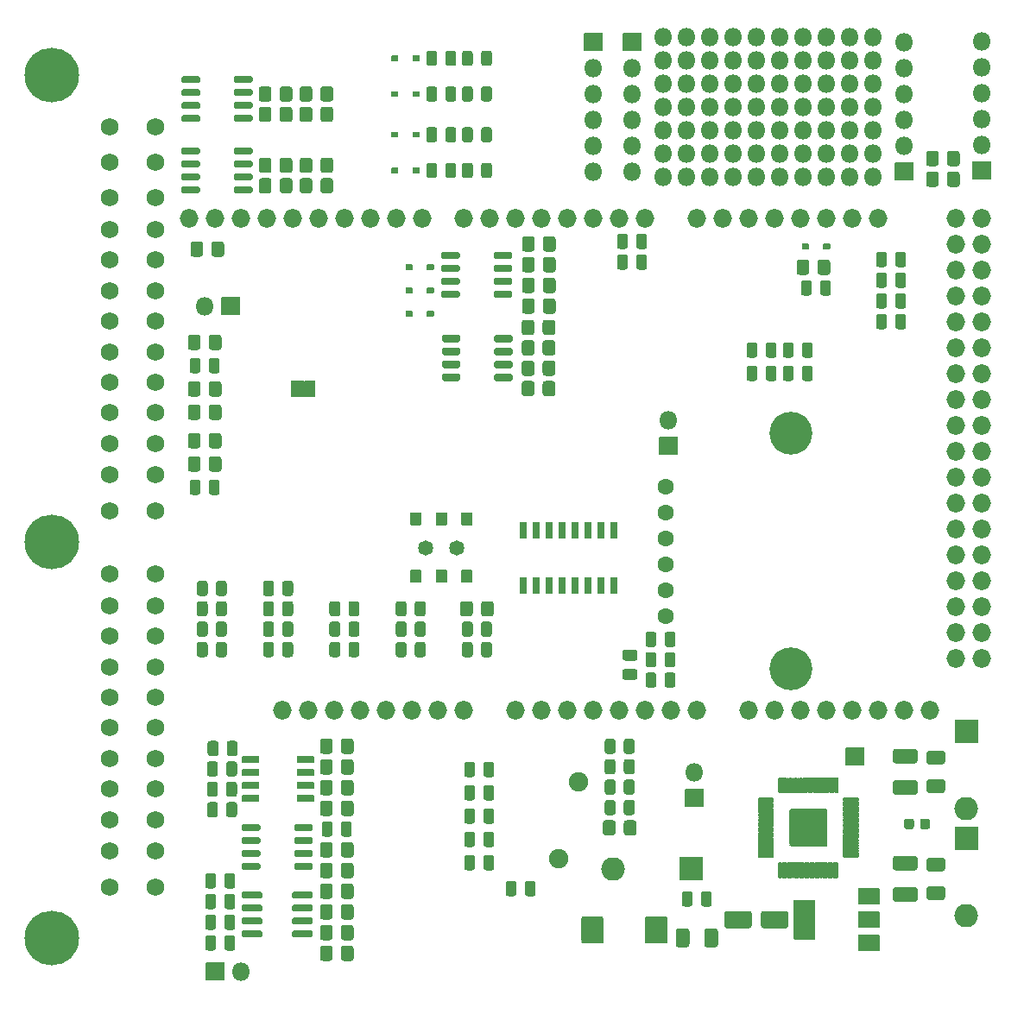
<source format=gts>
G04 #@! TF.GenerationSoftware,KiCad,Pcbnew,(5.1.9-0-10_14)*
G04 #@! TF.CreationDate,2021-05-13T22:37:09+10:00*
G04 #@! TF.ProjectId,NA6,4e41362e-6b69-4636-9164-5f7063625858,rev?*
G04 #@! TF.SameCoordinates,Original*
G04 #@! TF.FileFunction,Soldermask,Top*
G04 #@! TF.FilePolarity,Negative*
%FSLAX46Y46*%
G04 Gerber Fmt 4.6, Leading zero omitted, Abs format (unit mm)*
G04 Created by KiCad (PCBNEW (5.1.9-0-10_14)) date 2021-05-13 22:37:09*
%MOMM*%
%LPD*%
G01*
G04 APERTURE LIST*
%ADD10O,1.802000X1.802000*%
%ADD11C,5.352000*%
%ADD12C,1.752000*%
%ADD13C,1.483000*%
%ADD14C,1.602000*%
%ADD15C,4.202000*%
%ADD16C,1.902000*%
%ADD17O,2.302000X2.302000*%
%ADD18O,1.829200X1.829200*%
%ADD19C,0.100000*%
G04 APERTURE END LIST*
D10*
X188976000Y-52324000D03*
X195834000Y-52324000D03*
X193548000Y-52324000D03*
X175260000Y-52324000D03*
X179832000Y-52324000D03*
X177546000Y-52324000D03*
X186690000Y-52324000D03*
X182118000Y-52324000D03*
X184404000Y-52324000D03*
X191262000Y-52324000D03*
X188976000Y-50038000D03*
X195834000Y-50038000D03*
X193548000Y-50038000D03*
X175260000Y-50038000D03*
X179832000Y-50038000D03*
X177546000Y-50038000D03*
X186690000Y-50038000D03*
X182118000Y-50038000D03*
X184404000Y-50038000D03*
X191262000Y-50038000D03*
X188976000Y-47752000D03*
X195834000Y-47752000D03*
X193548000Y-47752000D03*
X175260000Y-47752000D03*
X179832000Y-47752000D03*
X177546000Y-47752000D03*
X186690000Y-47752000D03*
X182118000Y-47752000D03*
X184404000Y-47752000D03*
X191262000Y-47752000D03*
X188976000Y-45466000D03*
X195834000Y-45466000D03*
X193548000Y-45466000D03*
X175260000Y-45466000D03*
X179832000Y-45466000D03*
X177546000Y-45466000D03*
X186690000Y-45466000D03*
X182118000Y-45466000D03*
X184404000Y-45466000D03*
X191262000Y-45466000D03*
X188976000Y-43180000D03*
X195834000Y-43180000D03*
X193548000Y-43180000D03*
X175260000Y-43180000D03*
X179832000Y-43180000D03*
X177546000Y-43180000D03*
X186690000Y-43180000D03*
X182118000Y-43180000D03*
X184404000Y-43180000D03*
X191262000Y-43180000D03*
X188976000Y-40894000D03*
X195834000Y-40894000D03*
X193548000Y-40894000D03*
X175260000Y-40894000D03*
X179832000Y-40894000D03*
X177546000Y-40894000D03*
X186690000Y-40894000D03*
X182118000Y-40894000D03*
X184404000Y-40894000D03*
X191262000Y-40894000D03*
X195834000Y-38608000D03*
X193548000Y-38608000D03*
X191262000Y-38608000D03*
X188976000Y-38608000D03*
X186690000Y-38608000D03*
X184404000Y-38608000D03*
X182118000Y-38608000D03*
X179832000Y-38608000D03*
X177546000Y-38608000D03*
X175260000Y-38608000D03*
D11*
X115300000Y-127050000D03*
X115300000Y-88200000D03*
X115300000Y-42350000D03*
D12*
X121000000Y-47400000D03*
X121000000Y-50900000D03*
X121000000Y-54400000D03*
X121000000Y-57500000D03*
X121000000Y-60500000D03*
X121000000Y-63500000D03*
X121000000Y-66500000D03*
X121000000Y-69500000D03*
X121000000Y-72500000D03*
X121000000Y-75500000D03*
X121000000Y-78500000D03*
X121000000Y-81600000D03*
X121000000Y-85100000D03*
X121000000Y-91300000D03*
X121000000Y-94400000D03*
X121000000Y-97400000D03*
X121000000Y-100400000D03*
X121000000Y-103400000D03*
X121000000Y-106400000D03*
X121000000Y-109400000D03*
X121000000Y-112400000D03*
X121000000Y-115400000D03*
X121000000Y-118500000D03*
X121000000Y-122000000D03*
X125500000Y-47400000D03*
X125500000Y-50900000D03*
X125500000Y-54400000D03*
X125500000Y-57500000D03*
X125500000Y-60500000D03*
X125500000Y-63500000D03*
X125500000Y-66500000D03*
X125500000Y-69500000D03*
X125500000Y-72500000D03*
X125500000Y-75500000D03*
X125500000Y-78500000D03*
X125500000Y-81600000D03*
X125500000Y-85100000D03*
X125500000Y-91300000D03*
X125500000Y-94400000D03*
X125500000Y-97400000D03*
X125500000Y-100400000D03*
X125500000Y-103400000D03*
X125500000Y-106400000D03*
X125500000Y-109400000D03*
X125500000Y-112400000D03*
X125500000Y-115400000D03*
X125500000Y-118500000D03*
X125500000Y-122000000D03*
G36*
G01*
X156551000Y-90964000D02*
X156551000Y-92114000D01*
G75*
G02*
X156500000Y-92165000I-51000J0D01*
G01*
X155500000Y-92165000D01*
G75*
G02*
X155449000Y-92114000I0J51000D01*
G01*
X155449000Y-90964000D01*
G75*
G02*
X155500000Y-90913000I51000J0D01*
G01*
X156500000Y-90913000D01*
G75*
G02*
X156551000Y-90964000I0J-51000D01*
G01*
G37*
G36*
G01*
X154051000Y-90964000D02*
X154051000Y-92114000D01*
G75*
G02*
X154000000Y-92165000I-51000J0D01*
G01*
X153000000Y-92165000D01*
G75*
G02*
X152949000Y-92114000I0J51000D01*
G01*
X152949000Y-90964000D01*
G75*
G02*
X153000000Y-90913000I51000J0D01*
G01*
X154000000Y-90913000D01*
G75*
G02*
X154051000Y-90964000I0J-51000D01*
G01*
G37*
G36*
G01*
X151551000Y-90964000D02*
X151551000Y-92114000D01*
G75*
G02*
X151500000Y-92165000I-51000J0D01*
G01*
X150500000Y-92165000D01*
G75*
G02*
X150449000Y-92114000I0J51000D01*
G01*
X150449000Y-90964000D01*
G75*
G02*
X150500000Y-90913000I51000J0D01*
G01*
X151500000Y-90913000D01*
G75*
G02*
X151551000Y-90964000I0J-51000D01*
G01*
G37*
G36*
G01*
X156551000Y-85314000D02*
X156551000Y-86464000D01*
G75*
G02*
X156500000Y-86515000I-51000J0D01*
G01*
X155500000Y-86515000D01*
G75*
G02*
X155449000Y-86464000I0J51000D01*
G01*
X155449000Y-85314000D01*
G75*
G02*
X155500000Y-85263000I51000J0D01*
G01*
X156500000Y-85263000D01*
G75*
G02*
X156551000Y-85314000I0J-51000D01*
G01*
G37*
G36*
G01*
X154051000Y-85314000D02*
X154051000Y-86464000D01*
G75*
G02*
X154000000Y-86515000I-51000J0D01*
G01*
X153000000Y-86515000D01*
G75*
G02*
X152949000Y-86464000I0J51000D01*
G01*
X152949000Y-85314000D01*
G75*
G02*
X153000000Y-85263000I51000J0D01*
G01*
X154000000Y-85263000D01*
G75*
G02*
X154051000Y-85314000I0J-51000D01*
G01*
G37*
G36*
G01*
X151551000Y-85314000D02*
X151551000Y-86464000D01*
G75*
G02*
X151500000Y-86515000I-51000J0D01*
G01*
X150500000Y-86515000D01*
G75*
G02*
X150449000Y-86464000I0J51000D01*
G01*
X150449000Y-85314000D01*
G75*
G02*
X150500000Y-85263000I51000J0D01*
G01*
X151500000Y-85263000D01*
G75*
G02*
X151551000Y-85314000I0J-51000D01*
G01*
G37*
D13*
X155000000Y-88714000D03*
X152000000Y-88714000D03*
D10*
X206500000Y-39014000D03*
X206500000Y-41554000D03*
X206500000Y-44094000D03*
X206500000Y-46634000D03*
X206500000Y-49174000D03*
G36*
G01*
X207401000Y-50864000D02*
X207401000Y-52564000D01*
G75*
G02*
X207350000Y-52615000I-51000J0D01*
G01*
X205650000Y-52615000D01*
G75*
G02*
X205599000Y-52564000I0J51000D01*
G01*
X205599000Y-50864000D01*
G75*
G02*
X205650000Y-50813000I51000J0D01*
G01*
X207350000Y-50813000D01*
G75*
G02*
X207401000Y-50864000I0J-51000D01*
G01*
G37*
G36*
G01*
X199783000Y-50966000D02*
X199783000Y-52666000D01*
G75*
G02*
X199732000Y-52717000I-51000J0D01*
G01*
X198032000Y-52717000D01*
G75*
G02*
X197981000Y-52666000I0J51000D01*
G01*
X197981000Y-50966000D01*
G75*
G02*
X198032000Y-50915000I51000J0D01*
G01*
X199732000Y-50915000D01*
G75*
G02*
X199783000Y-50966000I0J-51000D01*
G01*
G37*
X198882000Y-49276000D03*
X198882000Y-46736000D03*
X198882000Y-44196000D03*
X198882000Y-41656000D03*
X198882000Y-39116000D03*
G36*
G01*
X171311000Y-39966000D02*
X171311000Y-38266000D01*
G75*
G02*
X171362000Y-38215000I51000J0D01*
G01*
X173062000Y-38215000D01*
G75*
G02*
X173113000Y-38266000I0J-51000D01*
G01*
X173113000Y-39966000D01*
G75*
G02*
X173062000Y-40017000I-51000J0D01*
G01*
X171362000Y-40017000D01*
G75*
G02*
X171311000Y-39966000I0J51000D01*
G01*
G37*
X172212000Y-41656000D03*
X172212000Y-44196000D03*
X172212000Y-46736000D03*
X172212000Y-49276000D03*
X172212000Y-51816000D03*
D14*
X175500000Y-82714000D03*
X175500000Y-85254000D03*
X175500000Y-87794000D03*
X175500000Y-90334000D03*
X175500000Y-92874000D03*
X175500000Y-95414000D03*
D15*
X187820000Y-100614000D03*
X187820000Y-77464000D03*
D16*
X167000000Y-111714000D03*
X165000000Y-119214000D03*
G36*
G01*
X176476000Y-97232250D02*
X176476000Y-98195750D01*
G75*
G02*
X176206750Y-98465000I-269250J0D01*
G01*
X175668250Y-98465000D01*
G75*
G02*
X175399000Y-98195750I0J269250D01*
G01*
X175399000Y-97232250D01*
G75*
G02*
X175668250Y-96963000I269250J0D01*
G01*
X176206750Y-96963000D01*
G75*
G02*
X176476000Y-97232250I0J-269250D01*
G01*
G37*
G36*
G01*
X174601000Y-97232250D02*
X174601000Y-98195750D01*
G75*
G02*
X174331750Y-98465000I-269250J0D01*
G01*
X173793250Y-98465000D01*
G75*
G02*
X173524000Y-98195750I0J269250D01*
G01*
X173524000Y-97232250D01*
G75*
G02*
X173793250Y-96963000I269250J0D01*
G01*
X174331750Y-96963000D01*
G75*
G02*
X174601000Y-97232250I0J-269250D01*
G01*
G37*
G36*
G01*
X172481750Y-99815000D02*
X171518250Y-99815000D01*
G75*
G02*
X171249000Y-99545750I0J269250D01*
G01*
X171249000Y-99007250D01*
G75*
G02*
X171518250Y-98738000I269250J0D01*
G01*
X172481750Y-98738000D01*
G75*
G02*
X172751000Y-99007250I0J-269250D01*
G01*
X172751000Y-99545750D01*
G75*
G02*
X172481750Y-99815000I-269250J0D01*
G01*
G37*
G36*
G01*
X172481750Y-101690000D02*
X171518250Y-101690000D01*
G75*
G02*
X171249000Y-101420750I0J269250D01*
G01*
X171249000Y-100882250D01*
G75*
G02*
X171518250Y-100613000I269250J0D01*
G01*
X172481750Y-100613000D01*
G75*
G02*
X172751000Y-100882250I0J-269250D01*
G01*
X172751000Y-101420750D01*
G75*
G02*
X172481750Y-101690000I-269250J0D01*
G01*
G37*
G36*
G01*
X150899000Y-99195750D02*
X150899000Y-98232250D01*
G75*
G02*
X151168250Y-97963000I269250J0D01*
G01*
X151706750Y-97963000D01*
G75*
G02*
X151976000Y-98232250I0J-269250D01*
G01*
X151976000Y-99195750D01*
G75*
G02*
X151706750Y-99465000I-269250J0D01*
G01*
X151168250Y-99465000D01*
G75*
G02*
X150899000Y-99195750I0J269250D01*
G01*
G37*
G36*
G01*
X149024000Y-99195750D02*
X149024000Y-98232250D01*
G75*
G02*
X149293250Y-97963000I269250J0D01*
G01*
X149831750Y-97963000D01*
G75*
G02*
X150101000Y-98232250I0J-269250D01*
G01*
X150101000Y-99195750D01*
G75*
G02*
X149831750Y-99465000I-269250J0D01*
G01*
X149293250Y-99465000D01*
G75*
G02*
X149024000Y-99195750I0J269250D01*
G01*
G37*
G36*
G01*
X169524000Y-112695750D02*
X169524000Y-111732250D01*
G75*
G02*
X169793250Y-111463000I269250J0D01*
G01*
X170331750Y-111463000D01*
G75*
G02*
X170601000Y-111732250I0J-269250D01*
G01*
X170601000Y-112695750D01*
G75*
G02*
X170331750Y-112965000I-269250J0D01*
G01*
X169793250Y-112965000D01*
G75*
G02*
X169524000Y-112695750I0J269250D01*
G01*
G37*
G36*
G01*
X171399000Y-112695750D02*
X171399000Y-111732250D01*
G75*
G02*
X171668250Y-111463000I269250J0D01*
G01*
X172206750Y-111463000D01*
G75*
G02*
X172476000Y-111732250I0J-269250D01*
G01*
X172476000Y-112695750D01*
G75*
G02*
X172206750Y-112965000I-269250J0D01*
G01*
X171668250Y-112965000D01*
G75*
G02*
X171399000Y-112695750I0J269250D01*
G01*
G37*
G36*
G01*
X170736000Y-61187750D02*
X170736000Y-60224250D01*
G75*
G02*
X171005250Y-59955000I269250J0D01*
G01*
X171543750Y-59955000D01*
G75*
G02*
X171813000Y-60224250I0J-269250D01*
G01*
X171813000Y-61187750D01*
G75*
G02*
X171543750Y-61457000I-269250J0D01*
G01*
X171005250Y-61457000D01*
G75*
G02*
X170736000Y-61187750I0J269250D01*
G01*
G37*
G36*
G01*
X172611000Y-61187750D02*
X172611000Y-60224250D01*
G75*
G02*
X172880250Y-59955000I269250J0D01*
G01*
X173418750Y-59955000D01*
G75*
G02*
X173688000Y-60224250I0J-269250D01*
G01*
X173688000Y-61187750D01*
G75*
G02*
X173418750Y-61457000I-269250J0D01*
G01*
X172880250Y-61457000D01*
G75*
G02*
X172611000Y-61187750I0J269250D01*
G01*
G37*
G36*
G01*
X151976000Y-94232250D02*
X151976000Y-95195750D01*
G75*
G02*
X151706750Y-95465000I-269250J0D01*
G01*
X151168250Y-95465000D01*
G75*
G02*
X150899000Y-95195750I0J269250D01*
G01*
X150899000Y-94232250D01*
G75*
G02*
X151168250Y-93963000I269250J0D01*
G01*
X151706750Y-93963000D01*
G75*
G02*
X151976000Y-94232250I0J-269250D01*
G01*
G37*
G36*
G01*
X150101000Y-94232250D02*
X150101000Y-95195750D01*
G75*
G02*
X149831750Y-95465000I-269250J0D01*
G01*
X149293250Y-95465000D01*
G75*
G02*
X149024000Y-95195750I0J269250D01*
G01*
X149024000Y-94232250D01*
G75*
G02*
X149293250Y-93963000I269250J0D01*
G01*
X149831750Y-93963000D01*
G75*
G02*
X150101000Y-94232250I0J-269250D01*
G01*
G37*
G36*
G01*
X172476000Y-107732250D02*
X172476000Y-108695750D01*
G75*
G02*
X172206750Y-108965000I-269250J0D01*
G01*
X171668250Y-108965000D01*
G75*
G02*
X171399000Y-108695750I0J269250D01*
G01*
X171399000Y-107732250D01*
G75*
G02*
X171668250Y-107463000I269250J0D01*
G01*
X172206750Y-107463000D01*
G75*
G02*
X172476000Y-107732250I0J-269250D01*
G01*
G37*
G36*
G01*
X170601000Y-107732250D02*
X170601000Y-108695750D01*
G75*
G02*
X170331750Y-108965000I-269250J0D01*
G01*
X169793250Y-108965000D01*
G75*
G02*
X169524000Y-108695750I0J269250D01*
G01*
X169524000Y-107732250D01*
G75*
G02*
X169793250Y-107463000I269250J0D01*
G01*
X170331750Y-107463000D01*
G75*
G02*
X170601000Y-107732250I0J-269250D01*
G01*
G37*
G36*
G01*
X174601000Y-99232250D02*
X174601000Y-100195750D01*
G75*
G02*
X174331750Y-100465000I-269250J0D01*
G01*
X173793250Y-100465000D01*
G75*
G02*
X173524000Y-100195750I0J269250D01*
G01*
X173524000Y-99232250D01*
G75*
G02*
X173793250Y-98963000I269250J0D01*
G01*
X174331750Y-98963000D01*
G75*
G02*
X174601000Y-99232250I0J-269250D01*
G01*
G37*
G36*
G01*
X176476000Y-99232250D02*
X176476000Y-100195750D01*
G75*
G02*
X176206750Y-100465000I-269250J0D01*
G01*
X175668250Y-100465000D01*
G75*
G02*
X175399000Y-100195750I0J269250D01*
G01*
X175399000Y-99232250D01*
G75*
G02*
X175668250Y-98963000I269250J0D01*
G01*
X176206750Y-98963000D01*
G75*
G02*
X176476000Y-99232250I0J-269250D01*
G01*
G37*
G36*
G01*
X144399000Y-99195750D02*
X144399000Y-98232250D01*
G75*
G02*
X144668250Y-97963000I269250J0D01*
G01*
X145206750Y-97963000D01*
G75*
G02*
X145476000Y-98232250I0J-269250D01*
G01*
X145476000Y-99195750D01*
G75*
G02*
X145206750Y-99465000I-269250J0D01*
G01*
X144668250Y-99465000D01*
G75*
G02*
X144399000Y-99195750I0J269250D01*
G01*
G37*
G36*
G01*
X142524000Y-99195750D02*
X142524000Y-98232250D01*
G75*
G02*
X142793250Y-97963000I269250J0D01*
G01*
X143331750Y-97963000D01*
G75*
G02*
X143601000Y-98232250I0J-269250D01*
G01*
X143601000Y-99195750D01*
G75*
G02*
X143331750Y-99465000I-269250J0D01*
G01*
X142793250Y-99465000D01*
G75*
G02*
X142524000Y-99195750I0J269250D01*
G01*
G37*
G36*
G01*
X131399000Y-99195750D02*
X131399000Y-98232250D01*
G75*
G02*
X131668250Y-97963000I269250J0D01*
G01*
X132206750Y-97963000D01*
G75*
G02*
X132476000Y-98232250I0J-269250D01*
G01*
X132476000Y-99195750D01*
G75*
G02*
X132206750Y-99465000I-269250J0D01*
G01*
X131668250Y-99465000D01*
G75*
G02*
X131399000Y-99195750I0J269250D01*
G01*
G37*
G36*
G01*
X129524000Y-99195750D02*
X129524000Y-98232250D01*
G75*
G02*
X129793250Y-97963000I269250J0D01*
G01*
X130331750Y-97963000D01*
G75*
G02*
X130601000Y-98232250I0J-269250D01*
G01*
X130601000Y-99195750D01*
G75*
G02*
X130331750Y-99465000I-269250J0D01*
G01*
X129793250Y-99465000D01*
G75*
G02*
X129524000Y-99195750I0J269250D01*
G01*
G37*
G36*
G01*
X137899000Y-99195750D02*
X137899000Y-98232250D01*
G75*
G02*
X138168250Y-97963000I269250J0D01*
G01*
X138706750Y-97963000D01*
G75*
G02*
X138976000Y-98232250I0J-269250D01*
G01*
X138976000Y-99195750D01*
G75*
G02*
X138706750Y-99465000I-269250J0D01*
G01*
X138168250Y-99465000D01*
G75*
G02*
X137899000Y-99195750I0J269250D01*
G01*
G37*
G36*
G01*
X136024000Y-99195750D02*
X136024000Y-98232250D01*
G75*
G02*
X136293250Y-97963000I269250J0D01*
G01*
X136831750Y-97963000D01*
G75*
G02*
X137101000Y-98232250I0J-269250D01*
G01*
X137101000Y-99195750D01*
G75*
G02*
X136831750Y-99465000I-269250J0D01*
G01*
X136293250Y-99465000D01*
G75*
G02*
X136024000Y-99195750I0J269250D01*
G01*
G37*
G36*
G01*
X145476000Y-94232250D02*
X145476000Y-95195750D01*
G75*
G02*
X145206750Y-95465000I-269250J0D01*
G01*
X144668250Y-95465000D01*
G75*
G02*
X144399000Y-95195750I0J269250D01*
G01*
X144399000Y-94232250D01*
G75*
G02*
X144668250Y-93963000I269250J0D01*
G01*
X145206750Y-93963000D01*
G75*
G02*
X145476000Y-94232250I0J-269250D01*
G01*
G37*
G36*
G01*
X143601000Y-94232250D02*
X143601000Y-95195750D01*
G75*
G02*
X143331750Y-95465000I-269250J0D01*
G01*
X142793250Y-95465000D01*
G75*
G02*
X142524000Y-95195750I0J269250D01*
G01*
X142524000Y-94232250D01*
G75*
G02*
X142793250Y-93963000I269250J0D01*
G01*
X143331750Y-93963000D01*
G75*
G02*
X143601000Y-94232250I0J-269250D01*
G01*
G37*
G36*
G01*
X132476000Y-92232250D02*
X132476000Y-93195750D01*
G75*
G02*
X132206750Y-93465000I-269250J0D01*
G01*
X131668250Y-93465000D01*
G75*
G02*
X131399000Y-93195750I0J269250D01*
G01*
X131399000Y-92232250D01*
G75*
G02*
X131668250Y-91963000I269250J0D01*
G01*
X132206750Y-91963000D01*
G75*
G02*
X132476000Y-92232250I0J-269250D01*
G01*
G37*
G36*
G01*
X130601000Y-92232250D02*
X130601000Y-93195750D01*
G75*
G02*
X130331750Y-93465000I-269250J0D01*
G01*
X129793250Y-93465000D01*
G75*
G02*
X129524000Y-93195750I0J269250D01*
G01*
X129524000Y-92232250D01*
G75*
G02*
X129793250Y-91963000I269250J0D01*
G01*
X130331750Y-91963000D01*
G75*
G02*
X130601000Y-92232250I0J-269250D01*
G01*
G37*
G36*
G01*
X138976000Y-92232250D02*
X138976000Y-93195750D01*
G75*
G02*
X138706750Y-93465000I-269250J0D01*
G01*
X138168250Y-93465000D01*
G75*
G02*
X137899000Y-93195750I0J269250D01*
G01*
X137899000Y-92232250D01*
G75*
G02*
X138168250Y-91963000I269250J0D01*
G01*
X138706750Y-91963000D01*
G75*
G02*
X138976000Y-92232250I0J-269250D01*
G01*
G37*
G36*
G01*
X137101000Y-92232250D02*
X137101000Y-93195750D01*
G75*
G02*
X136831750Y-93465000I-269250J0D01*
G01*
X136293250Y-93465000D01*
G75*
G02*
X136024000Y-93195750I0J269250D01*
G01*
X136024000Y-92232250D01*
G75*
G02*
X136293250Y-91963000I269250J0D01*
G01*
X136831750Y-91963000D01*
G75*
G02*
X137101000Y-92232250I0J-269250D01*
G01*
G37*
G36*
G01*
X130701000Y-71347750D02*
X130701000Y-70384250D01*
G75*
G02*
X130970250Y-70115000I269250J0D01*
G01*
X131508750Y-70115000D01*
G75*
G02*
X131778000Y-70384250I0J-269250D01*
G01*
X131778000Y-71347750D01*
G75*
G02*
X131508750Y-71617000I-269250J0D01*
G01*
X130970250Y-71617000D01*
G75*
G02*
X130701000Y-71347750I0J269250D01*
G01*
G37*
G36*
G01*
X128826000Y-71347750D02*
X128826000Y-70384250D01*
G75*
G02*
X129095250Y-70115000I269250J0D01*
G01*
X129633750Y-70115000D01*
G75*
G02*
X129903000Y-70384250I0J-269250D01*
G01*
X129903000Y-71347750D01*
G75*
G02*
X129633750Y-71617000I-269250J0D01*
G01*
X129095250Y-71617000D01*
G75*
G02*
X128826000Y-71347750I0J269250D01*
G01*
G37*
G36*
G01*
X176486000Y-127655600D02*
X176486000Y-126344400D01*
G75*
G02*
X176756400Y-126074000I270400J0D01*
G01*
X177567600Y-126074000D01*
G75*
G02*
X177838000Y-126344400I0J-270400D01*
G01*
X177838000Y-127655600D01*
G75*
G02*
X177567600Y-127926000I-270400J0D01*
G01*
X176756400Y-127926000D01*
G75*
G02*
X176486000Y-127655600I0J270400D01*
G01*
G37*
G36*
G01*
X179286000Y-127655600D02*
X179286000Y-126344400D01*
G75*
G02*
X179556400Y-126074000I270400J0D01*
G01*
X180367600Y-126074000D01*
G75*
G02*
X180638000Y-126344400I0J-270400D01*
G01*
X180638000Y-127655600D01*
G75*
G02*
X180367600Y-127926000I-270400J0D01*
G01*
X179556400Y-127926000D01*
G75*
G02*
X179286000Y-127655600I0J270400D01*
G01*
G37*
G36*
G01*
X156827000Y-110008250D02*
X156827000Y-110971750D01*
G75*
G02*
X156557750Y-111241000I-269250J0D01*
G01*
X156019250Y-111241000D01*
G75*
G02*
X155750000Y-110971750I0J269250D01*
G01*
X155750000Y-110008250D01*
G75*
G02*
X156019250Y-109739000I269250J0D01*
G01*
X156557750Y-109739000D01*
G75*
G02*
X156827000Y-110008250I0J-269250D01*
G01*
G37*
G36*
G01*
X158702000Y-110008250D02*
X158702000Y-110971750D01*
G75*
G02*
X158432750Y-111241000I-269250J0D01*
G01*
X157894250Y-111241000D01*
G75*
G02*
X157625000Y-110971750I0J269250D01*
G01*
X157625000Y-110008250D01*
G75*
G02*
X157894250Y-109739000I269250J0D01*
G01*
X158432750Y-109739000D01*
G75*
G02*
X158702000Y-110008250I0J-269250D01*
G01*
G37*
G36*
G01*
X158702000Y-112294250D02*
X158702000Y-113257750D01*
G75*
G02*
X158432750Y-113527000I-269250J0D01*
G01*
X157894250Y-113527000D01*
G75*
G02*
X157625000Y-113257750I0J269250D01*
G01*
X157625000Y-112294250D01*
G75*
G02*
X157894250Y-112025000I269250J0D01*
G01*
X158432750Y-112025000D01*
G75*
G02*
X158702000Y-112294250I0J-269250D01*
G01*
G37*
G36*
G01*
X156827000Y-112294250D02*
X156827000Y-113257750D01*
G75*
G02*
X156557750Y-113527000I-269250J0D01*
G01*
X156019250Y-113527000D01*
G75*
G02*
X155750000Y-113257750I0J269250D01*
G01*
X155750000Y-112294250D01*
G75*
G02*
X156019250Y-112025000I269250J0D01*
G01*
X156557750Y-112025000D01*
G75*
G02*
X156827000Y-112294250I0J-269250D01*
G01*
G37*
G36*
G01*
X153899000Y-52195750D02*
X153899000Y-51232250D01*
G75*
G02*
X154168250Y-50963000I269250J0D01*
G01*
X154706750Y-50963000D01*
G75*
G02*
X154976000Y-51232250I0J-269250D01*
G01*
X154976000Y-52195750D01*
G75*
G02*
X154706750Y-52465000I-269250J0D01*
G01*
X154168250Y-52465000D01*
G75*
G02*
X153899000Y-52195750I0J269250D01*
G01*
G37*
G36*
G01*
X152024000Y-52195750D02*
X152024000Y-51232250D01*
G75*
G02*
X152293250Y-50963000I269250J0D01*
G01*
X152831750Y-50963000D01*
G75*
G02*
X153101000Y-51232250I0J-269250D01*
G01*
X153101000Y-52195750D01*
G75*
G02*
X152831750Y-52465000I-269250J0D01*
G01*
X152293250Y-52465000D01*
G75*
G02*
X152024000Y-52195750I0J269250D01*
G01*
G37*
G36*
G01*
X152024000Y-48695750D02*
X152024000Y-47732250D01*
G75*
G02*
X152293250Y-47463000I269250J0D01*
G01*
X152831750Y-47463000D01*
G75*
G02*
X153101000Y-47732250I0J-269250D01*
G01*
X153101000Y-48695750D01*
G75*
G02*
X152831750Y-48965000I-269250J0D01*
G01*
X152293250Y-48965000D01*
G75*
G02*
X152024000Y-48695750I0J269250D01*
G01*
G37*
G36*
G01*
X153899000Y-48695750D02*
X153899000Y-47732250D01*
G75*
G02*
X154168250Y-47463000I269250J0D01*
G01*
X154706750Y-47463000D01*
G75*
G02*
X154976000Y-47732250I0J-269250D01*
G01*
X154976000Y-48695750D01*
G75*
G02*
X154706750Y-48965000I-269250J0D01*
G01*
X154168250Y-48965000D01*
G75*
G02*
X153899000Y-48695750I0J269250D01*
G01*
G37*
G36*
G01*
X153899000Y-44695750D02*
X153899000Y-43732250D01*
G75*
G02*
X154168250Y-43463000I269250J0D01*
G01*
X154706750Y-43463000D01*
G75*
G02*
X154976000Y-43732250I0J-269250D01*
G01*
X154976000Y-44695750D01*
G75*
G02*
X154706750Y-44965000I-269250J0D01*
G01*
X154168250Y-44965000D01*
G75*
G02*
X153899000Y-44695750I0J269250D01*
G01*
G37*
G36*
G01*
X152024000Y-44695750D02*
X152024000Y-43732250D01*
G75*
G02*
X152293250Y-43463000I269250J0D01*
G01*
X152831750Y-43463000D01*
G75*
G02*
X153101000Y-43732250I0J-269250D01*
G01*
X153101000Y-44695750D01*
G75*
G02*
X152831750Y-44965000I-269250J0D01*
G01*
X152293250Y-44965000D01*
G75*
G02*
X152024000Y-44695750I0J269250D01*
G01*
G37*
G36*
G01*
X152024000Y-41195750D02*
X152024000Y-40232250D01*
G75*
G02*
X152293250Y-39963000I269250J0D01*
G01*
X152831750Y-39963000D01*
G75*
G02*
X153101000Y-40232250I0J-269250D01*
G01*
X153101000Y-41195750D01*
G75*
G02*
X152831750Y-41465000I-269250J0D01*
G01*
X152293250Y-41465000D01*
G75*
G02*
X152024000Y-41195750I0J269250D01*
G01*
G37*
G36*
G01*
X153899000Y-41195750D02*
X153899000Y-40232250D01*
G75*
G02*
X154168250Y-39963000I269250J0D01*
G01*
X154706750Y-39963000D01*
G75*
G02*
X154976000Y-40232250I0J-269250D01*
G01*
X154976000Y-41195750D01*
G75*
G02*
X154706750Y-41465000I-269250J0D01*
G01*
X154168250Y-41465000D01*
G75*
G02*
X153899000Y-41195750I0J269250D01*
G01*
G37*
D17*
X170380000Y-120214000D03*
G36*
G01*
X179151000Y-119114000D02*
X179151000Y-121314000D01*
G75*
G02*
X179100000Y-121365000I-51000J0D01*
G01*
X176900000Y-121365000D01*
G75*
G02*
X176849000Y-121314000I0J51000D01*
G01*
X176849000Y-119114000D01*
G75*
G02*
X176900000Y-119063000I51000J0D01*
G01*
X179100000Y-119063000D01*
G75*
G02*
X179151000Y-119114000I0J-51000D01*
G01*
G37*
G36*
G01*
X203900000Y-116063000D02*
X206100000Y-116063000D01*
G75*
G02*
X206151000Y-116114000I0J-51000D01*
G01*
X206151000Y-118314000D01*
G75*
G02*
X206100000Y-118365000I-51000J0D01*
G01*
X203900000Y-118365000D01*
G75*
G02*
X203849000Y-118314000I0J51000D01*
G01*
X203849000Y-116114000D01*
G75*
G02*
X203900000Y-116063000I51000J0D01*
G01*
G37*
X205000000Y-124834000D03*
G36*
G01*
X203900000Y-105563000D02*
X206100000Y-105563000D01*
G75*
G02*
X206151000Y-105614000I0J-51000D01*
G01*
X206151000Y-107814000D01*
G75*
G02*
X206100000Y-107865000I-51000J0D01*
G01*
X203900000Y-107865000D01*
G75*
G02*
X203849000Y-107814000I0J51000D01*
G01*
X203849000Y-105614000D01*
G75*
G02*
X203900000Y-105563000I51000J0D01*
G01*
G37*
X205000000Y-114334000D03*
G36*
G01*
X155524000Y-52195750D02*
X155524000Y-51232250D01*
G75*
G02*
X155793250Y-50963000I269250J0D01*
G01*
X156331750Y-50963000D01*
G75*
G02*
X156601000Y-51232250I0J-269250D01*
G01*
X156601000Y-52195750D01*
G75*
G02*
X156331750Y-52465000I-269250J0D01*
G01*
X155793250Y-52465000D01*
G75*
G02*
X155524000Y-52195750I0J269250D01*
G01*
G37*
G36*
G01*
X157399000Y-52195750D02*
X157399000Y-51232250D01*
G75*
G02*
X157668250Y-50963000I269250J0D01*
G01*
X158206750Y-50963000D01*
G75*
G02*
X158476000Y-51232250I0J-269250D01*
G01*
X158476000Y-52195750D01*
G75*
G02*
X158206750Y-52465000I-269250J0D01*
G01*
X157668250Y-52465000D01*
G75*
G02*
X157399000Y-52195750I0J269250D01*
G01*
G37*
G36*
G01*
X157399000Y-48695750D02*
X157399000Y-47732250D01*
G75*
G02*
X157668250Y-47463000I269250J0D01*
G01*
X158206750Y-47463000D01*
G75*
G02*
X158476000Y-47732250I0J-269250D01*
G01*
X158476000Y-48695750D01*
G75*
G02*
X158206750Y-48965000I-269250J0D01*
G01*
X157668250Y-48965000D01*
G75*
G02*
X157399000Y-48695750I0J269250D01*
G01*
G37*
G36*
G01*
X155524000Y-48695750D02*
X155524000Y-47732250D01*
G75*
G02*
X155793250Y-47463000I269250J0D01*
G01*
X156331750Y-47463000D01*
G75*
G02*
X156601000Y-47732250I0J-269250D01*
G01*
X156601000Y-48695750D01*
G75*
G02*
X156331750Y-48965000I-269250J0D01*
G01*
X155793250Y-48965000D01*
G75*
G02*
X155524000Y-48695750I0J269250D01*
G01*
G37*
G36*
G01*
X131601000Y-113946250D02*
X131601000Y-114909750D01*
G75*
G02*
X131331750Y-115179000I-269250J0D01*
G01*
X130793250Y-115179000D01*
G75*
G02*
X130524000Y-114909750I0J269250D01*
G01*
X130524000Y-113946250D01*
G75*
G02*
X130793250Y-113677000I269250J0D01*
G01*
X131331750Y-113677000D01*
G75*
G02*
X131601000Y-113946250I0J-269250D01*
G01*
G37*
G36*
G01*
X133476000Y-113946250D02*
X133476000Y-114909750D01*
G75*
G02*
X133206750Y-115179000I-269250J0D01*
G01*
X132668250Y-115179000D01*
G75*
G02*
X132399000Y-114909750I0J269250D01*
G01*
X132399000Y-113946250D01*
G75*
G02*
X132668250Y-113677000I269250J0D01*
G01*
X133206750Y-113677000D01*
G75*
G02*
X133476000Y-113946250I0J-269250D01*
G01*
G37*
G36*
G01*
X133538500Y-107946250D02*
X133538500Y-108909750D01*
G75*
G02*
X133269250Y-109179000I-269250J0D01*
G01*
X132730750Y-109179000D01*
G75*
G02*
X132461500Y-108909750I0J269250D01*
G01*
X132461500Y-107946250D01*
G75*
G02*
X132730750Y-107677000I269250J0D01*
G01*
X133269250Y-107677000D01*
G75*
G02*
X133538500Y-107946250I0J-269250D01*
G01*
G37*
G36*
G01*
X131663500Y-107946250D02*
X131663500Y-108909750D01*
G75*
G02*
X131394250Y-109179000I-269250J0D01*
G01*
X130855750Y-109179000D01*
G75*
G02*
X130586500Y-108909750I0J269250D01*
G01*
X130586500Y-107946250D01*
G75*
G02*
X130855750Y-107677000I269250J0D01*
G01*
X131394250Y-107677000D01*
G75*
G02*
X131663500Y-107946250I0J-269250D01*
G01*
G37*
G36*
G01*
X130524000Y-112909750D02*
X130524000Y-111946250D01*
G75*
G02*
X130793250Y-111677000I269250J0D01*
G01*
X131331750Y-111677000D01*
G75*
G02*
X131601000Y-111946250I0J-269250D01*
G01*
X131601000Y-112909750D01*
G75*
G02*
X131331750Y-113179000I-269250J0D01*
G01*
X130793250Y-113179000D01*
G75*
G02*
X130524000Y-112909750I0J269250D01*
G01*
G37*
G36*
G01*
X132399000Y-112909750D02*
X132399000Y-111946250D01*
G75*
G02*
X132668250Y-111677000I269250J0D01*
G01*
X133206750Y-111677000D01*
G75*
G02*
X133476000Y-111946250I0J-269250D01*
G01*
X133476000Y-112909750D01*
G75*
G02*
X133206750Y-113179000I-269250J0D01*
G01*
X132668250Y-113179000D01*
G75*
G02*
X132399000Y-112909750I0J269250D01*
G01*
G37*
G36*
G01*
X132399000Y-110909750D02*
X132399000Y-109946250D01*
G75*
G02*
X132668250Y-109677000I269250J0D01*
G01*
X133206750Y-109677000D01*
G75*
G02*
X133476000Y-109946250I0J-269250D01*
G01*
X133476000Y-110909750D01*
G75*
G02*
X133206750Y-111179000I-269250J0D01*
G01*
X132668250Y-111179000D01*
G75*
G02*
X132399000Y-110909750I0J269250D01*
G01*
G37*
G36*
G01*
X130524000Y-110909750D02*
X130524000Y-109946250D01*
G75*
G02*
X130793250Y-109677000I269250J0D01*
G01*
X131331750Y-109677000D01*
G75*
G02*
X131601000Y-109946250I0J-269250D01*
G01*
X131601000Y-110909750D01*
G75*
G02*
X131331750Y-111179000I-269250J0D01*
G01*
X130793250Y-111179000D01*
G75*
G02*
X130524000Y-110909750I0J269250D01*
G01*
G37*
G36*
G01*
X155524000Y-44695750D02*
X155524000Y-43732250D01*
G75*
G02*
X155793250Y-43463000I269250J0D01*
G01*
X156331750Y-43463000D01*
G75*
G02*
X156601000Y-43732250I0J-269250D01*
G01*
X156601000Y-44695750D01*
G75*
G02*
X156331750Y-44965000I-269250J0D01*
G01*
X155793250Y-44965000D01*
G75*
G02*
X155524000Y-44695750I0J269250D01*
G01*
G37*
G36*
G01*
X157399000Y-44695750D02*
X157399000Y-43732250D01*
G75*
G02*
X157668250Y-43463000I269250J0D01*
G01*
X158206750Y-43463000D01*
G75*
G02*
X158476000Y-43732250I0J-269250D01*
G01*
X158476000Y-44695750D01*
G75*
G02*
X158206750Y-44965000I-269250J0D01*
G01*
X157668250Y-44965000D01*
G75*
G02*
X157399000Y-44695750I0J269250D01*
G01*
G37*
G36*
G01*
X157399000Y-41195750D02*
X157399000Y-40232250D01*
G75*
G02*
X157668250Y-39963000I269250J0D01*
G01*
X158206750Y-39963000D01*
G75*
G02*
X158476000Y-40232250I0J-269250D01*
G01*
X158476000Y-41195750D01*
G75*
G02*
X158206750Y-41465000I-269250J0D01*
G01*
X157668250Y-41465000D01*
G75*
G02*
X157399000Y-41195750I0J269250D01*
G01*
G37*
G36*
G01*
X155524000Y-41195750D02*
X155524000Y-40232250D01*
G75*
G02*
X155793250Y-39963000I269250J0D01*
G01*
X156331750Y-39963000D01*
G75*
G02*
X156601000Y-40232250I0J-269250D01*
G01*
X156601000Y-41195750D01*
G75*
G02*
X156331750Y-41465000I-269250J0D01*
G01*
X155793250Y-41465000D01*
G75*
G02*
X155524000Y-41195750I0J269250D01*
G01*
G37*
G36*
G01*
X169524000Y-114695750D02*
X169524000Y-113732250D01*
G75*
G02*
X169793250Y-113463000I269250J0D01*
G01*
X170331750Y-113463000D01*
G75*
G02*
X170601000Y-113732250I0J-269250D01*
G01*
X170601000Y-114695750D01*
G75*
G02*
X170331750Y-114965000I-269250J0D01*
G01*
X169793250Y-114965000D01*
G75*
G02*
X169524000Y-114695750I0J269250D01*
G01*
G37*
G36*
G01*
X171399000Y-114695750D02*
X171399000Y-113732250D01*
G75*
G02*
X171668250Y-113463000I269250J0D01*
G01*
X172206750Y-113463000D01*
G75*
G02*
X172476000Y-113732250I0J-269250D01*
G01*
X172476000Y-114695750D01*
G75*
G02*
X172206750Y-114965000I-269250J0D01*
G01*
X171668250Y-114965000D01*
G75*
G02*
X171399000Y-114695750I0J269250D01*
G01*
G37*
G36*
G01*
X151976000Y-96232250D02*
X151976000Y-97195750D01*
G75*
G02*
X151706750Y-97465000I-269250J0D01*
G01*
X151168250Y-97465000D01*
G75*
G02*
X150899000Y-97195750I0J269250D01*
G01*
X150899000Y-96232250D01*
G75*
G02*
X151168250Y-95963000I269250J0D01*
G01*
X151706750Y-95963000D01*
G75*
G02*
X151976000Y-96232250I0J-269250D01*
G01*
G37*
G36*
G01*
X150101000Y-96232250D02*
X150101000Y-97195750D01*
G75*
G02*
X149831750Y-97465000I-269250J0D01*
G01*
X149293250Y-97465000D01*
G75*
G02*
X149024000Y-97195750I0J269250D01*
G01*
X149024000Y-96232250D01*
G75*
G02*
X149293250Y-95963000I269250J0D01*
G01*
X149831750Y-95963000D01*
G75*
G02*
X150101000Y-96232250I0J-269250D01*
G01*
G37*
G36*
G01*
X172476000Y-109732250D02*
X172476000Y-110695750D01*
G75*
G02*
X172206750Y-110965000I-269250J0D01*
G01*
X171668250Y-110965000D01*
G75*
G02*
X171399000Y-110695750I0J269250D01*
G01*
X171399000Y-109732250D01*
G75*
G02*
X171668250Y-109463000I269250J0D01*
G01*
X172206750Y-109463000D01*
G75*
G02*
X172476000Y-109732250I0J-269250D01*
G01*
G37*
G36*
G01*
X170601000Y-109732250D02*
X170601000Y-110695750D01*
G75*
G02*
X170331750Y-110965000I-269250J0D01*
G01*
X169793250Y-110965000D01*
G75*
G02*
X169524000Y-110695750I0J269250D01*
G01*
X169524000Y-109732250D01*
G75*
G02*
X169793250Y-109463000I269250J0D01*
G01*
X170331750Y-109463000D01*
G75*
G02*
X170601000Y-109732250I0J-269250D01*
G01*
G37*
G36*
G01*
X173688000Y-58192250D02*
X173688000Y-59155750D01*
G75*
G02*
X173418750Y-59425000I-269250J0D01*
G01*
X172880250Y-59425000D01*
G75*
G02*
X172611000Y-59155750I0J269250D01*
G01*
X172611000Y-58192250D01*
G75*
G02*
X172880250Y-57923000I269250J0D01*
G01*
X173418750Y-57923000D01*
G75*
G02*
X173688000Y-58192250I0J-269250D01*
G01*
G37*
G36*
G01*
X171813000Y-58192250D02*
X171813000Y-59155750D01*
G75*
G02*
X171543750Y-59425000I-269250J0D01*
G01*
X171005250Y-59425000D01*
G75*
G02*
X170736000Y-59155750I0J269250D01*
G01*
X170736000Y-58192250D01*
G75*
G02*
X171005250Y-57923000I269250J0D01*
G01*
X171543750Y-57923000D01*
G75*
G02*
X171813000Y-58192250I0J-269250D01*
G01*
G37*
G36*
G01*
X173524000Y-102195750D02*
X173524000Y-101232250D01*
G75*
G02*
X173793250Y-100963000I269250J0D01*
G01*
X174331750Y-100963000D01*
G75*
G02*
X174601000Y-101232250I0J-269250D01*
G01*
X174601000Y-102195750D01*
G75*
G02*
X174331750Y-102465000I-269250J0D01*
G01*
X173793250Y-102465000D01*
G75*
G02*
X173524000Y-102195750I0J269250D01*
G01*
G37*
G36*
G01*
X175399000Y-102195750D02*
X175399000Y-101232250D01*
G75*
G02*
X175668250Y-100963000I269250J0D01*
G01*
X176206750Y-100963000D01*
G75*
G02*
X176476000Y-101232250I0J-269250D01*
G01*
X176476000Y-102195750D01*
G75*
G02*
X176206750Y-102465000I-269250J0D01*
G01*
X175668250Y-102465000D01*
G75*
G02*
X175399000Y-102195750I0J269250D01*
G01*
G37*
G36*
G01*
X131399000Y-97195750D02*
X131399000Y-96232250D01*
G75*
G02*
X131668250Y-95963000I269250J0D01*
G01*
X132206750Y-95963000D01*
G75*
G02*
X132476000Y-96232250I0J-269250D01*
G01*
X132476000Y-97195750D01*
G75*
G02*
X132206750Y-97465000I-269250J0D01*
G01*
X131668250Y-97465000D01*
G75*
G02*
X131399000Y-97195750I0J269250D01*
G01*
G37*
G36*
G01*
X129524000Y-97195750D02*
X129524000Y-96232250D01*
G75*
G02*
X129793250Y-95963000I269250J0D01*
G01*
X130331750Y-95963000D01*
G75*
G02*
X130601000Y-96232250I0J-269250D01*
G01*
X130601000Y-97195750D01*
G75*
G02*
X130331750Y-97465000I-269250J0D01*
G01*
X129793250Y-97465000D01*
G75*
G02*
X129524000Y-97195750I0J269250D01*
G01*
G37*
G36*
G01*
X137899000Y-97195750D02*
X137899000Y-96232250D01*
G75*
G02*
X138168250Y-95963000I269250J0D01*
G01*
X138706750Y-95963000D01*
G75*
G02*
X138976000Y-96232250I0J-269250D01*
G01*
X138976000Y-97195750D01*
G75*
G02*
X138706750Y-97465000I-269250J0D01*
G01*
X138168250Y-97465000D01*
G75*
G02*
X137899000Y-97195750I0J269250D01*
G01*
G37*
G36*
G01*
X136024000Y-97195750D02*
X136024000Y-96232250D01*
G75*
G02*
X136293250Y-95963000I269250J0D01*
G01*
X136831750Y-95963000D01*
G75*
G02*
X137101000Y-96232250I0J-269250D01*
G01*
X137101000Y-97195750D01*
G75*
G02*
X136831750Y-97465000I-269250J0D01*
G01*
X136293250Y-97465000D01*
G75*
G02*
X136024000Y-97195750I0J269250D01*
G01*
G37*
G36*
G01*
X143601000Y-96232250D02*
X143601000Y-97195750D01*
G75*
G02*
X143331750Y-97465000I-269250J0D01*
G01*
X142793250Y-97465000D01*
G75*
G02*
X142524000Y-97195750I0J269250D01*
G01*
X142524000Y-96232250D01*
G75*
G02*
X142793250Y-95963000I269250J0D01*
G01*
X143331750Y-95963000D01*
G75*
G02*
X143601000Y-96232250I0J-269250D01*
G01*
G37*
G36*
G01*
X145476000Y-96232250D02*
X145476000Y-97195750D01*
G75*
G02*
X145206750Y-97465000I-269250J0D01*
G01*
X144668250Y-97465000D01*
G75*
G02*
X144399000Y-97195750I0J269250D01*
G01*
X144399000Y-96232250D01*
G75*
G02*
X144668250Y-95963000I269250J0D01*
G01*
X145206750Y-95963000D01*
G75*
G02*
X145476000Y-96232250I0J-269250D01*
G01*
G37*
G36*
G01*
X132476000Y-94232250D02*
X132476000Y-95195750D01*
G75*
G02*
X132206750Y-95465000I-269250J0D01*
G01*
X131668250Y-95465000D01*
G75*
G02*
X131399000Y-95195750I0J269250D01*
G01*
X131399000Y-94232250D01*
G75*
G02*
X131668250Y-93963000I269250J0D01*
G01*
X132206750Y-93963000D01*
G75*
G02*
X132476000Y-94232250I0J-269250D01*
G01*
G37*
G36*
G01*
X130601000Y-94232250D02*
X130601000Y-95195750D01*
G75*
G02*
X130331750Y-95465000I-269250J0D01*
G01*
X129793250Y-95465000D01*
G75*
G02*
X129524000Y-95195750I0J269250D01*
G01*
X129524000Y-94232250D01*
G75*
G02*
X129793250Y-93963000I269250J0D01*
G01*
X130331750Y-93963000D01*
G75*
G02*
X130601000Y-94232250I0J-269250D01*
G01*
G37*
G36*
G01*
X138976000Y-94232250D02*
X138976000Y-95195750D01*
G75*
G02*
X138706750Y-95465000I-269250J0D01*
G01*
X138168250Y-95465000D01*
G75*
G02*
X137899000Y-95195750I0J269250D01*
G01*
X137899000Y-94232250D01*
G75*
G02*
X138168250Y-93963000I269250J0D01*
G01*
X138706750Y-93963000D01*
G75*
G02*
X138976000Y-94232250I0J-269250D01*
G01*
G37*
G36*
G01*
X137101000Y-94232250D02*
X137101000Y-95195750D01*
G75*
G02*
X136831750Y-95465000I-269250J0D01*
G01*
X136293250Y-95465000D01*
G75*
G02*
X136024000Y-95195750I0J269250D01*
G01*
X136024000Y-94232250D01*
G75*
G02*
X136293250Y-93963000I269250J0D01*
G01*
X136831750Y-93963000D01*
G75*
G02*
X137101000Y-94232250I0J-269250D01*
G01*
G37*
G36*
G01*
X155524000Y-97195750D02*
X155524000Y-96232250D01*
G75*
G02*
X155793250Y-95963000I269250J0D01*
G01*
X156331750Y-95963000D01*
G75*
G02*
X156601000Y-96232250I0J-269250D01*
G01*
X156601000Y-97195750D01*
G75*
G02*
X156331750Y-97465000I-269250J0D01*
G01*
X155793250Y-97465000D01*
G75*
G02*
X155524000Y-97195750I0J269250D01*
G01*
G37*
G36*
G01*
X157399000Y-97195750D02*
X157399000Y-96232250D01*
G75*
G02*
X157668250Y-95963000I269250J0D01*
G01*
X158206750Y-95963000D01*
G75*
G02*
X158476000Y-96232250I0J-269250D01*
G01*
X158476000Y-97195750D01*
G75*
G02*
X158206750Y-97465000I-269250J0D01*
G01*
X157668250Y-97465000D01*
G75*
G02*
X157399000Y-97195750I0J269250D01*
G01*
G37*
G36*
G01*
X201041000Y-53056828D02*
X201041000Y-52099172D01*
G75*
G02*
X201313172Y-51827000I272172J0D01*
G01*
X202020828Y-51827000D01*
G75*
G02*
X202293000Y-52099172I0J-272172D01*
G01*
X202293000Y-53056828D01*
G75*
G02*
X202020828Y-53329000I-272172J0D01*
G01*
X201313172Y-53329000D01*
G75*
G02*
X201041000Y-53056828I0J272172D01*
G01*
G37*
G36*
G01*
X203091000Y-53056828D02*
X203091000Y-52099172D01*
G75*
G02*
X203363172Y-51827000I272172J0D01*
G01*
X204070828Y-51827000D01*
G75*
G02*
X204343000Y-52099172I0J-272172D01*
G01*
X204343000Y-53056828D01*
G75*
G02*
X204070828Y-53329000I-272172J0D01*
G01*
X203363172Y-53329000D01*
G75*
G02*
X203091000Y-53056828I0J272172D01*
G01*
G37*
G36*
G01*
X203091000Y-51024828D02*
X203091000Y-50067172D01*
G75*
G02*
X203363172Y-49795000I272172J0D01*
G01*
X204070828Y-49795000D01*
G75*
G02*
X204343000Y-50067172I0J-272172D01*
G01*
X204343000Y-51024828D01*
G75*
G02*
X204070828Y-51297000I-272172J0D01*
G01*
X203363172Y-51297000D01*
G75*
G02*
X203091000Y-51024828I0J272172D01*
G01*
G37*
G36*
G01*
X201041000Y-51024828D02*
X201041000Y-50067172D01*
G75*
G02*
X201313172Y-49795000I272172J0D01*
G01*
X202020828Y-49795000D01*
G75*
G02*
X202293000Y-50067172I0J-272172D01*
G01*
X202293000Y-51024828D01*
G75*
G02*
X202020828Y-51297000I-272172J0D01*
G01*
X201313172Y-51297000D01*
G75*
G02*
X201041000Y-51024828I0J272172D01*
G01*
G37*
G36*
G01*
X143655000Y-118842828D02*
X143655000Y-117885172D01*
G75*
G02*
X143927172Y-117613000I272172J0D01*
G01*
X144634828Y-117613000D01*
G75*
G02*
X144907000Y-117885172I0J-272172D01*
G01*
X144907000Y-118842828D01*
G75*
G02*
X144634828Y-119115000I-272172J0D01*
G01*
X143927172Y-119115000D01*
G75*
G02*
X143655000Y-118842828I0J272172D01*
G01*
G37*
G36*
G01*
X141605000Y-118842828D02*
X141605000Y-117885172D01*
G75*
G02*
X141877172Y-117613000I272172J0D01*
G01*
X142584828Y-117613000D01*
G75*
G02*
X142857000Y-117885172I0J-272172D01*
G01*
X142857000Y-118842828D01*
G75*
G02*
X142584828Y-119115000I-272172J0D01*
G01*
X141877172Y-119115000D01*
G75*
G02*
X141605000Y-118842828I0J272172D01*
G01*
G37*
G36*
G01*
X141605000Y-120874828D02*
X141605000Y-119917172D01*
G75*
G02*
X141877172Y-119645000I272172J0D01*
G01*
X142584828Y-119645000D01*
G75*
G02*
X142857000Y-119917172I0J-272172D01*
G01*
X142857000Y-120874828D01*
G75*
G02*
X142584828Y-121147000I-272172J0D01*
G01*
X141877172Y-121147000D01*
G75*
G02*
X141605000Y-120874828I0J272172D01*
G01*
G37*
G36*
G01*
X143655000Y-120874828D02*
X143655000Y-119917172D01*
G75*
G02*
X143927172Y-119645000I272172J0D01*
G01*
X144634828Y-119645000D01*
G75*
G02*
X144907000Y-119917172I0J-272172D01*
G01*
X144907000Y-120874828D01*
G75*
G02*
X144634828Y-121147000I-272172J0D01*
G01*
X143927172Y-121147000D01*
G75*
G02*
X143655000Y-120874828I0J272172D01*
G01*
G37*
G36*
G01*
X161391000Y-71596828D02*
X161391000Y-70639172D01*
G75*
G02*
X161663172Y-70367000I272172J0D01*
G01*
X162370828Y-70367000D01*
G75*
G02*
X162643000Y-70639172I0J-272172D01*
G01*
X162643000Y-71596828D01*
G75*
G02*
X162370828Y-71869000I-272172J0D01*
G01*
X161663172Y-71869000D01*
G75*
G02*
X161391000Y-71596828I0J272172D01*
G01*
G37*
G36*
G01*
X163441000Y-71596828D02*
X163441000Y-70639172D01*
G75*
G02*
X163713172Y-70367000I272172J0D01*
G01*
X164420828Y-70367000D01*
G75*
G02*
X164693000Y-70639172I0J-272172D01*
G01*
X164693000Y-71596828D01*
G75*
G02*
X164420828Y-71869000I-272172J0D01*
G01*
X163713172Y-71869000D01*
G75*
G02*
X163441000Y-71596828I0J272172D01*
G01*
G37*
G36*
G01*
X163441000Y-69596828D02*
X163441000Y-68639172D01*
G75*
G02*
X163713172Y-68367000I272172J0D01*
G01*
X164420828Y-68367000D01*
G75*
G02*
X164693000Y-68639172I0J-272172D01*
G01*
X164693000Y-69596828D01*
G75*
G02*
X164420828Y-69869000I-272172J0D01*
G01*
X163713172Y-69869000D01*
G75*
G02*
X163441000Y-69596828I0J272172D01*
G01*
G37*
G36*
G01*
X161391000Y-69596828D02*
X161391000Y-68639172D01*
G75*
G02*
X161663172Y-68367000I272172J0D01*
G01*
X162370828Y-68367000D01*
G75*
G02*
X162643000Y-68639172I0J-272172D01*
G01*
X162643000Y-69596828D01*
G75*
G02*
X162370828Y-69869000I-272172J0D01*
G01*
X161663172Y-69869000D01*
G75*
G02*
X161391000Y-69596828I0J272172D01*
G01*
G37*
G36*
G01*
X163441000Y-73596828D02*
X163441000Y-72639172D01*
G75*
G02*
X163713172Y-72367000I272172J0D01*
G01*
X164420828Y-72367000D01*
G75*
G02*
X164693000Y-72639172I0J-272172D01*
G01*
X164693000Y-73596828D01*
G75*
G02*
X164420828Y-73869000I-272172J0D01*
G01*
X163713172Y-73869000D01*
G75*
G02*
X163441000Y-73596828I0J272172D01*
G01*
G37*
G36*
G01*
X161391000Y-73596828D02*
X161391000Y-72639172D01*
G75*
G02*
X161663172Y-72367000I272172J0D01*
G01*
X162370828Y-72367000D01*
G75*
G02*
X162643000Y-72639172I0J-272172D01*
G01*
X162643000Y-73596828D01*
G75*
G02*
X162370828Y-73869000I-272172J0D01*
G01*
X161663172Y-73869000D01*
G75*
G02*
X161391000Y-73596828I0J272172D01*
G01*
G37*
G36*
G01*
X164693000Y-66639172D02*
X164693000Y-67596828D01*
G75*
G02*
X164420828Y-67869000I-272172J0D01*
G01*
X163713172Y-67869000D01*
G75*
G02*
X163441000Y-67596828I0J272172D01*
G01*
X163441000Y-66639172D01*
G75*
G02*
X163713172Y-66367000I272172J0D01*
G01*
X164420828Y-66367000D01*
G75*
G02*
X164693000Y-66639172I0J-272172D01*
G01*
G37*
G36*
G01*
X162643000Y-66639172D02*
X162643000Y-67596828D01*
G75*
G02*
X162370828Y-67869000I-272172J0D01*
G01*
X161663172Y-67869000D01*
G75*
G02*
X161391000Y-67596828I0J272172D01*
G01*
X161391000Y-66639172D01*
G75*
G02*
X161663172Y-66367000I272172J0D01*
G01*
X162370828Y-66367000D01*
G75*
G02*
X162643000Y-66639172I0J-272172D01*
G01*
G37*
G36*
G01*
X129903000Y-68101172D02*
X129903000Y-69058828D01*
G75*
G02*
X129630828Y-69331000I-272172J0D01*
G01*
X128923172Y-69331000D01*
G75*
G02*
X128651000Y-69058828I0J272172D01*
G01*
X128651000Y-68101172D01*
G75*
G02*
X128923172Y-67829000I272172J0D01*
G01*
X129630828Y-67829000D01*
G75*
G02*
X129903000Y-68101172I0J-272172D01*
G01*
G37*
G36*
G01*
X131953000Y-68101172D02*
X131953000Y-69058828D01*
G75*
G02*
X131680828Y-69331000I-272172J0D01*
G01*
X130973172Y-69331000D01*
G75*
G02*
X130701000Y-69058828I0J272172D01*
G01*
X130701000Y-68101172D01*
G75*
G02*
X130973172Y-67829000I272172J0D01*
G01*
X131680828Y-67829000D01*
G75*
G02*
X131953000Y-68101172I0J-272172D01*
G01*
G37*
G36*
G01*
X196136000Y-60933750D02*
X196136000Y-59970250D01*
G75*
G02*
X196405250Y-59701000I269250J0D01*
G01*
X196943750Y-59701000D01*
G75*
G02*
X197213000Y-59970250I0J-269250D01*
G01*
X197213000Y-60933750D01*
G75*
G02*
X196943750Y-61203000I-269250J0D01*
G01*
X196405250Y-61203000D01*
G75*
G02*
X196136000Y-60933750I0J269250D01*
G01*
G37*
G36*
G01*
X198011000Y-60933750D02*
X198011000Y-59970250D01*
G75*
G02*
X198280250Y-59701000I269250J0D01*
G01*
X198818750Y-59701000D01*
G75*
G02*
X199088000Y-59970250I0J-269250D01*
G01*
X199088000Y-60933750D01*
G75*
G02*
X198818750Y-61203000I-269250J0D01*
G01*
X198280250Y-61203000D01*
G75*
G02*
X198011000Y-60933750I0J269250D01*
G01*
G37*
G36*
G01*
X191095562Y-118065000D02*
X187904438Y-118065000D01*
G75*
G02*
X187649000Y-117809562I0J255438D01*
G01*
X187649000Y-114618438D01*
G75*
G02*
X187904438Y-114363000I255438J0D01*
G01*
X191095562Y-114363000D01*
G75*
G02*
X191351000Y-114618438I0J-255438D01*
G01*
X191351000Y-117809562D01*
G75*
G02*
X191095562Y-118065000I-255438J0D01*
G01*
G37*
G36*
G01*
X186850500Y-121165000D02*
X186649500Y-121165000D01*
G75*
G02*
X186549000Y-121064500I0J100500D01*
G01*
X186549000Y-119688500D01*
G75*
G02*
X186649500Y-119588000I100500J0D01*
G01*
X186850500Y-119588000D01*
G75*
G02*
X186951000Y-119688500I0J-100500D01*
G01*
X186951000Y-121064500D01*
G75*
G02*
X186850500Y-121165000I-100500J0D01*
G01*
G37*
G36*
G01*
X187350500Y-121165000D02*
X187149500Y-121165000D01*
G75*
G02*
X187049000Y-121064500I0J100500D01*
G01*
X187049000Y-119688500D01*
G75*
G02*
X187149500Y-119588000I100500J0D01*
G01*
X187350500Y-119588000D01*
G75*
G02*
X187451000Y-119688500I0J-100500D01*
G01*
X187451000Y-121064500D01*
G75*
G02*
X187350500Y-121165000I-100500J0D01*
G01*
G37*
G36*
G01*
X187850500Y-121165000D02*
X187649500Y-121165000D01*
G75*
G02*
X187549000Y-121064500I0J100500D01*
G01*
X187549000Y-119688500D01*
G75*
G02*
X187649500Y-119588000I100500J0D01*
G01*
X187850500Y-119588000D01*
G75*
G02*
X187951000Y-119688500I0J-100500D01*
G01*
X187951000Y-121064500D01*
G75*
G02*
X187850500Y-121165000I-100500J0D01*
G01*
G37*
G36*
G01*
X188350500Y-121165000D02*
X188149500Y-121165000D01*
G75*
G02*
X188049000Y-121064500I0J100500D01*
G01*
X188049000Y-119688500D01*
G75*
G02*
X188149500Y-119588000I100500J0D01*
G01*
X188350500Y-119588000D01*
G75*
G02*
X188451000Y-119688500I0J-100500D01*
G01*
X188451000Y-121064500D01*
G75*
G02*
X188350500Y-121165000I-100500J0D01*
G01*
G37*
G36*
G01*
X188850500Y-121165000D02*
X188649500Y-121165000D01*
G75*
G02*
X188549000Y-121064500I0J100500D01*
G01*
X188549000Y-119688500D01*
G75*
G02*
X188649500Y-119588000I100500J0D01*
G01*
X188850500Y-119588000D01*
G75*
G02*
X188951000Y-119688500I0J-100500D01*
G01*
X188951000Y-121064500D01*
G75*
G02*
X188850500Y-121165000I-100500J0D01*
G01*
G37*
G36*
G01*
X189350500Y-121165000D02*
X189149500Y-121165000D01*
G75*
G02*
X189049000Y-121064500I0J100500D01*
G01*
X189049000Y-119688500D01*
G75*
G02*
X189149500Y-119588000I100500J0D01*
G01*
X189350500Y-119588000D01*
G75*
G02*
X189451000Y-119688500I0J-100500D01*
G01*
X189451000Y-121064500D01*
G75*
G02*
X189350500Y-121165000I-100500J0D01*
G01*
G37*
G36*
G01*
X189850500Y-121165000D02*
X189649500Y-121165000D01*
G75*
G02*
X189549000Y-121064500I0J100500D01*
G01*
X189549000Y-119688500D01*
G75*
G02*
X189649500Y-119588000I100500J0D01*
G01*
X189850500Y-119588000D01*
G75*
G02*
X189951000Y-119688500I0J-100500D01*
G01*
X189951000Y-121064500D01*
G75*
G02*
X189850500Y-121165000I-100500J0D01*
G01*
G37*
G36*
G01*
X190350500Y-121165000D02*
X190149500Y-121165000D01*
G75*
G02*
X190049000Y-121064500I0J100500D01*
G01*
X190049000Y-119688500D01*
G75*
G02*
X190149500Y-119588000I100500J0D01*
G01*
X190350500Y-119588000D01*
G75*
G02*
X190451000Y-119688500I0J-100500D01*
G01*
X190451000Y-121064500D01*
G75*
G02*
X190350500Y-121165000I-100500J0D01*
G01*
G37*
G36*
G01*
X190850500Y-121165000D02*
X190649500Y-121165000D01*
G75*
G02*
X190549000Y-121064500I0J100500D01*
G01*
X190549000Y-119688500D01*
G75*
G02*
X190649500Y-119588000I100500J0D01*
G01*
X190850500Y-119588000D01*
G75*
G02*
X190951000Y-119688500I0J-100500D01*
G01*
X190951000Y-121064500D01*
G75*
G02*
X190850500Y-121165000I-100500J0D01*
G01*
G37*
G36*
G01*
X191350500Y-121165000D02*
X191149500Y-121165000D01*
G75*
G02*
X191049000Y-121064500I0J100500D01*
G01*
X191049000Y-119688500D01*
G75*
G02*
X191149500Y-119588000I100500J0D01*
G01*
X191350500Y-119588000D01*
G75*
G02*
X191451000Y-119688500I0J-100500D01*
G01*
X191451000Y-121064500D01*
G75*
G02*
X191350500Y-121165000I-100500J0D01*
G01*
G37*
G36*
G01*
X191850500Y-121165000D02*
X191649500Y-121165000D01*
G75*
G02*
X191549000Y-121064500I0J100500D01*
G01*
X191549000Y-119688500D01*
G75*
G02*
X191649500Y-119588000I100500J0D01*
G01*
X191850500Y-119588000D01*
G75*
G02*
X191951000Y-119688500I0J-100500D01*
G01*
X191951000Y-121064500D01*
G75*
G02*
X191850500Y-121165000I-100500J0D01*
G01*
G37*
G36*
G01*
X192350500Y-121165000D02*
X192149500Y-121165000D01*
G75*
G02*
X192049000Y-121064500I0J100500D01*
G01*
X192049000Y-119688500D01*
G75*
G02*
X192149500Y-119588000I100500J0D01*
G01*
X192350500Y-119588000D01*
G75*
G02*
X192451000Y-119688500I0J-100500D01*
G01*
X192451000Y-121064500D01*
G75*
G02*
X192350500Y-121165000I-100500J0D01*
G01*
G37*
G36*
G01*
X194350500Y-119165000D02*
X192974500Y-119165000D01*
G75*
G02*
X192874000Y-119064500I0J100500D01*
G01*
X192874000Y-118863500D01*
G75*
G02*
X192974500Y-118763000I100500J0D01*
G01*
X194350500Y-118763000D01*
G75*
G02*
X194451000Y-118863500I0J-100500D01*
G01*
X194451000Y-119064500D01*
G75*
G02*
X194350500Y-119165000I-100500J0D01*
G01*
G37*
G36*
G01*
X194350500Y-118665000D02*
X192974500Y-118665000D01*
G75*
G02*
X192874000Y-118564500I0J100500D01*
G01*
X192874000Y-118363500D01*
G75*
G02*
X192974500Y-118263000I100500J0D01*
G01*
X194350500Y-118263000D01*
G75*
G02*
X194451000Y-118363500I0J-100500D01*
G01*
X194451000Y-118564500D01*
G75*
G02*
X194350500Y-118665000I-100500J0D01*
G01*
G37*
G36*
G01*
X194350500Y-118165000D02*
X192974500Y-118165000D01*
G75*
G02*
X192874000Y-118064500I0J100500D01*
G01*
X192874000Y-117863500D01*
G75*
G02*
X192974500Y-117763000I100500J0D01*
G01*
X194350500Y-117763000D01*
G75*
G02*
X194451000Y-117863500I0J-100500D01*
G01*
X194451000Y-118064500D01*
G75*
G02*
X194350500Y-118165000I-100500J0D01*
G01*
G37*
G36*
G01*
X194350500Y-117665000D02*
X192974500Y-117665000D01*
G75*
G02*
X192874000Y-117564500I0J100500D01*
G01*
X192874000Y-117363500D01*
G75*
G02*
X192974500Y-117263000I100500J0D01*
G01*
X194350500Y-117263000D01*
G75*
G02*
X194451000Y-117363500I0J-100500D01*
G01*
X194451000Y-117564500D01*
G75*
G02*
X194350500Y-117665000I-100500J0D01*
G01*
G37*
G36*
G01*
X194350500Y-117165000D02*
X192974500Y-117165000D01*
G75*
G02*
X192874000Y-117064500I0J100500D01*
G01*
X192874000Y-116863500D01*
G75*
G02*
X192974500Y-116763000I100500J0D01*
G01*
X194350500Y-116763000D01*
G75*
G02*
X194451000Y-116863500I0J-100500D01*
G01*
X194451000Y-117064500D01*
G75*
G02*
X194350500Y-117165000I-100500J0D01*
G01*
G37*
G36*
G01*
X194350500Y-116665000D02*
X192974500Y-116665000D01*
G75*
G02*
X192874000Y-116564500I0J100500D01*
G01*
X192874000Y-116363500D01*
G75*
G02*
X192974500Y-116263000I100500J0D01*
G01*
X194350500Y-116263000D01*
G75*
G02*
X194451000Y-116363500I0J-100500D01*
G01*
X194451000Y-116564500D01*
G75*
G02*
X194350500Y-116665000I-100500J0D01*
G01*
G37*
G36*
G01*
X194350500Y-116165000D02*
X192974500Y-116165000D01*
G75*
G02*
X192874000Y-116064500I0J100500D01*
G01*
X192874000Y-115863500D01*
G75*
G02*
X192974500Y-115763000I100500J0D01*
G01*
X194350500Y-115763000D01*
G75*
G02*
X194451000Y-115863500I0J-100500D01*
G01*
X194451000Y-116064500D01*
G75*
G02*
X194350500Y-116165000I-100500J0D01*
G01*
G37*
G36*
G01*
X194350500Y-115665000D02*
X192974500Y-115665000D01*
G75*
G02*
X192874000Y-115564500I0J100500D01*
G01*
X192874000Y-115363500D01*
G75*
G02*
X192974500Y-115263000I100500J0D01*
G01*
X194350500Y-115263000D01*
G75*
G02*
X194451000Y-115363500I0J-100500D01*
G01*
X194451000Y-115564500D01*
G75*
G02*
X194350500Y-115665000I-100500J0D01*
G01*
G37*
G36*
G01*
X194350500Y-115165000D02*
X192974500Y-115165000D01*
G75*
G02*
X192874000Y-115064500I0J100500D01*
G01*
X192874000Y-114863500D01*
G75*
G02*
X192974500Y-114763000I100500J0D01*
G01*
X194350500Y-114763000D01*
G75*
G02*
X194451000Y-114863500I0J-100500D01*
G01*
X194451000Y-115064500D01*
G75*
G02*
X194350500Y-115165000I-100500J0D01*
G01*
G37*
G36*
G01*
X194350500Y-114665000D02*
X192974500Y-114665000D01*
G75*
G02*
X192874000Y-114564500I0J100500D01*
G01*
X192874000Y-114363500D01*
G75*
G02*
X192974500Y-114263000I100500J0D01*
G01*
X194350500Y-114263000D01*
G75*
G02*
X194451000Y-114363500I0J-100500D01*
G01*
X194451000Y-114564500D01*
G75*
G02*
X194350500Y-114665000I-100500J0D01*
G01*
G37*
G36*
G01*
X194350500Y-114165000D02*
X192974500Y-114165000D01*
G75*
G02*
X192874000Y-114064500I0J100500D01*
G01*
X192874000Y-113863500D01*
G75*
G02*
X192974500Y-113763000I100500J0D01*
G01*
X194350500Y-113763000D01*
G75*
G02*
X194451000Y-113863500I0J-100500D01*
G01*
X194451000Y-114064500D01*
G75*
G02*
X194350500Y-114165000I-100500J0D01*
G01*
G37*
G36*
G01*
X194350500Y-113665000D02*
X192974500Y-113665000D01*
G75*
G02*
X192874000Y-113564500I0J100500D01*
G01*
X192874000Y-113363500D01*
G75*
G02*
X192974500Y-113263000I100500J0D01*
G01*
X194350500Y-113263000D01*
G75*
G02*
X194451000Y-113363500I0J-100500D01*
G01*
X194451000Y-113564500D01*
G75*
G02*
X194350500Y-113665000I-100500J0D01*
G01*
G37*
G36*
G01*
X192350500Y-112840000D02*
X192149500Y-112840000D01*
G75*
G02*
X192049000Y-112739500I0J100500D01*
G01*
X192049000Y-111363500D01*
G75*
G02*
X192149500Y-111263000I100500J0D01*
G01*
X192350500Y-111263000D01*
G75*
G02*
X192451000Y-111363500I0J-100500D01*
G01*
X192451000Y-112739500D01*
G75*
G02*
X192350500Y-112840000I-100500J0D01*
G01*
G37*
G36*
G01*
X191850500Y-112840000D02*
X191649500Y-112840000D01*
G75*
G02*
X191549000Y-112739500I0J100500D01*
G01*
X191549000Y-111363500D01*
G75*
G02*
X191649500Y-111263000I100500J0D01*
G01*
X191850500Y-111263000D01*
G75*
G02*
X191951000Y-111363500I0J-100500D01*
G01*
X191951000Y-112739500D01*
G75*
G02*
X191850500Y-112840000I-100500J0D01*
G01*
G37*
G36*
G01*
X191350500Y-112840000D02*
X191149500Y-112840000D01*
G75*
G02*
X191049000Y-112739500I0J100500D01*
G01*
X191049000Y-111363500D01*
G75*
G02*
X191149500Y-111263000I100500J0D01*
G01*
X191350500Y-111263000D01*
G75*
G02*
X191451000Y-111363500I0J-100500D01*
G01*
X191451000Y-112739500D01*
G75*
G02*
X191350500Y-112840000I-100500J0D01*
G01*
G37*
G36*
G01*
X190850500Y-112840000D02*
X190649500Y-112840000D01*
G75*
G02*
X190549000Y-112739500I0J100500D01*
G01*
X190549000Y-111363500D01*
G75*
G02*
X190649500Y-111263000I100500J0D01*
G01*
X190850500Y-111263000D01*
G75*
G02*
X190951000Y-111363500I0J-100500D01*
G01*
X190951000Y-112739500D01*
G75*
G02*
X190850500Y-112840000I-100500J0D01*
G01*
G37*
G36*
G01*
X190350500Y-112840000D02*
X190149500Y-112840000D01*
G75*
G02*
X190049000Y-112739500I0J100500D01*
G01*
X190049000Y-111363500D01*
G75*
G02*
X190149500Y-111263000I100500J0D01*
G01*
X190350500Y-111263000D01*
G75*
G02*
X190451000Y-111363500I0J-100500D01*
G01*
X190451000Y-112739500D01*
G75*
G02*
X190350500Y-112840000I-100500J0D01*
G01*
G37*
G36*
G01*
X189850500Y-112840000D02*
X189649500Y-112840000D01*
G75*
G02*
X189549000Y-112739500I0J100500D01*
G01*
X189549000Y-111363500D01*
G75*
G02*
X189649500Y-111263000I100500J0D01*
G01*
X189850500Y-111263000D01*
G75*
G02*
X189951000Y-111363500I0J-100500D01*
G01*
X189951000Y-112739500D01*
G75*
G02*
X189850500Y-112840000I-100500J0D01*
G01*
G37*
G36*
G01*
X189350500Y-112840000D02*
X189149500Y-112840000D01*
G75*
G02*
X189049000Y-112739500I0J100500D01*
G01*
X189049000Y-111363500D01*
G75*
G02*
X189149500Y-111263000I100500J0D01*
G01*
X189350500Y-111263000D01*
G75*
G02*
X189451000Y-111363500I0J-100500D01*
G01*
X189451000Y-112739500D01*
G75*
G02*
X189350500Y-112840000I-100500J0D01*
G01*
G37*
G36*
G01*
X188850500Y-112840000D02*
X188649500Y-112840000D01*
G75*
G02*
X188549000Y-112739500I0J100500D01*
G01*
X188549000Y-111363500D01*
G75*
G02*
X188649500Y-111263000I100500J0D01*
G01*
X188850500Y-111263000D01*
G75*
G02*
X188951000Y-111363500I0J-100500D01*
G01*
X188951000Y-112739500D01*
G75*
G02*
X188850500Y-112840000I-100500J0D01*
G01*
G37*
G36*
G01*
X188350500Y-112840000D02*
X188149500Y-112840000D01*
G75*
G02*
X188049000Y-112739500I0J100500D01*
G01*
X188049000Y-111363500D01*
G75*
G02*
X188149500Y-111263000I100500J0D01*
G01*
X188350500Y-111263000D01*
G75*
G02*
X188451000Y-111363500I0J-100500D01*
G01*
X188451000Y-112739500D01*
G75*
G02*
X188350500Y-112840000I-100500J0D01*
G01*
G37*
G36*
G01*
X187850500Y-112840000D02*
X187649500Y-112840000D01*
G75*
G02*
X187549000Y-112739500I0J100500D01*
G01*
X187549000Y-111363500D01*
G75*
G02*
X187649500Y-111263000I100500J0D01*
G01*
X187850500Y-111263000D01*
G75*
G02*
X187951000Y-111363500I0J-100500D01*
G01*
X187951000Y-112739500D01*
G75*
G02*
X187850500Y-112840000I-100500J0D01*
G01*
G37*
G36*
G01*
X187350500Y-112840000D02*
X187149500Y-112840000D01*
G75*
G02*
X187049000Y-112739500I0J100500D01*
G01*
X187049000Y-111363500D01*
G75*
G02*
X187149500Y-111263000I100500J0D01*
G01*
X187350500Y-111263000D01*
G75*
G02*
X187451000Y-111363500I0J-100500D01*
G01*
X187451000Y-112739500D01*
G75*
G02*
X187350500Y-112840000I-100500J0D01*
G01*
G37*
G36*
G01*
X186850500Y-112840000D02*
X186649500Y-112840000D01*
G75*
G02*
X186549000Y-112739500I0J100500D01*
G01*
X186549000Y-111363500D01*
G75*
G02*
X186649500Y-111263000I100500J0D01*
G01*
X186850500Y-111263000D01*
G75*
G02*
X186951000Y-111363500I0J-100500D01*
G01*
X186951000Y-112739500D01*
G75*
G02*
X186850500Y-112840000I-100500J0D01*
G01*
G37*
G36*
G01*
X186025500Y-113665000D02*
X184649500Y-113665000D01*
G75*
G02*
X184549000Y-113564500I0J100500D01*
G01*
X184549000Y-113363500D01*
G75*
G02*
X184649500Y-113263000I100500J0D01*
G01*
X186025500Y-113263000D01*
G75*
G02*
X186126000Y-113363500I0J-100500D01*
G01*
X186126000Y-113564500D01*
G75*
G02*
X186025500Y-113665000I-100500J0D01*
G01*
G37*
G36*
G01*
X186025500Y-114165000D02*
X184649500Y-114165000D01*
G75*
G02*
X184549000Y-114064500I0J100500D01*
G01*
X184549000Y-113863500D01*
G75*
G02*
X184649500Y-113763000I100500J0D01*
G01*
X186025500Y-113763000D01*
G75*
G02*
X186126000Y-113863500I0J-100500D01*
G01*
X186126000Y-114064500D01*
G75*
G02*
X186025500Y-114165000I-100500J0D01*
G01*
G37*
G36*
G01*
X186025500Y-114665000D02*
X184649500Y-114665000D01*
G75*
G02*
X184549000Y-114564500I0J100500D01*
G01*
X184549000Y-114363500D01*
G75*
G02*
X184649500Y-114263000I100500J0D01*
G01*
X186025500Y-114263000D01*
G75*
G02*
X186126000Y-114363500I0J-100500D01*
G01*
X186126000Y-114564500D01*
G75*
G02*
X186025500Y-114665000I-100500J0D01*
G01*
G37*
G36*
G01*
X186025500Y-115165000D02*
X184649500Y-115165000D01*
G75*
G02*
X184549000Y-115064500I0J100500D01*
G01*
X184549000Y-114863500D01*
G75*
G02*
X184649500Y-114763000I100500J0D01*
G01*
X186025500Y-114763000D01*
G75*
G02*
X186126000Y-114863500I0J-100500D01*
G01*
X186126000Y-115064500D01*
G75*
G02*
X186025500Y-115165000I-100500J0D01*
G01*
G37*
G36*
G01*
X186025500Y-115665000D02*
X184649500Y-115665000D01*
G75*
G02*
X184549000Y-115564500I0J100500D01*
G01*
X184549000Y-115363500D01*
G75*
G02*
X184649500Y-115263000I100500J0D01*
G01*
X186025500Y-115263000D01*
G75*
G02*
X186126000Y-115363500I0J-100500D01*
G01*
X186126000Y-115564500D01*
G75*
G02*
X186025500Y-115665000I-100500J0D01*
G01*
G37*
G36*
G01*
X186025500Y-116165000D02*
X184649500Y-116165000D01*
G75*
G02*
X184549000Y-116064500I0J100500D01*
G01*
X184549000Y-115863500D01*
G75*
G02*
X184649500Y-115763000I100500J0D01*
G01*
X186025500Y-115763000D01*
G75*
G02*
X186126000Y-115863500I0J-100500D01*
G01*
X186126000Y-116064500D01*
G75*
G02*
X186025500Y-116165000I-100500J0D01*
G01*
G37*
G36*
G01*
X186025500Y-116665000D02*
X184649500Y-116665000D01*
G75*
G02*
X184549000Y-116564500I0J100500D01*
G01*
X184549000Y-116363500D01*
G75*
G02*
X184649500Y-116263000I100500J0D01*
G01*
X186025500Y-116263000D01*
G75*
G02*
X186126000Y-116363500I0J-100500D01*
G01*
X186126000Y-116564500D01*
G75*
G02*
X186025500Y-116665000I-100500J0D01*
G01*
G37*
G36*
G01*
X186025500Y-117165000D02*
X184649500Y-117165000D01*
G75*
G02*
X184549000Y-117064500I0J100500D01*
G01*
X184549000Y-116863500D01*
G75*
G02*
X184649500Y-116763000I100500J0D01*
G01*
X186025500Y-116763000D01*
G75*
G02*
X186126000Y-116863500I0J-100500D01*
G01*
X186126000Y-117064500D01*
G75*
G02*
X186025500Y-117165000I-100500J0D01*
G01*
G37*
G36*
G01*
X186025500Y-117665000D02*
X184649500Y-117665000D01*
G75*
G02*
X184549000Y-117564500I0J100500D01*
G01*
X184549000Y-117363500D01*
G75*
G02*
X184649500Y-117263000I100500J0D01*
G01*
X186025500Y-117263000D01*
G75*
G02*
X186126000Y-117363500I0J-100500D01*
G01*
X186126000Y-117564500D01*
G75*
G02*
X186025500Y-117665000I-100500J0D01*
G01*
G37*
G36*
G01*
X186025500Y-118165000D02*
X184649500Y-118165000D01*
G75*
G02*
X184549000Y-118064500I0J100500D01*
G01*
X184549000Y-117863500D01*
G75*
G02*
X184649500Y-117763000I100500J0D01*
G01*
X186025500Y-117763000D01*
G75*
G02*
X186126000Y-117863500I0J-100500D01*
G01*
X186126000Y-118064500D01*
G75*
G02*
X186025500Y-118165000I-100500J0D01*
G01*
G37*
G36*
G01*
X186025500Y-118665000D02*
X184649500Y-118665000D01*
G75*
G02*
X184549000Y-118564500I0J100500D01*
G01*
X184549000Y-118363500D01*
G75*
G02*
X184649500Y-118263000I100500J0D01*
G01*
X186025500Y-118263000D01*
G75*
G02*
X186126000Y-118363500I0J-100500D01*
G01*
X186126000Y-118564500D01*
G75*
G02*
X186025500Y-118665000I-100500J0D01*
G01*
G37*
G36*
G01*
X186025500Y-119165000D02*
X184649500Y-119165000D01*
G75*
G02*
X184549000Y-119064500I0J100500D01*
G01*
X184549000Y-118863500D01*
G75*
G02*
X184649500Y-118763000I100500J0D01*
G01*
X186025500Y-118763000D01*
G75*
G02*
X186126000Y-118863500I0J-100500D01*
G01*
X186126000Y-119064500D01*
G75*
G02*
X186025500Y-119165000I-100500J0D01*
G01*
G37*
G36*
G01*
X135001000Y-53443500D02*
X135001000Y-53794500D01*
G75*
G02*
X134825500Y-53970000I-175500J0D01*
G01*
X133324500Y-53970000D01*
G75*
G02*
X133149000Y-53794500I0J175500D01*
G01*
X133149000Y-53443500D01*
G75*
G02*
X133324500Y-53268000I175500J0D01*
G01*
X134825500Y-53268000D01*
G75*
G02*
X135001000Y-53443500I0J-175500D01*
G01*
G37*
G36*
G01*
X135001000Y-52173500D02*
X135001000Y-52524500D01*
G75*
G02*
X134825500Y-52700000I-175500J0D01*
G01*
X133324500Y-52700000D01*
G75*
G02*
X133149000Y-52524500I0J175500D01*
G01*
X133149000Y-52173500D01*
G75*
G02*
X133324500Y-51998000I175500J0D01*
G01*
X134825500Y-51998000D01*
G75*
G02*
X135001000Y-52173500I0J-175500D01*
G01*
G37*
G36*
G01*
X135001000Y-50903500D02*
X135001000Y-51254500D01*
G75*
G02*
X134825500Y-51430000I-175500J0D01*
G01*
X133324500Y-51430000D01*
G75*
G02*
X133149000Y-51254500I0J175500D01*
G01*
X133149000Y-50903500D01*
G75*
G02*
X133324500Y-50728000I175500J0D01*
G01*
X134825500Y-50728000D01*
G75*
G02*
X135001000Y-50903500I0J-175500D01*
G01*
G37*
G36*
G01*
X135001000Y-49633500D02*
X135001000Y-49984500D01*
G75*
G02*
X134825500Y-50160000I-175500J0D01*
G01*
X133324500Y-50160000D01*
G75*
G02*
X133149000Y-49984500I0J175500D01*
G01*
X133149000Y-49633500D01*
G75*
G02*
X133324500Y-49458000I175500J0D01*
G01*
X134825500Y-49458000D01*
G75*
G02*
X135001000Y-49633500I0J-175500D01*
G01*
G37*
G36*
G01*
X129851000Y-49633500D02*
X129851000Y-49984500D01*
G75*
G02*
X129675500Y-50160000I-175500J0D01*
G01*
X128174500Y-50160000D01*
G75*
G02*
X127999000Y-49984500I0J175500D01*
G01*
X127999000Y-49633500D01*
G75*
G02*
X128174500Y-49458000I175500J0D01*
G01*
X129675500Y-49458000D01*
G75*
G02*
X129851000Y-49633500I0J-175500D01*
G01*
G37*
G36*
G01*
X129851000Y-50903500D02*
X129851000Y-51254500D01*
G75*
G02*
X129675500Y-51430000I-175500J0D01*
G01*
X128174500Y-51430000D01*
G75*
G02*
X127999000Y-51254500I0J175500D01*
G01*
X127999000Y-50903500D01*
G75*
G02*
X128174500Y-50728000I175500J0D01*
G01*
X129675500Y-50728000D01*
G75*
G02*
X129851000Y-50903500I0J-175500D01*
G01*
G37*
G36*
G01*
X129851000Y-52173500D02*
X129851000Y-52524500D01*
G75*
G02*
X129675500Y-52700000I-175500J0D01*
G01*
X128174500Y-52700000D01*
G75*
G02*
X127999000Y-52524500I0J175500D01*
G01*
X127999000Y-52173500D01*
G75*
G02*
X128174500Y-51998000I175500J0D01*
G01*
X129675500Y-51998000D01*
G75*
G02*
X129851000Y-52173500I0J-175500D01*
G01*
G37*
G36*
G01*
X129851000Y-53443500D02*
X129851000Y-53794500D01*
G75*
G02*
X129675500Y-53970000I-175500J0D01*
G01*
X128174500Y-53970000D01*
G75*
G02*
X127999000Y-53794500I0J175500D01*
G01*
X127999000Y-53443500D01*
G75*
G02*
X128174500Y-53268000I175500J0D01*
G01*
X129675500Y-53268000D01*
G75*
G02*
X129851000Y-53443500I0J-175500D01*
G01*
G37*
G36*
G01*
X141026000Y-113033000D02*
X141026000Y-113633000D01*
G75*
G02*
X140975000Y-113684000I-51000J0D01*
G01*
X139425000Y-113684000D01*
G75*
G02*
X139374000Y-113633000I0J51000D01*
G01*
X139374000Y-113033000D01*
G75*
G02*
X139425000Y-112982000I51000J0D01*
G01*
X140975000Y-112982000D01*
G75*
G02*
X141026000Y-113033000I0J-51000D01*
G01*
G37*
G36*
G01*
X141026000Y-111763000D02*
X141026000Y-112363000D01*
G75*
G02*
X140975000Y-112414000I-51000J0D01*
G01*
X139425000Y-112414000D01*
G75*
G02*
X139374000Y-112363000I0J51000D01*
G01*
X139374000Y-111763000D01*
G75*
G02*
X139425000Y-111712000I51000J0D01*
G01*
X140975000Y-111712000D01*
G75*
G02*
X141026000Y-111763000I0J-51000D01*
G01*
G37*
G36*
G01*
X141026000Y-110493000D02*
X141026000Y-111093000D01*
G75*
G02*
X140975000Y-111144000I-51000J0D01*
G01*
X139425000Y-111144000D01*
G75*
G02*
X139374000Y-111093000I0J51000D01*
G01*
X139374000Y-110493000D01*
G75*
G02*
X139425000Y-110442000I51000J0D01*
G01*
X140975000Y-110442000D01*
G75*
G02*
X141026000Y-110493000I0J-51000D01*
G01*
G37*
G36*
G01*
X141026000Y-109223000D02*
X141026000Y-109823000D01*
G75*
G02*
X140975000Y-109874000I-51000J0D01*
G01*
X139425000Y-109874000D01*
G75*
G02*
X139374000Y-109823000I0J51000D01*
G01*
X139374000Y-109223000D01*
G75*
G02*
X139425000Y-109172000I51000J0D01*
G01*
X140975000Y-109172000D01*
G75*
G02*
X141026000Y-109223000I0J-51000D01*
G01*
G37*
G36*
G01*
X135626000Y-109223000D02*
X135626000Y-109823000D01*
G75*
G02*
X135575000Y-109874000I-51000J0D01*
G01*
X134025000Y-109874000D01*
G75*
G02*
X133974000Y-109823000I0J51000D01*
G01*
X133974000Y-109223000D01*
G75*
G02*
X134025000Y-109172000I51000J0D01*
G01*
X135575000Y-109172000D01*
G75*
G02*
X135626000Y-109223000I0J-51000D01*
G01*
G37*
G36*
G01*
X135626000Y-110493000D02*
X135626000Y-111093000D01*
G75*
G02*
X135575000Y-111144000I-51000J0D01*
G01*
X134025000Y-111144000D01*
G75*
G02*
X133974000Y-111093000I0J51000D01*
G01*
X133974000Y-110493000D01*
G75*
G02*
X134025000Y-110442000I51000J0D01*
G01*
X135575000Y-110442000D01*
G75*
G02*
X135626000Y-110493000I0J-51000D01*
G01*
G37*
G36*
G01*
X135626000Y-111763000D02*
X135626000Y-112363000D01*
G75*
G02*
X135575000Y-112414000I-51000J0D01*
G01*
X134025000Y-112414000D01*
G75*
G02*
X133974000Y-112363000I0J51000D01*
G01*
X133974000Y-111763000D01*
G75*
G02*
X134025000Y-111712000I51000J0D01*
G01*
X135575000Y-111712000D01*
G75*
G02*
X135626000Y-111763000I0J-51000D01*
G01*
G37*
G36*
G01*
X135626000Y-113033000D02*
X135626000Y-113633000D01*
G75*
G02*
X135575000Y-113684000I-51000J0D01*
G01*
X134025000Y-113684000D01*
G75*
G02*
X133974000Y-113633000I0J51000D01*
G01*
X133974000Y-113033000D01*
G75*
G02*
X134025000Y-112982000I51000J0D01*
G01*
X135575000Y-112982000D01*
G75*
G02*
X135626000Y-113033000I0J-51000D01*
G01*
G37*
G36*
G01*
X129851000Y-46443500D02*
X129851000Y-46794500D01*
G75*
G02*
X129675500Y-46970000I-175500J0D01*
G01*
X128174500Y-46970000D01*
G75*
G02*
X127999000Y-46794500I0J175500D01*
G01*
X127999000Y-46443500D01*
G75*
G02*
X128174500Y-46268000I175500J0D01*
G01*
X129675500Y-46268000D01*
G75*
G02*
X129851000Y-46443500I0J-175500D01*
G01*
G37*
G36*
G01*
X129851000Y-45173500D02*
X129851000Y-45524500D01*
G75*
G02*
X129675500Y-45700000I-175500J0D01*
G01*
X128174500Y-45700000D01*
G75*
G02*
X127999000Y-45524500I0J175500D01*
G01*
X127999000Y-45173500D01*
G75*
G02*
X128174500Y-44998000I175500J0D01*
G01*
X129675500Y-44998000D01*
G75*
G02*
X129851000Y-45173500I0J-175500D01*
G01*
G37*
G36*
G01*
X129851000Y-43903500D02*
X129851000Y-44254500D01*
G75*
G02*
X129675500Y-44430000I-175500J0D01*
G01*
X128174500Y-44430000D01*
G75*
G02*
X127999000Y-44254500I0J175500D01*
G01*
X127999000Y-43903500D01*
G75*
G02*
X128174500Y-43728000I175500J0D01*
G01*
X129675500Y-43728000D01*
G75*
G02*
X129851000Y-43903500I0J-175500D01*
G01*
G37*
G36*
G01*
X129851000Y-42633500D02*
X129851000Y-42984500D01*
G75*
G02*
X129675500Y-43160000I-175500J0D01*
G01*
X128174500Y-43160000D01*
G75*
G02*
X127999000Y-42984500I0J175500D01*
G01*
X127999000Y-42633500D01*
G75*
G02*
X128174500Y-42458000I175500J0D01*
G01*
X129675500Y-42458000D01*
G75*
G02*
X129851000Y-42633500I0J-175500D01*
G01*
G37*
G36*
G01*
X135001000Y-42633500D02*
X135001000Y-42984500D01*
G75*
G02*
X134825500Y-43160000I-175500J0D01*
G01*
X133324500Y-43160000D01*
G75*
G02*
X133149000Y-42984500I0J175500D01*
G01*
X133149000Y-42633500D01*
G75*
G02*
X133324500Y-42458000I175500J0D01*
G01*
X134825500Y-42458000D01*
G75*
G02*
X135001000Y-42633500I0J-175500D01*
G01*
G37*
G36*
G01*
X135001000Y-43903500D02*
X135001000Y-44254500D01*
G75*
G02*
X134825500Y-44430000I-175500J0D01*
G01*
X133324500Y-44430000D01*
G75*
G02*
X133149000Y-44254500I0J175500D01*
G01*
X133149000Y-43903500D01*
G75*
G02*
X133324500Y-43728000I175500J0D01*
G01*
X134825500Y-43728000D01*
G75*
G02*
X135001000Y-43903500I0J-175500D01*
G01*
G37*
G36*
G01*
X135001000Y-45173500D02*
X135001000Y-45524500D01*
G75*
G02*
X134825500Y-45700000I-175500J0D01*
G01*
X133324500Y-45700000D01*
G75*
G02*
X133149000Y-45524500I0J175500D01*
G01*
X133149000Y-45173500D01*
G75*
G02*
X133324500Y-44998000I175500J0D01*
G01*
X134825500Y-44998000D01*
G75*
G02*
X135001000Y-45173500I0J-175500D01*
G01*
G37*
G36*
G01*
X135001000Y-46443500D02*
X135001000Y-46794500D01*
G75*
G02*
X134825500Y-46970000I-175500J0D01*
G01*
X133324500Y-46970000D01*
G75*
G02*
X133149000Y-46794500I0J175500D01*
G01*
X133149000Y-46443500D01*
G75*
G02*
X133324500Y-46268000I175500J0D01*
G01*
X134825500Y-46268000D01*
G75*
G02*
X135001000Y-46443500I0J-175500D01*
G01*
G37*
G36*
G01*
X161855000Y-93215000D02*
X161255000Y-93215000D01*
G75*
G02*
X161204000Y-93164000I0J51000D01*
G01*
X161204000Y-91664000D01*
G75*
G02*
X161255000Y-91613000I51000J0D01*
G01*
X161855000Y-91613000D01*
G75*
G02*
X161906000Y-91664000I0J-51000D01*
G01*
X161906000Y-93164000D01*
G75*
G02*
X161855000Y-93215000I-51000J0D01*
G01*
G37*
G36*
G01*
X163125000Y-93215000D02*
X162525000Y-93215000D01*
G75*
G02*
X162474000Y-93164000I0J51000D01*
G01*
X162474000Y-91664000D01*
G75*
G02*
X162525000Y-91613000I51000J0D01*
G01*
X163125000Y-91613000D01*
G75*
G02*
X163176000Y-91664000I0J-51000D01*
G01*
X163176000Y-93164000D01*
G75*
G02*
X163125000Y-93215000I-51000J0D01*
G01*
G37*
G36*
G01*
X164395000Y-93215000D02*
X163795000Y-93215000D01*
G75*
G02*
X163744000Y-93164000I0J51000D01*
G01*
X163744000Y-91664000D01*
G75*
G02*
X163795000Y-91613000I51000J0D01*
G01*
X164395000Y-91613000D01*
G75*
G02*
X164446000Y-91664000I0J-51000D01*
G01*
X164446000Y-93164000D01*
G75*
G02*
X164395000Y-93215000I-51000J0D01*
G01*
G37*
G36*
G01*
X165665000Y-93215000D02*
X165065000Y-93215000D01*
G75*
G02*
X165014000Y-93164000I0J51000D01*
G01*
X165014000Y-91664000D01*
G75*
G02*
X165065000Y-91613000I51000J0D01*
G01*
X165665000Y-91613000D01*
G75*
G02*
X165716000Y-91664000I0J-51000D01*
G01*
X165716000Y-93164000D01*
G75*
G02*
X165665000Y-93215000I-51000J0D01*
G01*
G37*
G36*
G01*
X166935000Y-93215000D02*
X166335000Y-93215000D01*
G75*
G02*
X166284000Y-93164000I0J51000D01*
G01*
X166284000Y-91664000D01*
G75*
G02*
X166335000Y-91613000I51000J0D01*
G01*
X166935000Y-91613000D01*
G75*
G02*
X166986000Y-91664000I0J-51000D01*
G01*
X166986000Y-93164000D01*
G75*
G02*
X166935000Y-93215000I-51000J0D01*
G01*
G37*
G36*
G01*
X168205000Y-93215000D02*
X167605000Y-93215000D01*
G75*
G02*
X167554000Y-93164000I0J51000D01*
G01*
X167554000Y-91664000D01*
G75*
G02*
X167605000Y-91613000I51000J0D01*
G01*
X168205000Y-91613000D01*
G75*
G02*
X168256000Y-91664000I0J-51000D01*
G01*
X168256000Y-93164000D01*
G75*
G02*
X168205000Y-93215000I-51000J0D01*
G01*
G37*
G36*
G01*
X169475000Y-93215000D02*
X168875000Y-93215000D01*
G75*
G02*
X168824000Y-93164000I0J51000D01*
G01*
X168824000Y-91664000D01*
G75*
G02*
X168875000Y-91613000I51000J0D01*
G01*
X169475000Y-91613000D01*
G75*
G02*
X169526000Y-91664000I0J-51000D01*
G01*
X169526000Y-93164000D01*
G75*
G02*
X169475000Y-93215000I-51000J0D01*
G01*
G37*
G36*
G01*
X170745000Y-93215000D02*
X170145000Y-93215000D01*
G75*
G02*
X170094000Y-93164000I0J51000D01*
G01*
X170094000Y-91664000D01*
G75*
G02*
X170145000Y-91613000I51000J0D01*
G01*
X170745000Y-91613000D01*
G75*
G02*
X170796000Y-91664000I0J-51000D01*
G01*
X170796000Y-93164000D01*
G75*
G02*
X170745000Y-93215000I-51000J0D01*
G01*
G37*
G36*
G01*
X170745000Y-87815000D02*
X170145000Y-87815000D01*
G75*
G02*
X170094000Y-87764000I0J51000D01*
G01*
X170094000Y-86264000D01*
G75*
G02*
X170145000Y-86213000I51000J0D01*
G01*
X170745000Y-86213000D01*
G75*
G02*
X170796000Y-86264000I0J-51000D01*
G01*
X170796000Y-87764000D01*
G75*
G02*
X170745000Y-87815000I-51000J0D01*
G01*
G37*
G36*
G01*
X169475000Y-87815000D02*
X168875000Y-87815000D01*
G75*
G02*
X168824000Y-87764000I0J51000D01*
G01*
X168824000Y-86264000D01*
G75*
G02*
X168875000Y-86213000I51000J0D01*
G01*
X169475000Y-86213000D01*
G75*
G02*
X169526000Y-86264000I0J-51000D01*
G01*
X169526000Y-87764000D01*
G75*
G02*
X169475000Y-87815000I-51000J0D01*
G01*
G37*
G36*
G01*
X168205000Y-87815000D02*
X167605000Y-87815000D01*
G75*
G02*
X167554000Y-87764000I0J51000D01*
G01*
X167554000Y-86264000D01*
G75*
G02*
X167605000Y-86213000I51000J0D01*
G01*
X168205000Y-86213000D01*
G75*
G02*
X168256000Y-86264000I0J-51000D01*
G01*
X168256000Y-87764000D01*
G75*
G02*
X168205000Y-87815000I-51000J0D01*
G01*
G37*
G36*
G01*
X166935000Y-87815000D02*
X166335000Y-87815000D01*
G75*
G02*
X166284000Y-87764000I0J51000D01*
G01*
X166284000Y-86264000D01*
G75*
G02*
X166335000Y-86213000I51000J0D01*
G01*
X166935000Y-86213000D01*
G75*
G02*
X166986000Y-86264000I0J-51000D01*
G01*
X166986000Y-87764000D01*
G75*
G02*
X166935000Y-87815000I-51000J0D01*
G01*
G37*
G36*
G01*
X165665000Y-87815000D02*
X165065000Y-87815000D01*
G75*
G02*
X165014000Y-87764000I0J51000D01*
G01*
X165014000Y-86264000D01*
G75*
G02*
X165065000Y-86213000I51000J0D01*
G01*
X165665000Y-86213000D01*
G75*
G02*
X165716000Y-86264000I0J-51000D01*
G01*
X165716000Y-87764000D01*
G75*
G02*
X165665000Y-87815000I-51000J0D01*
G01*
G37*
G36*
G01*
X164395000Y-87815000D02*
X163795000Y-87815000D01*
G75*
G02*
X163744000Y-87764000I0J51000D01*
G01*
X163744000Y-86264000D01*
G75*
G02*
X163795000Y-86213000I51000J0D01*
G01*
X164395000Y-86213000D01*
G75*
G02*
X164446000Y-86264000I0J-51000D01*
G01*
X164446000Y-87764000D01*
G75*
G02*
X164395000Y-87815000I-51000J0D01*
G01*
G37*
G36*
G01*
X163125000Y-87815000D02*
X162525000Y-87815000D01*
G75*
G02*
X162474000Y-87764000I0J51000D01*
G01*
X162474000Y-86264000D01*
G75*
G02*
X162525000Y-86213000I51000J0D01*
G01*
X163125000Y-86213000D01*
G75*
G02*
X163176000Y-86264000I0J-51000D01*
G01*
X163176000Y-87764000D01*
G75*
G02*
X163125000Y-87815000I-51000J0D01*
G01*
G37*
G36*
G01*
X161855000Y-87815000D02*
X161255000Y-87815000D01*
G75*
G02*
X161204000Y-87764000I0J51000D01*
G01*
X161204000Y-86264000D01*
G75*
G02*
X161255000Y-86213000I51000J0D01*
G01*
X161855000Y-86213000D01*
G75*
G02*
X161906000Y-86264000I0J-51000D01*
G01*
X161906000Y-87764000D01*
G75*
G02*
X161855000Y-87815000I-51000J0D01*
G01*
G37*
G36*
G01*
X135765000Y-119839500D02*
X135765000Y-120190500D01*
G75*
G02*
X135589500Y-120366000I-175500J0D01*
G01*
X134088500Y-120366000D01*
G75*
G02*
X133913000Y-120190500I0J175500D01*
G01*
X133913000Y-119839500D01*
G75*
G02*
X134088500Y-119664000I175500J0D01*
G01*
X135589500Y-119664000D01*
G75*
G02*
X135765000Y-119839500I0J-175500D01*
G01*
G37*
G36*
G01*
X135765000Y-118569500D02*
X135765000Y-118920500D01*
G75*
G02*
X135589500Y-119096000I-175500J0D01*
G01*
X134088500Y-119096000D01*
G75*
G02*
X133913000Y-118920500I0J175500D01*
G01*
X133913000Y-118569500D01*
G75*
G02*
X134088500Y-118394000I175500J0D01*
G01*
X135589500Y-118394000D01*
G75*
G02*
X135765000Y-118569500I0J-175500D01*
G01*
G37*
G36*
G01*
X135765000Y-117299500D02*
X135765000Y-117650500D01*
G75*
G02*
X135589500Y-117826000I-175500J0D01*
G01*
X134088500Y-117826000D01*
G75*
G02*
X133913000Y-117650500I0J175500D01*
G01*
X133913000Y-117299500D01*
G75*
G02*
X134088500Y-117124000I175500J0D01*
G01*
X135589500Y-117124000D01*
G75*
G02*
X135765000Y-117299500I0J-175500D01*
G01*
G37*
G36*
G01*
X135765000Y-116029500D02*
X135765000Y-116380500D01*
G75*
G02*
X135589500Y-116556000I-175500J0D01*
G01*
X134088500Y-116556000D01*
G75*
G02*
X133913000Y-116380500I0J175500D01*
G01*
X133913000Y-116029500D01*
G75*
G02*
X134088500Y-115854000I175500J0D01*
G01*
X135589500Y-115854000D01*
G75*
G02*
X135765000Y-116029500I0J-175500D01*
G01*
G37*
G36*
G01*
X140915000Y-116029500D02*
X140915000Y-116380500D01*
G75*
G02*
X140739500Y-116556000I-175500J0D01*
G01*
X139238500Y-116556000D01*
G75*
G02*
X139063000Y-116380500I0J175500D01*
G01*
X139063000Y-116029500D01*
G75*
G02*
X139238500Y-115854000I175500J0D01*
G01*
X140739500Y-115854000D01*
G75*
G02*
X140915000Y-116029500I0J-175500D01*
G01*
G37*
G36*
G01*
X140915000Y-117299500D02*
X140915000Y-117650500D01*
G75*
G02*
X140739500Y-117826000I-175500J0D01*
G01*
X139238500Y-117826000D01*
G75*
G02*
X139063000Y-117650500I0J175500D01*
G01*
X139063000Y-117299500D01*
G75*
G02*
X139238500Y-117124000I175500J0D01*
G01*
X140739500Y-117124000D01*
G75*
G02*
X140915000Y-117299500I0J-175500D01*
G01*
G37*
G36*
G01*
X140915000Y-118569500D02*
X140915000Y-118920500D01*
G75*
G02*
X140739500Y-119096000I-175500J0D01*
G01*
X139238500Y-119096000D01*
G75*
G02*
X139063000Y-118920500I0J175500D01*
G01*
X139063000Y-118569500D01*
G75*
G02*
X139238500Y-118394000I175500J0D01*
G01*
X140739500Y-118394000D01*
G75*
G02*
X140915000Y-118569500I0J-175500D01*
G01*
G37*
G36*
G01*
X140915000Y-119839500D02*
X140915000Y-120190500D01*
G75*
G02*
X140739500Y-120366000I-175500J0D01*
G01*
X139238500Y-120366000D01*
G75*
G02*
X139063000Y-120190500I0J175500D01*
G01*
X139063000Y-119839500D01*
G75*
G02*
X139238500Y-119664000I175500J0D01*
G01*
X140739500Y-119664000D01*
G75*
G02*
X140915000Y-119839500I0J-175500D01*
G01*
G37*
G36*
G01*
X160543000Y-71847500D02*
X160543000Y-72198500D01*
G75*
G02*
X160367500Y-72374000I-175500J0D01*
G01*
X158866500Y-72374000D01*
G75*
G02*
X158691000Y-72198500I0J175500D01*
G01*
X158691000Y-71847500D01*
G75*
G02*
X158866500Y-71672000I175500J0D01*
G01*
X160367500Y-71672000D01*
G75*
G02*
X160543000Y-71847500I0J-175500D01*
G01*
G37*
G36*
G01*
X160543000Y-70577500D02*
X160543000Y-70928500D01*
G75*
G02*
X160367500Y-71104000I-175500J0D01*
G01*
X158866500Y-71104000D01*
G75*
G02*
X158691000Y-70928500I0J175500D01*
G01*
X158691000Y-70577500D01*
G75*
G02*
X158866500Y-70402000I175500J0D01*
G01*
X160367500Y-70402000D01*
G75*
G02*
X160543000Y-70577500I0J-175500D01*
G01*
G37*
G36*
G01*
X160543000Y-69307500D02*
X160543000Y-69658500D01*
G75*
G02*
X160367500Y-69834000I-175500J0D01*
G01*
X158866500Y-69834000D01*
G75*
G02*
X158691000Y-69658500I0J175500D01*
G01*
X158691000Y-69307500D01*
G75*
G02*
X158866500Y-69132000I175500J0D01*
G01*
X160367500Y-69132000D01*
G75*
G02*
X160543000Y-69307500I0J-175500D01*
G01*
G37*
G36*
G01*
X160543000Y-68037500D02*
X160543000Y-68388500D01*
G75*
G02*
X160367500Y-68564000I-175500J0D01*
G01*
X158866500Y-68564000D01*
G75*
G02*
X158691000Y-68388500I0J175500D01*
G01*
X158691000Y-68037500D01*
G75*
G02*
X158866500Y-67862000I175500J0D01*
G01*
X160367500Y-67862000D01*
G75*
G02*
X160543000Y-68037500I0J-175500D01*
G01*
G37*
G36*
G01*
X155393000Y-68037500D02*
X155393000Y-68388500D01*
G75*
G02*
X155217500Y-68564000I-175500J0D01*
G01*
X153716500Y-68564000D01*
G75*
G02*
X153541000Y-68388500I0J175500D01*
G01*
X153541000Y-68037500D01*
G75*
G02*
X153716500Y-67862000I175500J0D01*
G01*
X155217500Y-67862000D01*
G75*
G02*
X155393000Y-68037500I0J-175500D01*
G01*
G37*
G36*
G01*
X155393000Y-69307500D02*
X155393000Y-69658500D01*
G75*
G02*
X155217500Y-69834000I-175500J0D01*
G01*
X153716500Y-69834000D01*
G75*
G02*
X153541000Y-69658500I0J175500D01*
G01*
X153541000Y-69307500D01*
G75*
G02*
X153716500Y-69132000I175500J0D01*
G01*
X155217500Y-69132000D01*
G75*
G02*
X155393000Y-69307500I0J-175500D01*
G01*
G37*
G36*
G01*
X155393000Y-70577500D02*
X155393000Y-70928500D01*
G75*
G02*
X155217500Y-71104000I-175500J0D01*
G01*
X153716500Y-71104000D01*
G75*
G02*
X153541000Y-70928500I0J175500D01*
G01*
X153541000Y-70577500D01*
G75*
G02*
X153716500Y-70402000I175500J0D01*
G01*
X155217500Y-70402000D01*
G75*
G02*
X155393000Y-70577500I0J-175500D01*
G01*
G37*
G36*
G01*
X155393000Y-71847500D02*
X155393000Y-72198500D01*
G75*
G02*
X155217500Y-72374000I-175500J0D01*
G01*
X153716500Y-72374000D01*
G75*
G02*
X153541000Y-72198500I0J175500D01*
G01*
X153541000Y-71847500D01*
G75*
G02*
X153716500Y-71672000I175500J0D01*
G01*
X155217500Y-71672000D01*
G75*
G02*
X155393000Y-71847500I0J-175500D01*
G01*
G37*
D18*
X160800000Y-104674000D03*
X155720000Y-104674000D03*
X153180000Y-104674000D03*
X150640000Y-104674000D03*
X148100000Y-104674000D03*
X145560000Y-104674000D03*
X143020000Y-104674000D03*
X140480000Y-104674000D03*
X196360000Y-56414000D03*
X193820000Y-56414000D03*
X191280000Y-56414000D03*
X188740000Y-56414000D03*
X186200000Y-56414000D03*
X183660000Y-56414000D03*
X181120000Y-56414000D03*
X178580000Y-56414000D03*
X173500000Y-56414000D03*
X170960000Y-56414000D03*
X168420000Y-56414000D03*
X165880000Y-56414000D03*
X163340000Y-56414000D03*
X160800000Y-56414000D03*
X158260000Y-56414000D03*
X155720000Y-56414000D03*
X136416000Y-56414000D03*
X151656000Y-56414000D03*
X149116000Y-56414000D03*
X146576000Y-56414000D03*
X128796000Y-56414000D03*
X131336000Y-56414000D03*
X133876000Y-56414000D03*
X138956000Y-56414000D03*
X141496000Y-56414000D03*
X144036000Y-56414000D03*
X137940000Y-104674000D03*
X163340000Y-104674000D03*
X165880000Y-104674000D03*
X168420000Y-104674000D03*
X170960000Y-104674000D03*
X173500000Y-104674000D03*
X176040000Y-104674000D03*
X178580000Y-104674000D03*
X183660000Y-104674000D03*
X186200000Y-104674000D03*
X188740000Y-104674000D03*
X191280000Y-104674000D03*
X193820000Y-104674000D03*
X196360000Y-104674000D03*
X198900000Y-104674000D03*
X201440000Y-104674000D03*
X203980000Y-56414000D03*
X206520000Y-56414000D03*
X203980000Y-58954000D03*
X206520000Y-58954000D03*
X203980000Y-61494000D03*
X206520000Y-61494000D03*
X203980000Y-64034000D03*
X206520000Y-64034000D03*
X203980000Y-66574000D03*
X206520000Y-66574000D03*
X203980000Y-69114000D03*
X206520000Y-69114000D03*
X203980000Y-71654000D03*
X206520000Y-71654000D03*
X203980000Y-74194000D03*
X206520000Y-74194000D03*
X203980000Y-76734000D03*
X206520000Y-76734000D03*
X203980000Y-79274000D03*
X206520000Y-79274000D03*
X203980000Y-81814000D03*
X206520000Y-81814000D03*
X203980000Y-84354000D03*
X206520000Y-84354000D03*
X203980000Y-86894000D03*
X206520000Y-86894000D03*
X203980000Y-89434000D03*
X206520000Y-89434000D03*
X203980000Y-91974000D03*
X206520000Y-91974000D03*
X203980000Y-94514000D03*
X206520000Y-94514000D03*
X203980000Y-97054000D03*
X206520000Y-97054000D03*
X203980000Y-99594000D03*
X206520000Y-99594000D03*
G36*
G01*
X148599000Y-51939000D02*
X148599000Y-51489000D01*
G75*
G02*
X148650000Y-51438000I51000J0D01*
G01*
X149250000Y-51438000D01*
G75*
G02*
X149301000Y-51489000I0J-51000D01*
G01*
X149301000Y-51939000D01*
G75*
G02*
X149250000Y-51990000I-51000J0D01*
G01*
X148650000Y-51990000D01*
G75*
G02*
X148599000Y-51939000I0J51000D01*
G01*
G37*
G36*
G01*
X150699000Y-51939000D02*
X150699000Y-51489000D01*
G75*
G02*
X150750000Y-51438000I51000J0D01*
G01*
X151350000Y-51438000D01*
G75*
G02*
X151401000Y-51489000I0J-51000D01*
G01*
X151401000Y-51939000D01*
G75*
G02*
X151350000Y-51990000I-51000J0D01*
G01*
X150750000Y-51990000D01*
G75*
G02*
X150699000Y-51939000I0J51000D01*
G01*
G37*
G36*
G01*
X150699000Y-48439000D02*
X150699000Y-47989000D01*
G75*
G02*
X150750000Y-47938000I51000J0D01*
G01*
X151350000Y-47938000D01*
G75*
G02*
X151401000Y-47989000I0J-51000D01*
G01*
X151401000Y-48439000D01*
G75*
G02*
X151350000Y-48490000I-51000J0D01*
G01*
X150750000Y-48490000D01*
G75*
G02*
X150699000Y-48439000I0J51000D01*
G01*
G37*
G36*
G01*
X148599000Y-48439000D02*
X148599000Y-47989000D01*
G75*
G02*
X148650000Y-47938000I51000J0D01*
G01*
X149250000Y-47938000D01*
G75*
G02*
X149301000Y-47989000I0J-51000D01*
G01*
X149301000Y-48439000D01*
G75*
G02*
X149250000Y-48490000I-51000J0D01*
G01*
X148650000Y-48490000D01*
G75*
G02*
X148599000Y-48439000I0J51000D01*
G01*
G37*
G36*
G01*
X150699000Y-44439000D02*
X150699000Y-43989000D01*
G75*
G02*
X150750000Y-43938000I51000J0D01*
G01*
X151350000Y-43938000D01*
G75*
G02*
X151401000Y-43989000I0J-51000D01*
G01*
X151401000Y-44439000D01*
G75*
G02*
X151350000Y-44490000I-51000J0D01*
G01*
X150750000Y-44490000D01*
G75*
G02*
X150699000Y-44439000I0J51000D01*
G01*
G37*
G36*
G01*
X148599000Y-44439000D02*
X148599000Y-43989000D01*
G75*
G02*
X148650000Y-43938000I51000J0D01*
G01*
X149250000Y-43938000D01*
G75*
G02*
X149301000Y-43989000I0J-51000D01*
G01*
X149301000Y-44439000D01*
G75*
G02*
X149250000Y-44490000I-51000J0D01*
G01*
X148650000Y-44490000D01*
G75*
G02*
X148599000Y-44439000I0J51000D01*
G01*
G37*
G36*
G01*
X148599000Y-40939000D02*
X148599000Y-40489000D01*
G75*
G02*
X148650000Y-40438000I51000J0D01*
G01*
X149250000Y-40438000D01*
G75*
G02*
X149301000Y-40489000I0J-51000D01*
G01*
X149301000Y-40939000D01*
G75*
G02*
X149250000Y-40990000I-51000J0D01*
G01*
X148650000Y-40990000D01*
G75*
G02*
X148599000Y-40939000I0J51000D01*
G01*
G37*
G36*
G01*
X150699000Y-40939000D02*
X150699000Y-40489000D01*
G75*
G02*
X150750000Y-40438000I51000J0D01*
G01*
X151350000Y-40438000D01*
G75*
G02*
X151401000Y-40489000I0J-51000D01*
G01*
X151401000Y-40939000D01*
G75*
G02*
X151350000Y-40990000I-51000J0D01*
G01*
X150750000Y-40990000D01*
G75*
G02*
X150699000Y-40939000I0J51000D01*
G01*
G37*
G36*
G01*
X197213000Y-66066250D02*
X197213000Y-67029750D01*
G75*
G02*
X196943750Y-67299000I-269250J0D01*
G01*
X196405250Y-67299000D01*
G75*
G02*
X196136000Y-67029750I0J269250D01*
G01*
X196136000Y-66066250D01*
G75*
G02*
X196405250Y-65797000I269250J0D01*
G01*
X196943750Y-65797000D01*
G75*
G02*
X197213000Y-66066250I0J-269250D01*
G01*
G37*
G36*
G01*
X199088000Y-66066250D02*
X199088000Y-67029750D01*
G75*
G02*
X198818750Y-67299000I-269250J0D01*
G01*
X198280250Y-67299000D01*
G75*
G02*
X198011000Y-67029750I0J269250D01*
G01*
X198011000Y-66066250D01*
G75*
G02*
X198280250Y-65797000I269250J0D01*
G01*
X198818750Y-65797000D01*
G75*
G02*
X199088000Y-66066250I0J-269250D01*
G01*
G37*
G36*
G01*
X197213000Y-64034250D02*
X197213000Y-64997750D01*
G75*
G02*
X196943750Y-65267000I-269250J0D01*
G01*
X196405250Y-65267000D01*
G75*
G02*
X196136000Y-64997750I0J269250D01*
G01*
X196136000Y-64034250D01*
G75*
G02*
X196405250Y-63765000I269250J0D01*
G01*
X196943750Y-63765000D01*
G75*
G02*
X197213000Y-64034250I0J-269250D01*
G01*
G37*
G36*
G01*
X199088000Y-64034250D02*
X199088000Y-64997750D01*
G75*
G02*
X198818750Y-65267000I-269250J0D01*
G01*
X198280250Y-65267000D01*
G75*
G02*
X198011000Y-64997750I0J269250D01*
G01*
X198011000Y-64034250D01*
G75*
G02*
X198280250Y-63765000I269250J0D01*
G01*
X198818750Y-63765000D01*
G75*
G02*
X199088000Y-64034250I0J-269250D01*
G01*
G37*
G36*
G01*
X152083000Y-63725000D02*
X152083000Y-63275000D01*
G75*
G02*
X152134000Y-63224000I51000J0D01*
G01*
X152734000Y-63224000D01*
G75*
G02*
X152785000Y-63275000I0J-51000D01*
G01*
X152785000Y-63725000D01*
G75*
G02*
X152734000Y-63776000I-51000J0D01*
G01*
X152134000Y-63776000D01*
G75*
G02*
X152083000Y-63725000I0J51000D01*
G01*
G37*
G36*
G01*
X149983000Y-63725000D02*
X149983000Y-63275000D01*
G75*
G02*
X150034000Y-63224000I51000J0D01*
G01*
X150634000Y-63224000D01*
G75*
G02*
X150685000Y-63275000I0J-51000D01*
G01*
X150685000Y-63725000D01*
G75*
G02*
X150634000Y-63776000I-51000J0D01*
G01*
X150034000Y-63776000D01*
G75*
G02*
X149983000Y-63725000I0J51000D01*
G01*
G37*
G36*
G01*
X149983000Y-61439000D02*
X149983000Y-60989000D01*
G75*
G02*
X150034000Y-60938000I51000J0D01*
G01*
X150634000Y-60938000D01*
G75*
G02*
X150685000Y-60989000I0J-51000D01*
G01*
X150685000Y-61439000D01*
G75*
G02*
X150634000Y-61490000I-51000J0D01*
G01*
X150034000Y-61490000D01*
G75*
G02*
X149983000Y-61439000I0J51000D01*
G01*
G37*
G36*
G01*
X152083000Y-61439000D02*
X152083000Y-60989000D01*
G75*
G02*
X152134000Y-60938000I51000J0D01*
G01*
X152734000Y-60938000D01*
G75*
G02*
X152785000Y-60989000I0J-51000D01*
G01*
X152785000Y-61439000D01*
G75*
G02*
X152734000Y-61490000I-51000J0D01*
G01*
X152134000Y-61490000D01*
G75*
G02*
X152083000Y-61439000I0J51000D01*
G01*
G37*
G36*
G01*
X149983000Y-66011000D02*
X149983000Y-65561000D01*
G75*
G02*
X150034000Y-65510000I51000J0D01*
G01*
X150634000Y-65510000D01*
G75*
G02*
X150685000Y-65561000I0J-51000D01*
G01*
X150685000Y-66011000D01*
G75*
G02*
X150634000Y-66062000I-51000J0D01*
G01*
X150034000Y-66062000D01*
G75*
G02*
X149983000Y-66011000I0J51000D01*
G01*
G37*
G36*
G01*
X152083000Y-66011000D02*
X152083000Y-65561000D01*
G75*
G02*
X152134000Y-65510000I51000J0D01*
G01*
X152734000Y-65510000D01*
G75*
G02*
X152785000Y-65561000I0J-51000D01*
G01*
X152785000Y-66011000D01*
G75*
G02*
X152734000Y-66062000I-51000J0D01*
G01*
X152134000Y-66062000D01*
G75*
G02*
X152083000Y-66011000I0J51000D01*
G01*
G37*
G36*
G01*
X131992000Y-64123000D02*
X133692000Y-64123000D01*
G75*
G02*
X133743000Y-64174000I0J-51000D01*
G01*
X133743000Y-65874000D01*
G75*
G02*
X133692000Y-65925000I-51000J0D01*
G01*
X131992000Y-65925000D01*
G75*
G02*
X131941000Y-65874000I0J51000D01*
G01*
X131941000Y-64174000D01*
G75*
G02*
X131992000Y-64123000I51000J0D01*
G01*
G37*
D10*
X130302000Y-65024000D03*
G36*
G01*
X130701000Y-83285750D02*
X130701000Y-82322250D01*
G75*
G02*
X130970250Y-82053000I269250J0D01*
G01*
X131508750Y-82053000D01*
G75*
G02*
X131778000Y-82322250I0J-269250D01*
G01*
X131778000Y-83285750D01*
G75*
G02*
X131508750Y-83555000I-269250J0D01*
G01*
X130970250Y-83555000D01*
G75*
G02*
X130701000Y-83285750I0J269250D01*
G01*
G37*
G36*
G01*
X128826000Y-83285750D02*
X128826000Y-82322250D01*
G75*
G02*
X129095250Y-82053000I269250J0D01*
G01*
X129633750Y-82053000D01*
G75*
G02*
X129903000Y-82322250I0J-269250D01*
G01*
X129903000Y-83285750D01*
G75*
G02*
X129633750Y-83555000I-269250J0D01*
G01*
X129095250Y-83555000D01*
G75*
G02*
X128826000Y-83285750I0J269250D01*
G01*
G37*
G36*
G01*
X187555000Y-124636937D02*
X187555000Y-125807063D01*
G75*
G02*
X187289063Y-126073000I-265937J0D01*
G01*
X185118937Y-126073000D01*
G75*
G02*
X184853000Y-125807063I0J265937D01*
G01*
X184853000Y-124636937D01*
G75*
G02*
X185118937Y-124371000I265937J0D01*
G01*
X187289063Y-124371000D01*
G75*
G02*
X187555000Y-124636937I0J-265937D01*
G01*
G37*
G36*
G01*
X183955000Y-124636937D02*
X183955000Y-125807063D01*
G75*
G02*
X183689063Y-126073000I-265937J0D01*
G01*
X181518937Y-126073000D01*
G75*
G02*
X181253000Y-125807063I0J265937D01*
G01*
X181253000Y-124636937D01*
G75*
G02*
X181518937Y-124371000I265937J0D01*
G01*
X183689063Y-124371000D01*
G75*
G02*
X183955000Y-124636937I0J-265937D01*
G01*
G37*
G36*
G01*
X180038000Y-122708250D02*
X180038000Y-123671750D01*
G75*
G02*
X179768750Y-123941000I-269250J0D01*
G01*
X179230250Y-123941000D01*
G75*
G02*
X178961000Y-123671750I0J269250D01*
G01*
X178961000Y-122708250D01*
G75*
G02*
X179230250Y-122439000I269250J0D01*
G01*
X179768750Y-122439000D01*
G75*
G02*
X180038000Y-122708250I0J-269250D01*
G01*
G37*
G36*
G01*
X178163000Y-122708250D02*
X178163000Y-123671750D01*
G75*
G02*
X177893750Y-123941000I-269250J0D01*
G01*
X177355250Y-123941000D01*
G75*
G02*
X177086000Y-123671750I0J269250D01*
G01*
X177086000Y-122708250D01*
G75*
G02*
X177355250Y-122439000I269250J0D01*
G01*
X177893750Y-122439000D01*
G75*
G02*
X178163000Y-122708250I0J-269250D01*
G01*
G37*
G36*
G01*
X175651000Y-125174289D02*
X175651000Y-127301711D01*
G75*
G02*
X175388711Y-127564000I-262289J0D01*
G01*
X173736289Y-127564000D01*
G75*
G02*
X173474000Y-127301711I0J262289D01*
G01*
X173474000Y-125174289D01*
G75*
G02*
X173736289Y-124912000I262289J0D01*
G01*
X175388711Y-124912000D01*
G75*
G02*
X175651000Y-125174289I0J-262289D01*
G01*
G37*
G36*
G01*
X169426000Y-125174289D02*
X169426000Y-127301711D01*
G75*
G02*
X169163711Y-127564000I-262289J0D01*
G01*
X167511289Y-127564000D01*
G75*
G02*
X167249000Y-127301711I0J262289D01*
G01*
X167249000Y-125174289D01*
G75*
G02*
X167511289Y-124912000I262289J0D01*
G01*
X169163711Y-124912000D01*
G75*
G02*
X169426000Y-125174289I0J-262289D01*
G01*
G37*
G36*
G01*
X155349000Y-95192828D02*
X155349000Y-94235172D01*
G75*
G02*
X155621172Y-93963000I272172J0D01*
G01*
X156328828Y-93963000D01*
G75*
G02*
X156601000Y-94235172I0J-272172D01*
G01*
X156601000Y-95192828D01*
G75*
G02*
X156328828Y-95465000I-272172J0D01*
G01*
X155621172Y-95465000D01*
G75*
G02*
X155349000Y-95192828I0J272172D01*
G01*
G37*
G36*
G01*
X157399000Y-95192828D02*
X157399000Y-94235172D01*
G75*
G02*
X157671172Y-93963000I272172J0D01*
G01*
X158378828Y-93963000D01*
G75*
G02*
X158651000Y-94235172I0J-272172D01*
G01*
X158651000Y-95192828D01*
G75*
G02*
X158378828Y-95465000I-272172J0D01*
G01*
X157671172Y-95465000D01*
G75*
G02*
X157399000Y-95192828I0J272172D01*
G01*
G37*
G36*
G01*
X201344400Y-119138000D02*
X202655600Y-119138000D01*
G75*
G02*
X202926000Y-119408400I0J-270400D01*
G01*
X202926000Y-120219600D01*
G75*
G02*
X202655600Y-120490000I-270400J0D01*
G01*
X201344400Y-120490000D01*
G75*
G02*
X201074000Y-120219600I0J270400D01*
G01*
X201074000Y-119408400D01*
G75*
G02*
X201344400Y-119138000I270400J0D01*
G01*
G37*
G36*
G01*
X201344400Y-121938000D02*
X202655600Y-121938000D01*
G75*
G02*
X202926000Y-122208400I0J-270400D01*
G01*
X202926000Y-123019600D01*
G75*
G02*
X202655600Y-123290000I-270400J0D01*
G01*
X201344400Y-123290000D01*
G75*
G02*
X201074000Y-123019600I0J270400D01*
G01*
X201074000Y-122208400D01*
G75*
G02*
X201344400Y-121938000I270400J0D01*
G01*
G37*
G36*
G01*
X201344400Y-111438000D02*
X202655600Y-111438000D01*
G75*
G02*
X202926000Y-111708400I0J-270400D01*
G01*
X202926000Y-112519600D01*
G75*
G02*
X202655600Y-112790000I-270400J0D01*
G01*
X201344400Y-112790000D01*
G75*
G02*
X201074000Y-112519600I0J270400D01*
G01*
X201074000Y-111708400D01*
G75*
G02*
X201344400Y-111438000I270400J0D01*
G01*
G37*
G36*
G01*
X201344400Y-108638000D02*
X202655600Y-108638000D01*
G75*
G02*
X202926000Y-108908400I0J-270400D01*
G01*
X202926000Y-109719600D01*
G75*
G02*
X202655600Y-109990000I-270400J0D01*
G01*
X201344400Y-109990000D01*
G75*
G02*
X201074000Y-109719600I0J270400D01*
G01*
X201074000Y-108908400D01*
G75*
G02*
X201344400Y-108638000I270400J0D01*
G01*
G37*
G36*
G01*
X198043244Y-118963000D02*
X199956756Y-118963000D01*
G75*
G02*
X200226000Y-119232244I0J-269244D01*
G01*
X200226000Y-120120756D01*
G75*
G02*
X199956756Y-120390000I-269244J0D01*
G01*
X198043244Y-120390000D01*
G75*
G02*
X197774000Y-120120756I0J269244D01*
G01*
X197774000Y-119232244D01*
G75*
G02*
X198043244Y-118963000I269244J0D01*
G01*
G37*
G36*
G01*
X198043244Y-122038000D02*
X199956756Y-122038000D01*
G75*
G02*
X200226000Y-122307244I0J-269244D01*
G01*
X200226000Y-123195756D01*
G75*
G02*
X199956756Y-123465000I-269244J0D01*
G01*
X198043244Y-123465000D01*
G75*
G02*
X197774000Y-123195756I0J269244D01*
G01*
X197774000Y-122307244D01*
G75*
G02*
X198043244Y-122038000I269244J0D01*
G01*
G37*
G36*
G01*
X198043244Y-111538000D02*
X199956756Y-111538000D01*
G75*
G02*
X200226000Y-111807244I0J-269244D01*
G01*
X200226000Y-112695756D01*
G75*
G02*
X199956756Y-112965000I-269244J0D01*
G01*
X198043244Y-112965000D01*
G75*
G02*
X197774000Y-112695756I0J269244D01*
G01*
X197774000Y-111807244D01*
G75*
G02*
X198043244Y-111538000I269244J0D01*
G01*
G37*
G36*
G01*
X198043244Y-108463000D02*
X199956756Y-108463000D01*
G75*
G02*
X200226000Y-108732244I0J-269244D01*
G01*
X200226000Y-109620756D01*
G75*
G02*
X199956756Y-109890000I-269244J0D01*
G01*
X198043244Y-109890000D01*
G75*
G02*
X197774000Y-109620756I0J269244D01*
G01*
X197774000Y-108732244D01*
G75*
G02*
X198043244Y-108463000I269244J0D01*
G01*
G37*
G36*
G01*
X199088000Y-62002250D02*
X199088000Y-62965750D01*
G75*
G02*
X198818750Y-63235000I-269250J0D01*
G01*
X198280250Y-63235000D01*
G75*
G02*
X198011000Y-62965750I0J269250D01*
G01*
X198011000Y-62002250D01*
G75*
G02*
X198280250Y-61733000I269250J0D01*
G01*
X198818750Y-61733000D01*
G75*
G02*
X199088000Y-62002250I0J-269250D01*
G01*
G37*
G36*
G01*
X197213000Y-62002250D02*
X197213000Y-62965750D01*
G75*
G02*
X196943750Y-63235000I-269250J0D01*
G01*
X196405250Y-63235000D01*
G75*
G02*
X196136000Y-62965750I0J269250D01*
G01*
X196136000Y-62002250D01*
G75*
G02*
X196405250Y-61733000I269250J0D01*
G01*
X196943750Y-61733000D01*
G75*
G02*
X197213000Y-62002250I0J-269250D01*
G01*
G37*
G36*
G01*
X167501000Y-39966000D02*
X167501000Y-38266000D01*
G75*
G02*
X167552000Y-38215000I51000J0D01*
G01*
X169252000Y-38215000D01*
G75*
G02*
X169303000Y-38266000I0J-51000D01*
G01*
X169303000Y-39966000D01*
G75*
G02*
X169252000Y-40017000I-51000J0D01*
G01*
X167552000Y-40017000D01*
G75*
G02*
X167501000Y-39966000I0J51000D01*
G01*
G37*
X168402000Y-41656000D03*
X168402000Y-44196000D03*
X168402000Y-46736000D03*
X168402000Y-49276000D03*
X168402000Y-51816000D03*
G36*
G01*
X139603000Y-53692828D02*
X139603000Y-52735172D01*
G75*
G02*
X139875172Y-52463000I272172J0D01*
G01*
X140582828Y-52463000D01*
G75*
G02*
X140855000Y-52735172I0J-272172D01*
G01*
X140855000Y-53692828D01*
G75*
G02*
X140582828Y-53965000I-272172J0D01*
G01*
X139875172Y-53965000D01*
G75*
G02*
X139603000Y-53692828I0J272172D01*
G01*
G37*
G36*
G01*
X141653000Y-53692828D02*
X141653000Y-52735172D01*
G75*
G02*
X141925172Y-52463000I272172J0D01*
G01*
X142632828Y-52463000D01*
G75*
G02*
X142905000Y-52735172I0J-272172D01*
G01*
X142905000Y-53692828D01*
G75*
G02*
X142632828Y-53965000I-272172J0D01*
G01*
X141925172Y-53965000D01*
G75*
G02*
X141653000Y-53692828I0J272172D01*
G01*
G37*
G36*
G01*
X140855000Y-50735172D02*
X140855000Y-51692828D01*
G75*
G02*
X140582828Y-51965000I-272172J0D01*
G01*
X139875172Y-51965000D01*
G75*
G02*
X139603000Y-51692828I0J272172D01*
G01*
X139603000Y-50735172D01*
G75*
G02*
X139875172Y-50463000I272172J0D01*
G01*
X140582828Y-50463000D01*
G75*
G02*
X140855000Y-50735172I0J-272172D01*
G01*
G37*
G36*
G01*
X142905000Y-50735172D02*
X142905000Y-51692828D01*
G75*
G02*
X142632828Y-51965000I-272172J0D01*
G01*
X141925172Y-51965000D01*
G75*
G02*
X141653000Y-51692828I0J272172D01*
G01*
X141653000Y-50735172D01*
G75*
G02*
X141925172Y-50463000I272172J0D01*
G01*
X142632828Y-50463000D01*
G75*
G02*
X142905000Y-50735172I0J-272172D01*
G01*
G37*
G36*
G01*
X142857000Y-113821172D02*
X142857000Y-114778828D01*
G75*
G02*
X142584828Y-115051000I-272172J0D01*
G01*
X141877172Y-115051000D01*
G75*
G02*
X141605000Y-114778828I0J272172D01*
G01*
X141605000Y-113821172D01*
G75*
G02*
X141877172Y-113549000I272172J0D01*
G01*
X142584828Y-113549000D01*
G75*
G02*
X142857000Y-113821172I0J-272172D01*
G01*
G37*
G36*
G01*
X144907000Y-113821172D02*
X144907000Y-114778828D01*
G75*
G02*
X144634828Y-115051000I-272172J0D01*
G01*
X143927172Y-115051000D01*
G75*
G02*
X143655000Y-114778828I0J272172D01*
G01*
X143655000Y-113821172D01*
G75*
G02*
X143927172Y-113549000I272172J0D01*
G01*
X144634828Y-113549000D01*
G75*
G02*
X144907000Y-113821172I0J-272172D01*
G01*
G37*
G36*
G01*
X141605000Y-110714828D02*
X141605000Y-109757172D01*
G75*
G02*
X141877172Y-109485000I272172J0D01*
G01*
X142584828Y-109485000D01*
G75*
G02*
X142857000Y-109757172I0J-272172D01*
G01*
X142857000Y-110714828D01*
G75*
G02*
X142584828Y-110987000I-272172J0D01*
G01*
X141877172Y-110987000D01*
G75*
G02*
X141605000Y-110714828I0J272172D01*
G01*
G37*
G36*
G01*
X143655000Y-110714828D02*
X143655000Y-109757172D01*
G75*
G02*
X143927172Y-109485000I272172J0D01*
G01*
X144634828Y-109485000D01*
G75*
G02*
X144907000Y-109757172I0J-272172D01*
G01*
X144907000Y-110714828D01*
G75*
G02*
X144634828Y-110987000I-272172J0D01*
G01*
X143927172Y-110987000D01*
G75*
G02*
X143655000Y-110714828I0J272172D01*
G01*
G37*
G36*
G01*
X135603000Y-53692828D02*
X135603000Y-52735172D01*
G75*
G02*
X135875172Y-52463000I272172J0D01*
G01*
X136582828Y-52463000D01*
G75*
G02*
X136855000Y-52735172I0J-272172D01*
G01*
X136855000Y-53692828D01*
G75*
G02*
X136582828Y-53965000I-272172J0D01*
G01*
X135875172Y-53965000D01*
G75*
G02*
X135603000Y-53692828I0J272172D01*
G01*
G37*
G36*
G01*
X137653000Y-53692828D02*
X137653000Y-52735172D01*
G75*
G02*
X137925172Y-52463000I272172J0D01*
G01*
X138632828Y-52463000D01*
G75*
G02*
X138905000Y-52735172I0J-272172D01*
G01*
X138905000Y-53692828D01*
G75*
G02*
X138632828Y-53965000I-272172J0D01*
G01*
X137925172Y-53965000D01*
G75*
G02*
X137653000Y-53692828I0J272172D01*
G01*
G37*
G36*
G01*
X137653000Y-51692828D02*
X137653000Y-50735172D01*
G75*
G02*
X137925172Y-50463000I272172J0D01*
G01*
X138632828Y-50463000D01*
G75*
G02*
X138905000Y-50735172I0J-272172D01*
G01*
X138905000Y-51692828D01*
G75*
G02*
X138632828Y-51965000I-272172J0D01*
G01*
X137925172Y-51965000D01*
G75*
G02*
X137653000Y-51692828I0J272172D01*
G01*
G37*
G36*
G01*
X135603000Y-51692828D02*
X135603000Y-50735172D01*
G75*
G02*
X135875172Y-50463000I272172J0D01*
G01*
X136582828Y-50463000D01*
G75*
G02*
X136855000Y-50735172I0J-272172D01*
G01*
X136855000Y-51692828D01*
G75*
G02*
X136582828Y-51965000I-272172J0D01*
G01*
X135875172Y-51965000D01*
G75*
G02*
X135603000Y-51692828I0J272172D01*
G01*
G37*
G36*
G01*
X143655000Y-112746828D02*
X143655000Y-111789172D01*
G75*
G02*
X143927172Y-111517000I272172J0D01*
G01*
X144634828Y-111517000D01*
G75*
G02*
X144907000Y-111789172I0J-272172D01*
G01*
X144907000Y-112746828D01*
G75*
G02*
X144634828Y-113019000I-272172J0D01*
G01*
X143927172Y-113019000D01*
G75*
G02*
X143655000Y-112746828I0J272172D01*
G01*
G37*
G36*
G01*
X141605000Y-112746828D02*
X141605000Y-111789172D01*
G75*
G02*
X141877172Y-111517000I272172J0D01*
G01*
X142584828Y-111517000D01*
G75*
G02*
X142857000Y-111789172I0J-272172D01*
G01*
X142857000Y-112746828D01*
G75*
G02*
X142584828Y-113019000I-272172J0D01*
G01*
X141877172Y-113019000D01*
G75*
G02*
X141605000Y-112746828I0J272172D01*
G01*
G37*
G36*
G01*
X141605000Y-108682828D02*
X141605000Y-107725172D01*
G75*
G02*
X141877172Y-107453000I272172J0D01*
G01*
X142584828Y-107453000D01*
G75*
G02*
X142857000Y-107725172I0J-272172D01*
G01*
X142857000Y-108682828D01*
G75*
G02*
X142584828Y-108955000I-272172J0D01*
G01*
X141877172Y-108955000D01*
G75*
G02*
X141605000Y-108682828I0J272172D01*
G01*
G37*
G36*
G01*
X143655000Y-108682828D02*
X143655000Y-107725172D01*
G75*
G02*
X143927172Y-107453000I272172J0D01*
G01*
X144634828Y-107453000D01*
G75*
G02*
X144907000Y-107725172I0J-272172D01*
G01*
X144907000Y-108682828D01*
G75*
G02*
X144634828Y-108955000I-272172J0D01*
G01*
X143927172Y-108955000D01*
G75*
G02*
X143655000Y-108682828I0J272172D01*
G01*
G37*
G36*
G01*
X139603000Y-46692828D02*
X139603000Y-45735172D01*
G75*
G02*
X139875172Y-45463000I272172J0D01*
G01*
X140582828Y-45463000D01*
G75*
G02*
X140855000Y-45735172I0J-272172D01*
G01*
X140855000Y-46692828D01*
G75*
G02*
X140582828Y-46965000I-272172J0D01*
G01*
X139875172Y-46965000D01*
G75*
G02*
X139603000Y-46692828I0J272172D01*
G01*
G37*
G36*
G01*
X141653000Y-46692828D02*
X141653000Y-45735172D01*
G75*
G02*
X141925172Y-45463000I272172J0D01*
G01*
X142632828Y-45463000D01*
G75*
G02*
X142905000Y-45735172I0J-272172D01*
G01*
X142905000Y-46692828D01*
G75*
G02*
X142632828Y-46965000I-272172J0D01*
G01*
X141925172Y-46965000D01*
G75*
G02*
X141653000Y-46692828I0J272172D01*
G01*
G37*
G36*
G01*
X140855000Y-43735172D02*
X140855000Y-44692828D01*
G75*
G02*
X140582828Y-44965000I-272172J0D01*
G01*
X139875172Y-44965000D01*
G75*
G02*
X139603000Y-44692828I0J272172D01*
G01*
X139603000Y-43735172D01*
G75*
G02*
X139875172Y-43463000I272172J0D01*
G01*
X140582828Y-43463000D01*
G75*
G02*
X140855000Y-43735172I0J-272172D01*
G01*
G37*
G36*
G01*
X142905000Y-43735172D02*
X142905000Y-44692828D01*
G75*
G02*
X142632828Y-44965000I-272172J0D01*
G01*
X141925172Y-44965000D01*
G75*
G02*
X141653000Y-44692828I0J272172D01*
G01*
X141653000Y-43735172D01*
G75*
G02*
X141925172Y-43463000I272172J0D01*
G01*
X142632828Y-43463000D01*
G75*
G02*
X142905000Y-43735172I0J-272172D01*
G01*
G37*
G36*
G01*
X135603000Y-46692828D02*
X135603000Y-45735172D01*
G75*
G02*
X135875172Y-45463000I272172J0D01*
G01*
X136582828Y-45463000D01*
G75*
G02*
X136855000Y-45735172I0J-272172D01*
G01*
X136855000Y-46692828D01*
G75*
G02*
X136582828Y-46965000I-272172J0D01*
G01*
X135875172Y-46965000D01*
G75*
G02*
X135603000Y-46692828I0J272172D01*
G01*
G37*
G36*
G01*
X137653000Y-46692828D02*
X137653000Y-45735172D01*
G75*
G02*
X137925172Y-45463000I272172J0D01*
G01*
X138632828Y-45463000D01*
G75*
G02*
X138905000Y-45735172I0J-272172D01*
G01*
X138905000Y-46692828D01*
G75*
G02*
X138632828Y-46965000I-272172J0D01*
G01*
X137925172Y-46965000D01*
G75*
G02*
X137653000Y-46692828I0J272172D01*
G01*
G37*
G36*
G01*
X137653000Y-44692828D02*
X137653000Y-43735172D01*
G75*
G02*
X137925172Y-43463000I272172J0D01*
G01*
X138632828Y-43463000D01*
G75*
G02*
X138905000Y-43735172I0J-272172D01*
G01*
X138905000Y-44692828D01*
G75*
G02*
X138632828Y-44965000I-272172J0D01*
G01*
X137925172Y-44965000D01*
G75*
G02*
X137653000Y-44692828I0J272172D01*
G01*
G37*
G36*
G01*
X135603000Y-44692828D02*
X135603000Y-43735172D01*
G75*
G02*
X135875172Y-43463000I272172J0D01*
G01*
X136582828Y-43463000D01*
G75*
G02*
X136855000Y-43735172I0J-272172D01*
G01*
X136855000Y-44692828D01*
G75*
G02*
X136582828Y-44965000I-272172J0D01*
G01*
X135875172Y-44965000D01*
G75*
G02*
X135603000Y-44692828I0J272172D01*
G01*
G37*
G36*
G01*
X172651000Y-115735172D02*
X172651000Y-116692828D01*
G75*
G02*
X172378828Y-116965000I-272172J0D01*
G01*
X171671172Y-116965000D01*
G75*
G02*
X171399000Y-116692828I0J272172D01*
G01*
X171399000Y-115735172D01*
G75*
G02*
X171671172Y-115463000I272172J0D01*
G01*
X172378828Y-115463000D01*
G75*
G02*
X172651000Y-115735172I0J-272172D01*
G01*
G37*
G36*
G01*
X170601000Y-115735172D02*
X170601000Y-116692828D01*
G75*
G02*
X170328828Y-116965000I-272172J0D01*
G01*
X169621172Y-116965000D01*
G75*
G02*
X169349000Y-116692828I0J272172D01*
G01*
X169349000Y-115735172D01*
G75*
G02*
X169621172Y-115463000I272172J0D01*
G01*
X170328828Y-115463000D01*
G75*
G02*
X170601000Y-115735172I0J-272172D01*
G01*
G37*
G36*
G01*
X130955000Y-59914828D02*
X130955000Y-58957172D01*
G75*
G02*
X131227172Y-58685000I272172J0D01*
G01*
X131934828Y-58685000D01*
G75*
G02*
X132207000Y-58957172I0J-272172D01*
G01*
X132207000Y-59914828D01*
G75*
G02*
X131934828Y-60187000I-272172J0D01*
G01*
X131227172Y-60187000D01*
G75*
G02*
X130955000Y-59914828I0J272172D01*
G01*
G37*
G36*
G01*
X128905000Y-59914828D02*
X128905000Y-58957172D01*
G75*
G02*
X129177172Y-58685000I272172J0D01*
G01*
X129884828Y-58685000D01*
G75*
G02*
X130157000Y-58957172I0J-272172D01*
G01*
X130157000Y-59914828D01*
G75*
G02*
X129884828Y-60187000I-272172J0D01*
G01*
X129177172Y-60187000D01*
G75*
G02*
X128905000Y-59914828I0J272172D01*
G01*
G37*
G36*
G01*
X128651000Y-78710828D02*
X128651000Y-77753172D01*
G75*
G02*
X128923172Y-77481000I272172J0D01*
G01*
X129630828Y-77481000D01*
G75*
G02*
X129903000Y-77753172I0J-272172D01*
G01*
X129903000Y-78710828D01*
G75*
G02*
X129630828Y-78983000I-272172J0D01*
G01*
X128923172Y-78983000D01*
G75*
G02*
X128651000Y-78710828I0J272172D01*
G01*
G37*
G36*
G01*
X130701000Y-78710828D02*
X130701000Y-77753172D01*
G75*
G02*
X130973172Y-77481000I272172J0D01*
G01*
X131680828Y-77481000D01*
G75*
G02*
X131953000Y-77753172I0J-272172D01*
G01*
X131953000Y-78710828D01*
G75*
G02*
X131680828Y-78983000I-272172J0D01*
G01*
X130973172Y-78983000D01*
G75*
G02*
X130701000Y-78710828I0J272172D01*
G01*
G37*
G36*
G01*
X130701000Y-75916828D02*
X130701000Y-74959172D01*
G75*
G02*
X130973172Y-74687000I272172J0D01*
G01*
X131680828Y-74687000D01*
G75*
G02*
X131953000Y-74959172I0J-272172D01*
G01*
X131953000Y-75916828D01*
G75*
G02*
X131680828Y-76189000I-272172J0D01*
G01*
X130973172Y-76189000D01*
G75*
G02*
X130701000Y-75916828I0J272172D01*
G01*
G37*
G36*
G01*
X128651000Y-75916828D02*
X128651000Y-74959172D01*
G75*
G02*
X128923172Y-74687000I272172J0D01*
G01*
X129630828Y-74687000D01*
G75*
G02*
X129903000Y-74959172I0J-272172D01*
G01*
X129903000Y-75916828D01*
G75*
G02*
X129630828Y-76189000I-272172J0D01*
G01*
X128923172Y-76189000D01*
G75*
G02*
X128651000Y-75916828I0J272172D01*
G01*
G37*
G36*
G01*
X163467000Y-63470828D02*
X163467000Y-62513172D01*
G75*
G02*
X163739172Y-62241000I272172J0D01*
G01*
X164446828Y-62241000D01*
G75*
G02*
X164719000Y-62513172I0J-272172D01*
G01*
X164719000Y-63470828D01*
G75*
G02*
X164446828Y-63743000I-272172J0D01*
G01*
X163739172Y-63743000D01*
G75*
G02*
X163467000Y-63470828I0J272172D01*
G01*
G37*
G36*
G01*
X161417000Y-63470828D02*
X161417000Y-62513172D01*
G75*
G02*
X161689172Y-62241000I272172J0D01*
G01*
X162396828Y-62241000D01*
G75*
G02*
X162669000Y-62513172I0J-272172D01*
G01*
X162669000Y-63470828D01*
G75*
G02*
X162396828Y-63743000I-272172J0D01*
G01*
X161689172Y-63743000D01*
G75*
G02*
X161417000Y-63470828I0J272172D01*
G01*
G37*
G36*
G01*
X161417000Y-59406828D02*
X161417000Y-58449172D01*
G75*
G02*
X161689172Y-58177000I272172J0D01*
G01*
X162396828Y-58177000D01*
G75*
G02*
X162669000Y-58449172I0J-272172D01*
G01*
X162669000Y-59406828D01*
G75*
G02*
X162396828Y-59679000I-272172J0D01*
G01*
X161689172Y-59679000D01*
G75*
G02*
X161417000Y-59406828I0J272172D01*
G01*
G37*
G36*
G01*
X163467000Y-59406828D02*
X163467000Y-58449172D01*
G75*
G02*
X163739172Y-58177000I272172J0D01*
G01*
X164446828Y-58177000D01*
G75*
G02*
X164719000Y-58449172I0J-272172D01*
G01*
X164719000Y-59406828D01*
G75*
G02*
X164446828Y-59679000I-272172J0D01*
G01*
X163739172Y-59679000D01*
G75*
G02*
X163467000Y-59406828I0J272172D01*
G01*
G37*
G36*
G01*
X161417000Y-65502828D02*
X161417000Y-64545172D01*
G75*
G02*
X161689172Y-64273000I272172J0D01*
G01*
X162396828Y-64273000D01*
G75*
G02*
X162669000Y-64545172I0J-272172D01*
G01*
X162669000Y-65502828D01*
G75*
G02*
X162396828Y-65775000I-272172J0D01*
G01*
X161689172Y-65775000D01*
G75*
G02*
X161417000Y-65502828I0J272172D01*
G01*
G37*
G36*
G01*
X163467000Y-65502828D02*
X163467000Y-64545172D01*
G75*
G02*
X163739172Y-64273000I272172J0D01*
G01*
X164446828Y-64273000D01*
G75*
G02*
X164719000Y-64545172I0J-272172D01*
G01*
X164719000Y-65502828D01*
G75*
G02*
X164446828Y-65775000I-272172J0D01*
G01*
X163739172Y-65775000D01*
G75*
G02*
X163467000Y-65502828I0J272172D01*
G01*
G37*
G36*
G01*
X162669000Y-60481172D02*
X162669000Y-61438828D01*
G75*
G02*
X162396828Y-61711000I-272172J0D01*
G01*
X161689172Y-61711000D01*
G75*
G02*
X161417000Y-61438828I0J272172D01*
G01*
X161417000Y-60481172D01*
G75*
G02*
X161689172Y-60209000I272172J0D01*
G01*
X162396828Y-60209000D01*
G75*
G02*
X162669000Y-60481172I0J-272172D01*
G01*
G37*
G36*
G01*
X164719000Y-60481172D02*
X164719000Y-61438828D01*
G75*
G02*
X164446828Y-61711000I-272172J0D01*
G01*
X163739172Y-61711000D01*
G75*
G02*
X163467000Y-61438828I0J272172D01*
G01*
X163467000Y-60481172D01*
G75*
G02*
X163739172Y-60209000I272172J0D01*
G01*
X164446828Y-60209000D01*
G75*
G02*
X164719000Y-60481172I0J-272172D01*
G01*
G37*
G36*
G01*
X160473000Y-63705500D02*
X160473000Y-64056500D01*
G75*
G02*
X160297500Y-64232000I-175500J0D01*
G01*
X158796500Y-64232000D01*
G75*
G02*
X158621000Y-64056500I0J175500D01*
G01*
X158621000Y-63705500D01*
G75*
G02*
X158796500Y-63530000I175500J0D01*
G01*
X160297500Y-63530000D01*
G75*
G02*
X160473000Y-63705500I0J-175500D01*
G01*
G37*
G36*
G01*
X160473000Y-62435500D02*
X160473000Y-62786500D01*
G75*
G02*
X160297500Y-62962000I-175500J0D01*
G01*
X158796500Y-62962000D01*
G75*
G02*
X158621000Y-62786500I0J175500D01*
G01*
X158621000Y-62435500D01*
G75*
G02*
X158796500Y-62260000I175500J0D01*
G01*
X160297500Y-62260000D01*
G75*
G02*
X160473000Y-62435500I0J-175500D01*
G01*
G37*
G36*
G01*
X160473000Y-61165500D02*
X160473000Y-61516500D01*
G75*
G02*
X160297500Y-61692000I-175500J0D01*
G01*
X158796500Y-61692000D01*
G75*
G02*
X158621000Y-61516500I0J175500D01*
G01*
X158621000Y-61165500D01*
G75*
G02*
X158796500Y-60990000I175500J0D01*
G01*
X160297500Y-60990000D01*
G75*
G02*
X160473000Y-61165500I0J-175500D01*
G01*
G37*
G36*
G01*
X160473000Y-59895500D02*
X160473000Y-60246500D01*
G75*
G02*
X160297500Y-60422000I-175500J0D01*
G01*
X158796500Y-60422000D01*
G75*
G02*
X158621000Y-60246500I0J175500D01*
G01*
X158621000Y-59895500D01*
G75*
G02*
X158796500Y-59720000I175500J0D01*
G01*
X160297500Y-59720000D01*
G75*
G02*
X160473000Y-59895500I0J-175500D01*
G01*
G37*
G36*
G01*
X155323000Y-59895500D02*
X155323000Y-60246500D01*
G75*
G02*
X155147500Y-60422000I-175500J0D01*
G01*
X153646500Y-60422000D01*
G75*
G02*
X153471000Y-60246500I0J175500D01*
G01*
X153471000Y-59895500D01*
G75*
G02*
X153646500Y-59720000I175500J0D01*
G01*
X155147500Y-59720000D01*
G75*
G02*
X155323000Y-59895500I0J-175500D01*
G01*
G37*
G36*
G01*
X155323000Y-61165500D02*
X155323000Y-61516500D01*
G75*
G02*
X155147500Y-61692000I-175500J0D01*
G01*
X153646500Y-61692000D01*
G75*
G02*
X153471000Y-61516500I0J175500D01*
G01*
X153471000Y-61165500D01*
G75*
G02*
X153646500Y-60990000I175500J0D01*
G01*
X155147500Y-60990000D01*
G75*
G02*
X155323000Y-61165500I0J-175500D01*
G01*
G37*
G36*
G01*
X155323000Y-62435500D02*
X155323000Y-62786500D01*
G75*
G02*
X155147500Y-62962000I-175500J0D01*
G01*
X153646500Y-62962000D01*
G75*
G02*
X153471000Y-62786500I0J175500D01*
G01*
X153471000Y-62435500D01*
G75*
G02*
X153646500Y-62260000I175500J0D01*
G01*
X155147500Y-62260000D01*
G75*
G02*
X155323000Y-62435500I0J-175500D01*
G01*
G37*
G36*
G01*
X155323000Y-63705500D02*
X155323000Y-64056500D01*
G75*
G02*
X155147500Y-64232000I-175500J0D01*
G01*
X153646500Y-64232000D01*
G75*
G02*
X153471000Y-64056500I0J175500D01*
G01*
X153471000Y-63705500D01*
G75*
G02*
X153646500Y-63530000I175500J0D01*
G01*
X155147500Y-63530000D01*
G75*
G02*
X155323000Y-63705500I0J-175500D01*
G01*
G37*
G36*
G01*
X155524000Y-99195750D02*
X155524000Y-98232250D01*
G75*
G02*
X155793250Y-97963000I269250J0D01*
G01*
X156331750Y-97963000D01*
G75*
G02*
X156601000Y-98232250I0J-269250D01*
G01*
X156601000Y-99195750D01*
G75*
G02*
X156331750Y-99465000I-269250J0D01*
G01*
X155793250Y-99465000D01*
G75*
G02*
X155524000Y-99195750I0J269250D01*
G01*
G37*
G36*
G01*
X157399000Y-99195750D02*
X157399000Y-98232250D01*
G75*
G02*
X157668250Y-97963000I269250J0D01*
G01*
X158206750Y-97963000D01*
G75*
G02*
X158476000Y-98232250I0J-269250D01*
G01*
X158476000Y-99195750D01*
G75*
G02*
X158206750Y-99465000I-269250J0D01*
G01*
X157668250Y-99465000D01*
G75*
G02*
X157399000Y-99195750I0J269250D01*
G01*
G37*
G36*
G01*
X131953000Y-80039172D02*
X131953000Y-80996828D01*
G75*
G02*
X131680828Y-81269000I-272172J0D01*
G01*
X130973172Y-81269000D01*
G75*
G02*
X130701000Y-80996828I0J272172D01*
G01*
X130701000Y-80039172D01*
G75*
G02*
X130973172Y-79767000I272172J0D01*
G01*
X131680828Y-79767000D01*
G75*
G02*
X131953000Y-80039172I0J-272172D01*
G01*
G37*
G36*
G01*
X129903000Y-80039172D02*
X129903000Y-80996828D01*
G75*
G02*
X129630828Y-81269000I-272172J0D01*
G01*
X128923172Y-81269000D01*
G75*
G02*
X128651000Y-80996828I0J272172D01*
G01*
X128651000Y-80039172D01*
G75*
G02*
X128923172Y-79767000I272172J0D01*
G01*
X129630828Y-79767000D01*
G75*
G02*
X129903000Y-80039172I0J-272172D01*
G01*
G37*
G36*
G01*
X129903000Y-72673172D02*
X129903000Y-73630828D01*
G75*
G02*
X129630828Y-73903000I-272172J0D01*
G01*
X128923172Y-73903000D01*
G75*
G02*
X128651000Y-73630828I0J272172D01*
G01*
X128651000Y-72673172D01*
G75*
G02*
X128923172Y-72401000I272172J0D01*
G01*
X129630828Y-72401000D01*
G75*
G02*
X129903000Y-72673172I0J-272172D01*
G01*
G37*
G36*
G01*
X131953000Y-72673172D02*
X131953000Y-73630828D01*
G75*
G02*
X131680828Y-73903000I-272172J0D01*
G01*
X130973172Y-73903000D01*
G75*
G02*
X130701000Y-73630828I0J272172D01*
G01*
X130701000Y-72673172D01*
G75*
G02*
X130973172Y-72401000I272172J0D01*
G01*
X131680828Y-72401000D01*
G75*
G02*
X131953000Y-72673172I0J-272172D01*
G01*
G37*
G36*
G01*
X158702000Y-119152250D02*
X158702000Y-120115750D01*
G75*
G02*
X158432750Y-120385000I-269250J0D01*
G01*
X157894250Y-120385000D01*
G75*
G02*
X157625000Y-120115750I0J269250D01*
G01*
X157625000Y-119152250D01*
G75*
G02*
X157894250Y-118883000I269250J0D01*
G01*
X158432750Y-118883000D01*
G75*
G02*
X158702000Y-119152250I0J-269250D01*
G01*
G37*
G36*
G01*
X156827000Y-119152250D02*
X156827000Y-120115750D01*
G75*
G02*
X156557750Y-120385000I-269250J0D01*
G01*
X156019250Y-120385000D01*
G75*
G02*
X155750000Y-120115750I0J269250D01*
G01*
X155750000Y-119152250D01*
G75*
G02*
X156019250Y-118883000I269250J0D01*
G01*
X156557750Y-118883000D01*
G75*
G02*
X156827000Y-119152250I0J-269250D01*
G01*
G37*
G36*
G01*
X156827000Y-114580250D02*
X156827000Y-115543750D01*
G75*
G02*
X156557750Y-115813000I-269250J0D01*
G01*
X156019250Y-115813000D01*
G75*
G02*
X155750000Y-115543750I0J269250D01*
G01*
X155750000Y-114580250D01*
G75*
G02*
X156019250Y-114311000I269250J0D01*
G01*
X156557750Y-114311000D01*
G75*
G02*
X156827000Y-114580250I0J-269250D01*
G01*
G37*
G36*
G01*
X158702000Y-114580250D02*
X158702000Y-115543750D01*
G75*
G02*
X158432750Y-115813000I-269250J0D01*
G01*
X157894250Y-115813000D01*
G75*
G02*
X157625000Y-115543750I0J269250D01*
G01*
X157625000Y-114580250D01*
G75*
G02*
X157894250Y-114311000I269250J0D01*
G01*
X158432750Y-114311000D01*
G75*
G02*
X158702000Y-114580250I0J-269250D01*
G01*
G37*
G36*
G01*
X158702000Y-116866250D02*
X158702000Y-117829750D01*
G75*
G02*
X158432750Y-118099000I-269250J0D01*
G01*
X157894250Y-118099000D01*
G75*
G02*
X157625000Y-117829750I0J269250D01*
G01*
X157625000Y-116866250D01*
G75*
G02*
X157894250Y-116597000I269250J0D01*
G01*
X158432750Y-116597000D01*
G75*
G02*
X158702000Y-116866250I0J-269250D01*
G01*
G37*
G36*
G01*
X156827000Y-116866250D02*
X156827000Y-117829750D01*
G75*
G02*
X156557750Y-118099000I-269250J0D01*
G01*
X156019250Y-118099000D01*
G75*
G02*
X155750000Y-117829750I0J269250D01*
G01*
X155750000Y-116866250D01*
G75*
G02*
X156019250Y-116597000I269250J0D01*
G01*
X156557750Y-116597000D01*
G75*
G02*
X156827000Y-116866250I0J-269250D01*
G01*
G37*
G36*
G01*
X142857000Y-128045172D02*
X142857000Y-129002828D01*
G75*
G02*
X142584828Y-129275000I-272172J0D01*
G01*
X141877172Y-129275000D01*
G75*
G02*
X141605000Y-129002828I0J272172D01*
G01*
X141605000Y-128045172D01*
G75*
G02*
X141877172Y-127773000I272172J0D01*
G01*
X142584828Y-127773000D01*
G75*
G02*
X142857000Y-128045172I0J-272172D01*
G01*
G37*
G36*
G01*
X144907000Y-128045172D02*
X144907000Y-129002828D01*
G75*
G02*
X144634828Y-129275000I-272172J0D01*
G01*
X143927172Y-129275000D01*
G75*
G02*
X143655000Y-129002828I0J272172D01*
G01*
X143655000Y-128045172D01*
G75*
G02*
X143927172Y-127773000I272172J0D01*
G01*
X144634828Y-127773000D01*
G75*
G02*
X144907000Y-128045172I0J-272172D01*
G01*
G37*
G36*
G01*
X141605000Y-124938828D02*
X141605000Y-123981172D01*
G75*
G02*
X141877172Y-123709000I272172J0D01*
G01*
X142584828Y-123709000D01*
G75*
G02*
X142857000Y-123981172I0J-272172D01*
G01*
X142857000Y-124938828D01*
G75*
G02*
X142584828Y-125211000I-272172J0D01*
G01*
X141877172Y-125211000D01*
G75*
G02*
X141605000Y-124938828I0J272172D01*
G01*
G37*
G36*
G01*
X143655000Y-124938828D02*
X143655000Y-123981172D01*
G75*
G02*
X143927172Y-123709000I272172J0D01*
G01*
X144634828Y-123709000D01*
G75*
G02*
X144907000Y-123981172I0J-272172D01*
G01*
X144907000Y-124938828D01*
G75*
G02*
X144634828Y-125211000I-272172J0D01*
G01*
X143927172Y-125211000D01*
G75*
G02*
X143655000Y-124938828I0J272172D01*
G01*
G37*
G36*
G01*
X141605000Y-126970828D02*
X141605000Y-126013172D01*
G75*
G02*
X141877172Y-125741000I272172J0D01*
G01*
X142584828Y-125741000D01*
G75*
G02*
X142857000Y-126013172I0J-272172D01*
G01*
X142857000Y-126970828D01*
G75*
G02*
X142584828Y-127243000I-272172J0D01*
G01*
X141877172Y-127243000D01*
G75*
G02*
X141605000Y-126970828I0J272172D01*
G01*
G37*
G36*
G01*
X143655000Y-126970828D02*
X143655000Y-126013172D01*
G75*
G02*
X143927172Y-125741000I272172J0D01*
G01*
X144634828Y-125741000D01*
G75*
G02*
X144907000Y-126013172I0J-272172D01*
G01*
X144907000Y-126970828D01*
G75*
G02*
X144634828Y-127243000I-272172J0D01*
G01*
X143927172Y-127243000D01*
G75*
G02*
X143655000Y-126970828I0J272172D01*
G01*
G37*
G36*
G01*
X143655000Y-122906828D02*
X143655000Y-121949172D01*
G75*
G02*
X143927172Y-121677000I272172J0D01*
G01*
X144634828Y-121677000D01*
G75*
G02*
X144907000Y-121949172I0J-272172D01*
G01*
X144907000Y-122906828D01*
G75*
G02*
X144634828Y-123179000I-272172J0D01*
G01*
X143927172Y-123179000D01*
G75*
G02*
X143655000Y-122906828I0J272172D01*
G01*
G37*
G36*
G01*
X141605000Y-122906828D02*
X141605000Y-121949172D01*
G75*
G02*
X141877172Y-121677000I272172J0D01*
G01*
X142584828Y-121677000D01*
G75*
G02*
X142857000Y-121949172I0J-272172D01*
G01*
X142857000Y-122906828D01*
G75*
G02*
X142584828Y-123179000I-272172J0D01*
G01*
X141877172Y-123179000D01*
G75*
G02*
X141605000Y-122906828I0J272172D01*
G01*
G37*
G36*
G01*
X133302000Y-127026250D02*
X133302000Y-127989750D01*
G75*
G02*
X133032750Y-128259000I-269250J0D01*
G01*
X132494250Y-128259000D01*
G75*
G02*
X132225000Y-127989750I0J269250D01*
G01*
X132225000Y-127026250D01*
G75*
G02*
X132494250Y-126757000I269250J0D01*
G01*
X133032750Y-126757000D01*
G75*
G02*
X133302000Y-127026250I0J-269250D01*
G01*
G37*
G36*
G01*
X131427000Y-127026250D02*
X131427000Y-127989750D01*
G75*
G02*
X131157750Y-128259000I-269250J0D01*
G01*
X130619250Y-128259000D01*
G75*
G02*
X130350000Y-127989750I0J269250D01*
G01*
X130350000Y-127026250D01*
G75*
G02*
X130619250Y-126757000I269250J0D01*
G01*
X131157750Y-126757000D01*
G75*
G02*
X131427000Y-127026250I0J-269250D01*
G01*
G37*
G36*
G01*
X133302000Y-122962250D02*
X133302000Y-123925750D01*
G75*
G02*
X133032750Y-124195000I-269250J0D01*
G01*
X132494250Y-124195000D01*
G75*
G02*
X132225000Y-123925750I0J269250D01*
G01*
X132225000Y-122962250D01*
G75*
G02*
X132494250Y-122693000I269250J0D01*
G01*
X133032750Y-122693000D01*
G75*
G02*
X133302000Y-122962250I0J-269250D01*
G01*
G37*
G36*
G01*
X131427000Y-122962250D02*
X131427000Y-123925750D01*
G75*
G02*
X131157750Y-124195000I-269250J0D01*
G01*
X130619250Y-124195000D01*
G75*
G02*
X130350000Y-123925750I0J269250D01*
G01*
X130350000Y-122962250D01*
G75*
G02*
X130619250Y-122693000I269250J0D01*
G01*
X131157750Y-122693000D01*
G75*
G02*
X131427000Y-122962250I0J-269250D01*
G01*
G37*
G36*
G01*
X132225000Y-125957750D02*
X132225000Y-124994250D01*
G75*
G02*
X132494250Y-124725000I269250J0D01*
G01*
X133032750Y-124725000D01*
G75*
G02*
X133302000Y-124994250I0J-269250D01*
G01*
X133302000Y-125957750D01*
G75*
G02*
X133032750Y-126227000I-269250J0D01*
G01*
X132494250Y-126227000D01*
G75*
G02*
X132225000Y-125957750I0J269250D01*
G01*
G37*
G36*
G01*
X130350000Y-125957750D02*
X130350000Y-124994250D01*
G75*
G02*
X130619250Y-124725000I269250J0D01*
G01*
X131157750Y-124725000D01*
G75*
G02*
X131427000Y-124994250I0J-269250D01*
G01*
X131427000Y-125957750D01*
G75*
G02*
X131157750Y-126227000I-269250J0D01*
G01*
X130619250Y-126227000D01*
G75*
G02*
X130350000Y-125957750I0J269250D01*
G01*
G37*
G36*
G01*
X132225000Y-121893750D02*
X132225000Y-120930250D01*
G75*
G02*
X132494250Y-120661000I269250J0D01*
G01*
X133032750Y-120661000D01*
G75*
G02*
X133302000Y-120930250I0J-269250D01*
G01*
X133302000Y-121893750D01*
G75*
G02*
X133032750Y-122163000I-269250J0D01*
G01*
X132494250Y-122163000D01*
G75*
G02*
X132225000Y-121893750I0J269250D01*
G01*
G37*
G36*
G01*
X130350000Y-121893750D02*
X130350000Y-120930250D01*
G75*
G02*
X130619250Y-120661000I269250J0D01*
G01*
X131157750Y-120661000D01*
G75*
G02*
X131427000Y-120930250I0J-269250D01*
G01*
X131427000Y-121893750D01*
G75*
G02*
X131157750Y-122163000I-269250J0D01*
G01*
X130619250Y-122163000D01*
G75*
G02*
X130350000Y-121893750I0J269250D01*
G01*
G37*
G36*
G01*
X140915000Y-126443500D02*
X140915000Y-126794500D01*
G75*
G02*
X140739500Y-126970000I-175500J0D01*
G01*
X139038500Y-126970000D01*
G75*
G02*
X138863000Y-126794500I0J175500D01*
G01*
X138863000Y-126443500D01*
G75*
G02*
X139038500Y-126268000I175500J0D01*
G01*
X140739500Y-126268000D01*
G75*
G02*
X140915000Y-126443500I0J-175500D01*
G01*
G37*
G36*
G01*
X140915000Y-125173500D02*
X140915000Y-125524500D01*
G75*
G02*
X140739500Y-125700000I-175500J0D01*
G01*
X139038500Y-125700000D01*
G75*
G02*
X138863000Y-125524500I0J175500D01*
G01*
X138863000Y-125173500D01*
G75*
G02*
X139038500Y-124998000I175500J0D01*
G01*
X140739500Y-124998000D01*
G75*
G02*
X140915000Y-125173500I0J-175500D01*
G01*
G37*
G36*
G01*
X140915000Y-123903500D02*
X140915000Y-124254500D01*
G75*
G02*
X140739500Y-124430000I-175500J0D01*
G01*
X139038500Y-124430000D01*
G75*
G02*
X138863000Y-124254500I0J175500D01*
G01*
X138863000Y-123903500D01*
G75*
G02*
X139038500Y-123728000I175500J0D01*
G01*
X140739500Y-123728000D01*
G75*
G02*
X140915000Y-123903500I0J-175500D01*
G01*
G37*
G36*
G01*
X140915000Y-122633500D02*
X140915000Y-122984500D01*
G75*
G02*
X140739500Y-123160000I-175500J0D01*
G01*
X139038500Y-123160000D01*
G75*
G02*
X138863000Y-122984500I0J175500D01*
G01*
X138863000Y-122633500D01*
G75*
G02*
X139038500Y-122458000I175500J0D01*
G01*
X140739500Y-122458000D01*
G75*
G02*
X140915000Y-122633500I0J-175500D01*
G01*
G37*
G36*
G01*
X135965000Y-122633500D02*
X135965000Y-122984500D01*
G75*
G02*
X135789500Y-123160000I-175500J0D01*
G01*
X134088500Y-123160000D01*
G75*
G02*
X133913000Y-122984500I0J175500D01*
G01*
X133913000Y-122633500D01*
G75*
G02*
X134088500Y-122458000I175500J0D01*
G01*
X135789500Y-122458000D01*
G75*
G02*
X135965000Y-122633500I0J-175500D01*
G01*
G37*
G36*
G01*
X135965000Y-123903500D02*
X135965000Y-124254500D01*
G75*
G02*
X135789500Y-124430000I-175500J0D01*
G01*
X134088500Y-124430000D01*
G75*
G02*
X133913000Y-124254500I0J175500D01*
G01*
X133913000Y-123903500D01*
G75*
G02*
X134088500Y-123728000I175500J0D01*
G01*
X135789500Y-123728000D01*
G75*
G02*
X135965000Y-123903500I0J-175500D01*
G01*
G37*
G36*
G01*
X135965000Y-125173500D02*
X135965000Y-125524500D01*
G75*
G02*
X135789500Y-125700000I-175500J0D01*
G01*
X134088500Y-125700000D01*
G75*
G02*
X133913000Y-125524500I0J175500D01*
G01*
X133913000Y-125173500D01*
G75*
G02*
X134088500Y-124998000I175500J0D01*
G01*
X135789500Y-124998000D01*
G75*
G02*
X135965000Y-125173500I0J-175500D01*
G01*
G37*
G36*
G01*
X135965000Y-126443500D02*
X135965000Y-126794500D01*
G75*
G02*
X135789500Y-126970000I-175500J0D01*
G01*
X134088500Y-126970000D01*
G75*
G02*
X133913000Y-126794500I0J175500D01*
G01*
X133913000Y-126443500D01*
G75*
G02*
X134088500Y-126268000I175500J0D01*
G01*
X135789500Y-126268000D01*
G75*
G02*
X135965000Y-126443500I0J-175500D01*
G01*
G37*
G36*
G01*
X132168000Y-131203000D02*
X130468000Y-131203000D01*
G75*
G02*
X130417000Y-131152000I0J51000D01*
G01*
X130417000Y-129452000D01*
G75*
G02*
X130468000Y-129401000I51000J0D01*
G01*
X132168000Y-129401000D01*
G75*
G02*
X132219000Y-129452000I0J-51000D01*
G01*
X132219000Y-131152000D01*
G75*
G02*
X132168000Y-131203000I-51000J0D01*
G01*
G37*
X133858000Y-130302000D03*
G36*
G01*
X140053000Y-73902000D02*
X140053000Y-72402000D01*
G75*
G02*
X140104000Y-72351000I51000J0D01*
G01*
X141104000Y-72351000D01*
G75*
G02*
X141155000Y-72402000I0J-51000D01*
G01*
X141155000Y-73902000D01*
G75*
G02*
X141104000Y-73953000I-51000J0D01*
G01*
X140104000Y-73953000D01*
G75*
G02*
X140053000Y-73902000I0J51000D01*
G01*
G37*
G36*
G01*
X138753000Y-73902000D02*
X138753000Y-72402000D01*
G75*
G02*
X138804000Y-72351000I51000J0D01*
G01*
X139804000Y-72351000D01*
G75*
G02*
X139855000Y-72402000I0J-51000D01*
G01*
X139855000Y-73902000D01*
G75*
G02*
X139804000Y-73953000I-51000J0D01*
G01*
X138804000Y-73953000D01*
G75*
G02*
X138753000Y-73902000I0J51000D01*
G01*
G37*
G36*
G01*
X191722000Y-62764250D02*
X191722000Y-63727750D01*
G75*
G02*
X191452750Y-63997000I-269250J0D01*
G01*
X190914250Y-63997000D01*
G75*
G02*
X190645000Y-63727750I0J269250D01*
G01*
X190645000Y-62764250D01*
G75*
G02*
X190914250Y-62495000I269250J0D01*
G01*
X191452750Y-62495000D01*
G75*
G02*
X191722000Y-62764250I0J-269250D01*
G01*
G37*
G36*
G01*
X189847000Y-62764250D02*
X189847000Y-63727750D01*
G75*
G02*
X189577750Y-63997000I-269250J0D01*
G01*
X189039250Y-63997000D01*
G75*
G02*
X188770000Y-63727750I0J269250D01*
G01*
X188770000Y-62764250D01*
G75*
G02*
X189039250Y-62495000I269250J0D01*
G01*
X189577750Y-62495000D01*
G75*
G02*
X189847000Y-62764250I0J-269250D01*
G01*
G37*
G36*
G01*
X188845000Y-59407000D02*
X188845000Y-58957000D01*
G75*
G02*
X188896000Y-58906000I51000J0D01*
G01*
X189496000Y-58906000D01*
G75*
G02*
X189547000Y-58957000I0J-51000D01*
G01*
X189547000Y-59407000D01*
G75*
G02*
X189496000Y-59458000I-51000J0D01*
G01*
X188896000Y-59458000D01*
G75*
G02*
X188845000Y-59407000I0J51000D01*
G01*
G37*
G36*
G01*
X190945000Y-59407000D02*
X190945000Y-58957000D01*
G75*
G02*
X190996000Y-58906000I51000J0D01*
G01*
X191596000Y-58906000D01*
G75*
G02*
X191647000Y-58957000I0J-51000D01*
G01*
X191647000Y-59407000D01*
G75*
G02*
X191596000Y-59458000I-51000J0D01*
G01*
X190996000Y-59458000D01*
G75*
G02*
X190945000Y-59407000I0J51000D01*
G01*
G37*
G36*
G01*
X189944000Y-68860250D02*
X189944000Y-69823750D01*
G75*
G02*
X189674750Y-70093000I-269250J0D01*
G01*
X189136250Y-70093000D01*
G75*
G02*
X188867000Y-69823750I0J269250D01*
G01*
X188867000Y-68860250D01*
G75*
G02*
X189136250Y-68591000I269250J0D01*
G01*
X189674750Y-68591000D01*
G75*
G02*
X189944000Y-68860250I0J-269250D01*
G01*
G37*
G36*
G01*
X188069000Y-68860250D02*
X188069000Y-69823750D01*
G75*
G02*
X187799750Y-70093000I-269250J0D01*
G01*
X187261250Y-70093000D01*
G75*
G02*
X186992000Y-69823750I0J269250D01*
G01*
X186992000Y-68860250D01*
G75*
G02*
X187261250Y-68591000I269250J0D01*
G01*
X187799750Y-68591000D01*
G75*
G02*
X188069000Y-68860250I0J-269250D01*
G01*
G37*
G36*
G01*
X188069000Y-71146250D02*
X188069000Y-72109750D01*
G75*
G02*
X187799750Y-72379000I-269250J0D01*
G01*
X187261250Y-72379000D01*
G75*
G02*
X186992000Y-72109750I0J269250D01*
G01*
X186992000Y-71146250D01*
G75*
G02*
X187261250Y-70877000I269250J0D01*
G01*
X187799750Y-70877000D01*
G75*
G02*
X188069000Y-71146250I0J-269250D01*
G01*
G37*
G36*
G01*
X189944000Y-71146250D02*
X189944000Y-72109750D01*
G75*
G02*
X189674750Y-72379000I-269250J0D01*
G01*
X189136250Y-72379000D01*
G75*
G02*
X188867000Y-72109750I0J269250D01*
G01*
X188867000Y-71146250D01*
G75*
G02*
X189136250Y-70877000I269250J0D01*
G01*
X189674750Y-70877000D01*
G75*
G02*
X189944000Y-71146250I0J-269250D01*
G01*
G37*
G36*
G01*
X143655000Y-116813750D02*
X143655000Y-115850250D01*
G75*
G02*
X143924250Y-115581000I269250J0D01*
G01*
X144462750Y-115581000D01*
G75*
G02*
X144732000Y-115850250I0J-269250D01*
G01*
X144732000Y-116813750D01*
G75*
G02*
X144462750Y-117083000I-269250J0D01*
G01*
X143924250Y-117083000D01*
G75*
G02*
X143655000Y-116813750I0J269250D01*
G01*
G37*
G36*
G01*
X141780000Y-116813750D02*
X141780000Y-115850250D01*
G75*
G02*
X142049250Y-115581000I269250J0D01*
G01*
X142587750Y-115581000D01*
G75*
G02*
X142857000Y-115850250I0J-269250D01*
G01*
X142857000Y-116813750D01*
G75*
G02*
X142587750Y-117083000I-269250J0D01*
G01*
X142049250Y-117083000D01*
G75*
G02*
X141780000Y-116813750I0J269250D01*
G01*
G37*
G36*
G01*
X160891000Y-121692250D02*
X160891000Y-122655750D01*
G75*
G02*
X160621750Y-122925000I-269250J0D01*
G01*
X160083250Y-122925000D01*
G75*
G02*
X159814000Y-122655750I0J269250D01*
G01*
X159814000Y-121692250D01*
G75*
G02*
X160083250Y-121423000I269250J0D01*
G01*
X160621750Y-121423000D01*
G75*
G02*
X160891000Y-121692250I0J-269250D01*
G01*
G37*
G36*
G01*
X162766000Y-121692250D02*
X162766000Y-122655750D01*
G75*
G02*
X162496750Y-122925000I-269250J0D01*
G01*
X161958250Y-122925000D01*
G75*
G02*
X161689000Y-122655750I0J269250D01*
G01*
X161689000Y-121692250D01*
G75*
G02*
X161958250Y-121423000I269250J0D01*
G01*
X162496750Y-121423000D01*
G75*
G02*
X162766000Y-121692250I0J-269250D01*
G01*
G37*
G36*
G01*
X188341000Y-61692828D02*
X188341000Y-60735172D01*
G75*
G02*
X188613172Y-60463000I272172J0D01*
G01*
X189320828Y-60463000D01*
G75*
G02*
X189593000Y-60735172I0J-272172D01*
G01*
X189593000Y-61692828D01*
G75*
G02*
X189320828Y-61965000I-272172J0D01*
G01*
X188613172Y-61965000D01*
G75*
G02*
X188341000Y-61692828I0J272172D01*
G01*
G37*
G36*
G01*
X190391000Y-61692828D02*
X190391000Y-60735172D01*
G75*
G02*
X190663172Y-60463000I272172J0D01*
G01*
X191370828Y-60463000D01*
G75*
G02*
X191643000Y-60735172I0J-272172D01*
G01*
X191643000Y-61692828D01*
G75*
G02*
X191370828Y-61965000I-272172J0D01*
G01*
X190663172Y-61965000D01*
G75*
G02*
X190391000Y-61692828I0J272172D01*
G01*
G37*
G36*
G01*
X186388000Y-68860250D02*
X186388000Y-69823750D01*
G75*
G02*
X186118750Y-70093000I-269250J0D01*
G01*
X185580250Y-70093000D01*
G75*
G02*
X185311000Y-69823750I0J269250D01*
G01*
X185311000Y-68860250D01*
G75*
G02*
X185580250Y-68591000I269250J0D01*
G01*
X186118750Y-68591000D01*
G75*
G02*
X186388000Y-68860250I0J-269250D01*
G01*
G37*
G36*
G01*
X184513000Y-68860250D02*
X184513000Y-69823750D01*
G75*
G02*
X184243750Y-70093000I-269250J0D01*
G01*
X183705250Y-70093000D01*
G75*
G02*
X183436000Y-69823750I0J269250D01*
G01*
X183436000Y-68860250D01*
G75*
G02*
X183705250Y-68591000I269250J0D01*
G01*
X184243750Y-68591000D01*
G75*
G02*
X184513000Y-68860250I0J-269250D01*
G01*
G37*
G36*
G01*
X186388000Y-71146250D02*
X186388000Y-72109750D01*
G75*
G02*
X186118750Y-72379000I-269250J0D01*
G01*
X185580250Y-72379000D01*
G75*
G02*
X185311000Y-72109750I0J269250D01*
G01*
X185311000Y-71146250D01*
G75*
G02*
X185580250Y-70877000I269250J0D01*
G01*
X186118750Y-70877000D01*
G75*
G02*
X186388000Y-71146250I0J-269250D01*
G01*
G37*
G36*
G01*
X184513000Y-71146250D02*
X184513000Y-72109750D01*
G75*
G02*
X184243750Y-72379000I-269250J0D01*
G01*
X183705250Y-72379000D01*
G75*
G02*
X183436000Y-72109750I0J269250D01*
G01*
X183436000Y-71146250D01*
G75*
G02*
X183705250Y-70877000I269250J0D01*
G01*
X184243750Y-70877000D01*
G75*
G02*
X184513000Y-71146250I0J-269250D01*
G01*
G37*
G36*
G01*
X198876000Y-116105750D02*
X198876000Y-115542250D01*
G75*
G02*
X199120250Y-115298000I244250J0D01*
G01*
X199608750Y-115298000D01*
G75*
G02*
X199853000Y-115542250I0J-244250D01*
G01*
X199853000Y-116105750D01*
G75*
G02*
X199608750Y-116350000I-244250J0D01*
G01*
X199120250Y-116350000D01*
G75*
G02*
X198876000Y-116105750I0J244250D01*
G01*
G37*
G36*
G01*
X200451000Y-116105750D02*
X200451000Y-115542250D01*
G75*
G02*
X200695250Y-115298000I244250J0D01*
G01*
X201183750Y-115298000D01*
G75*
G02*
X201428000Y-115542250I0J-244250D01*
G01*
X201428000Y-116105750D01*
G75*
G02*
X201183750Y-116350000I-244250J0D01*
G01*
X200695250Y-116350000D01*
G75*
G02*
X200451000Y-116105750I0J244250D01*
G01*
G37*
G36*
G01*
X176669000Y-77890000D02*
X176669000Y-79590000D01*
G75*
G02*
X176618000Y-79641000I-51000J0D01*
G01*
X174918000Y-79641000D01*
G75*
G02*
X174867000Y-79590000I0J51000D01*
G01*
X174867000Y-77890000D01*
G75*
G02*
X174918000Y-77839000I51000J0D01*
G01*
X176618000Y-77839000D01*
G75*
G02*
X176669000Y-77890000I0J-51000D01*
G01*
G37*
X175768000Y-76200000D03*
G36*
G01*
X179209000Y-112434000D02*
X179209000Y-114134000D01*
G75*
G02*
X179158000Y-114185000I-51000J0D01*
G01*
X177458000Y-114185000D01*
G75*
G02*
X177407000Y-114134000I0J51000D01*
G01*
X177407000Y-112434000D01*
G75*
G02*
X177458000Y-112383000I51000J0D01*
G01*
X179158000Y-112383000D01*
G75*
G02*
X179209000Y-112434000I0J-51000D01*
G01*
G37*
X178308000Y-110744000D03*
G36*
G01*
X190179000Y-123322000D02*
X190179000Y-127122000D01*
G75*
G02*
X190128000Y-127173000I-51000J0D01*
G01*
X188128000Y-127173000D01*
G75*
G02*
X188077000Y-127122000I0J51000D01*
G01*
X188077000Y-123322000D01*
G75*
G02*
X188128000Y-123271000I51000J0D01*
G01*
X190128000Y-123271000D01*
G75*
G02*
X190179000Y-123322000I0J-51000D01*
G01*
G37*
G36*
G01*
X196479000Y-124472000D02*
X196479000Y-125972000D01*
G75*
G02*
X196428000Y-126023000I-51000J0D01*
G01*
X194428000Y-126023000D01*
G75*
G02*
X194377000Y-125972000I0J51000D01*
G01*
X194377000Y-124472000D01*
G75*
G02*
X194428000Y-124421000I51000J0D01*
G01*
X196428000Y-124421000D01*
G75*
G02*
X196479000Y-124472000I0J-51000D01*
G01*
G37*
G36*
G01*
X196479000Y-122172000D02*
X196479000Y-123672000D01*
G75*
G02*
X196428000Y-123723000I-51000J0D01*
G01*
X194428000Y-123723000D01*
G75*
G02*
X194377000Y-123672000I0J51000D01*
G01*
X194377000Y-122172000D01*
G75*
G02*
X194428000Y-122121000I51000J0D01*
G01*
X196428000Y-122121000D01*
G75*
G02*
X196479000Y-122172000I0J-51000D01*
G01*
G37*
G36*
G01*
X196479000Y-126772000D02*
X196479000Y-128272000D01*
G75*
G02*
X196428000Y-128323000I-51000J0D01*
G01*
X194428000Y-128323000D01*
G75*
G02*
X194377000Y-128272000I0J51000D01*
G01*
X194377000Y-126772000D01*
G75*
G02*
X194428000Y-126721000I51000J0D01*
G01*
X196428000Y-126721000D01*
G75*
G02*
X196479000Y-126772000I0J-51000D01*
G01*
G37*
G36*
G01*
X193155000Y-110070000D02*
X193155000Y-108370000D01*
G75*
G02*
X193206000Y-108319000I51000J0D01*
G01*
X194906000Y-108319000D01*
G75*
G02*
X194957000Y-108370000I0J-51000D01*
G01*
X194957000Y-110070000D01*
G75*
G02*
X194906000Y-110121000I-51000J0D01*
G01*
X193206000Y-110121000D01*
G75*
G02*
X193155000Y-110070000I0J51000D01*
G01*
G37*
D19*
G36*
X169427165Y-127300085D02*
G01*
X169428000Y-127301711D01*
X169428000Y-127390449D01*
X169427990Y-127390645D01*
X169424180Y-127429328D01*
X169424104Y-127429713D01*
X169414612Y-127461004D01*
X169414462Y-127461366D01*
X169399047Y-127490206D01*
X169398829Y-127490532D01*
X169378085Y-127515808D01*
X169377808Y-127516085D01*
X169352532Y-127536829D01*
X169352206Y-127537047D01*
X169323366Y-127552462D01*
X169323004Y-127552612D01*
X169291713Y-127562104D01*
X169291328Y-127562180D01*
X169252645Y-127565990D01*
X169252449Y-127566000D01*
X169163711Y-127566000D01*
X169161979Y-127565000D01*
X169161979Y-127563000D01*
X169163515Y-127562010D01*
X169214486Y-127556990D01*
X169263316Y-127542177D01*
X169308315Y-127518125D01*
X169347756Y-127485756D01*
X169380125Y-127446315D01*
X169404177Y-127401316D01*
X169418990Y-127352486D01*
X169424010Y-127301515D01*
X169425175Y-127299889D01*
X169427165Y-127300085D01*
G37*
G36*
X167250990Y-127301515D02*
G01*
X167256010Y-127352486D01*
X167270823Y-127401316D01*
X167294875Y-127446315D01*
X167327244Y-127485756D01*
X167366685Y-127518125D01*
X167411684Y-127542177D01*
X167460514Y-127556990D01*
X167511485Y-127562010D01*
X167513111Y-127563175D01*
X167512915Y-127565165D01*
X167511289Y-127566000D01*
X167422551Y-127566000D01*
X167422355Y-127565990D01*
X167383672Y-127562180D01*
X167383287Y-127562104D01*
X167351996Y-127552612D01*
X167351634Y-127552462D01*
X167322794Y-127537047D01*
X167322468Y-127536829D01*
X167297192Y-127516085D01*
X167296915Y-127515808D01*
X167276171Y-127490532D01*
X167275953Y-127490206D01*
X167260538Y-127461366D01*
X167260388Y-127461004D01*
X167250896Y-127429713D01*
X167250820Y-127429328D01*
X167247010Y-127390645D01*
X167247000Y-127390449D01*
X167247000Y-127301711D01*
X167248000Y-127299979D01*
X167250000Y-127299979D01*
X167250990Y-127301515D01*
G37*
G36*
X173475990Y-127301515D02*
G01*
X173481010Y-127352486D01*
X173495823Y-127401316D01*
X173519875Y-127446315D01*
X173552244Y-127485756D01*
X173591685Y-127518125D01*
X173636684Y-127542177D01*
X173685514Y-127556990D01*
X173736485Y-127562010D01*
X173738111Y-127563175D01*
X173737915Y-127565165D01*
X173736289Y-127566000D01*
X173647551Y-127566000D01*
X173647355Y-127565990D01*
X173608672Y-127562180D01*
X173608287Y-127562104D01*
X173576996Y-127552612D01*
X173576634Y-127552462D01*
X173547794Y-127537047D01*
X173547468Y-127536829D01*
X173522192Y-127516085D01*
X173521915Y-127515808D01*
X173501171Y-127490532D01*
X173500953Y-127490206D01*
X173485538Y-127461366D01*
X173485388Y-127461004D01*
X173475896Y-127429713D01*
X173475820Y-127429328D01*
X173472010Y-127390645D01*
X173472000Y-127390449D01*
X173472000Y-127301711D01*
X173473000Y-127299979D01*
X173475000Y-127299979D01*
X173475990Y-127301515D01*
G37*
G36*
X175652165Y-127300085D02*
G01*
X175653000Y-127301711D01*
X175653000Y-127390449D01*
X175652990Y-127390645D01*
X175649180Y-127429328D01*
X175649104Y-127429713D01*
X175639612Y-127461004D01*
X175639462Y-127461366D01*
X175624047Y-127490206D01*
X175623829Y-127490532D01*
X175603085Y-127515808D01*
X175602808Y-127516085D01*
X175577532Y-127536829D01*
X175577206Y-127537047D01*
X175548366Y-127552462D01*
X175548004Y-127552612D01*
X175516713Y-127562104D01*
X175516328Y-127562180D01*
X175477645Y-127565990D01*
X175477449Y-127566000D01*
X175388711Y-127566000D01*
X175386979Y-127565000D01*
X175386979Y-127563000D01*
X175388515Y-127562010D01*
X175439486Y-127556990D01*
X175488316Y-127542177D01*
X175533315Y-127518125D01*
X175572756Y-127485756D01*
X175605125Y-127446315D01*
X175629177Y-127401316D01*
X175643990Y-127352486D01*
X175649010Y-127301515D01*
X175650175Y-127299889D01*
X175652165Y-127300085D01*
G37*
G36*
X167513021Y-124911000D02*
G01*
X167513021Y-124913000D01*
X167511485Y-124913990D01*
X167460514Y-124919010D01*
X167411684Y-124933823D01*
X167366685Y-124957875D01*
X167327244Y-124990244D01*
X167294875Y-125029685D01*
X167270823Y-125074684D01*
X167256010Y-125123514D01*
X167250990Y-125174485D01*
X167249825Y-125176111D01*
X167247835Y-125175915D01*
X167247000Y-125174289D01*
X167247000Y-125085551D01*
X167247010Y-125085355D01*
X167250820Y-125046672D01*
X167250896Y-125046287D01*
X167260388Y-125014996D01*
X167260538Y-125014634D01*
X167275953Y-124985794D01*
X167276171Y-124985468D01*
X167296915Y-124960192D01*
X167297192Y-124959915D01*
X167322468Y-124939171D01*
X167322794Y-124938953D01*
X167351634Y-124923538D01*
X167351996Y-124923388D01*
X167383287Y-124913896D01*
X167383672Y-124913820D01*
X167422355Y-124910010D01*
X167422551Y-124910000D01*
X167511289Y-124910000D01*
X167513021Y-124911000D01*
G37*
G36*
X173738021Y-124911000D02*
G01*
X173738021Y-124913000D01*
X173736485Y-124913990D01*
X173685514Y-124919010D01*
X173636684Y-124933823D01*
X173591685Y-124957875D01*
X173552244Y-124990244D01*
X173519875Y-125029685D01*
X173495823Y-125074684D01*
X173481010Y-125123514D01*
X173475990Y-125174485D01*
X173474825Y-125176111D01*
X173472835Y-125175915D01*
X173472000Y-125174289D01*
X173472000Y-125085551D01*
X173472010Y-125085355D01*
X173475820Y-125046672D01*
X173475896Y-125046287D01*
X173485388Y-125014996D01*
X173485538Y-125014634D01*
X173500953Y-124985794D01*
X173501171Y-124985468D01*
X173521915Y-124960192D01*
X173522192Y-124959915D01*
X173547468Y-124939171D01*
X173547794Y-124938953D01*
X173576634Y-124923538D01*
X173576996Y-124923388D01*
X173608287Y-124913896D01*
X173608672Y-124913820D01*
X173647355Y-124910010D01*
X173647551Y-124910000D01*
X173736289Y-124910000D01*
X173738021Y-124911000D01*
G37*
G36*
X169252645Y-124910010D02*
G01*
X169291328Y-124913820D01*
X169291713Y-124913896D01*
X169323004Y-124923388D01*
X169323366Y-124923538D01*
X169352206Y-124938953D01*
X169352532Y-124939171D01*
X169377808Y-124959915D01*
X169378085Y-124960192D01*
X169398829Y-124985468D01*
X169399047Y-124985794D01*
X169414462Y-125014634D01*
X169414612Y-125014996D01*
X169424104Y-125046287D01*
X169424180Y-125046672D01*
X169427990Y-125085355D01*
X169428000Y-125085551D01*
X169428000Y-125174289D01*
X169427000Y-125176021D01*
X169425000Y-125176021D01*
X169424010Y-125174485D01*
X169418990Y-125123514D01*
X169404177Y-125074684D01*
X169380125Y-125029685D01*
X169347756Y-124990244D01*
X169308315Y-124957875D01*
X169263316Y-124933823D01*
X169214486Y-124919010D01*
X169163515Y-124913990D01*
X169161889Y-124912825D01*
X169162085Y-124910835D01*
X169163711Y-124910000D01*
X169252449Y-124910000D01*
X169252645Y-124910010D01*
G37*
G36*
X175477645Y-124910010D02*
G01*
X175516328Y-124913820D01*
X175516713Y-124913896D01*
X175548004Y-124923388D01*
X175548366Y-124923538D01*
X175577206Y-124938953D01*
X175577532Y-124939171D01*
X175602808Y-124959915D01*
X175603085Y-124960192D01*
X175623829Y-124985468D01*
X175624047Y-124985794D01*
X175639462Y-125014634D01*
X175639612Y-125014996D01*
X175649104Y-125046287D01*
X175649180Y-125046672D01*
X175652990Y-125085355D01*
X175653000Y-125085551D01*
X175653000Y-125174289D01*
X175652000Y-125176021D01*
X175650000Y-125176021D01*
X175649010Y-125174485D01*
X175643990Y-125123514D01*
X175629177Y-125074684D01*
X175605125Y-125029685D01*
X175572756Y-124990244D01*
X175533315Y-124957875D01*
X175488316Y-124933823D01*
X175439486Y-124919010D01*
X175388515Y-124913990D01*
X175386889Y-124912825D01*
X175387085Y-124910835D01*
X175388711Y-124910000D01*
X175477449Y-124910000D01*
X175477645Y-124910010D01*
G37*
G36*
X189407056Y-119586010D02*
G01*
X189420491Y-119587333D01*
X189420876Y-119587409D01*
X189427890Y-119589537D01*
X189428252Y-119589687D01*
X189441935Y-119597000D01*
X189464298Y-119606263D01*
X189487948Y-119610967D01*
X189512054Y-119610967D01*
X189535704Y-119606262D01*
X189558065Y-119597000D01*
X189571748Y-119589687D01*
X189572110Y-119589537D01*
X189579124Y-119587409D01*
X189579509Y-119587333D01*
X189592944Y-119586010D01*
X189593140Y-119586000D01*
X189649500Y-119586000D01*
X189651232Y-119587000D01*
X189651232Y-119589000D01*
X189649696Y-119589990D01*
X189630288Y-119591901D01*
X189611809Y-119597507D01*
X189594781Y-119606608D01*
X189579857Y-119618857D01*
X189567608Y-119633781D01*
X189558507Y-119650809D01*
X189552902Y-119669286D01*
X189551000Y-119688594D01*
X189551000Y-121064406D01*
X189552901Y-121083712D01*
X189558507Y-121102191D01*
X189567608Y-121119219D01*
X189579857Y-121134143D01*
X189594781Y-121146392D01*
X189611809Y-121155493D01*
X189630288Y-121161099D01*
X189649696Y-121163010D01*
X189651322Y-121164175D01*
X189651126Y-121166165D01*
X189649500Y-121167000D01*
X189593140Y-121167000D01*
X189592944Y-121166990D01*
X189579509Y-121165667D01*
X189579124Y-121165591D01*
X189572110Y-121163463D01*
X189571748Y-121163313D01*
X189558065Y-121156000D01*
X189535702Y-121146737D01*
X189512052Y-121142033D01*
X189487946Y-121142033D01*
X189464296Y-121146738D01*
X189441935Y-121156000D01*
X189428252Y-121163313D01*
X189427890Y-121163463D01*
X189420876Y-121165591D01*
X189420491Y-121165667D01*
X189407056Y-121166990D01*
X189406860Y-121167000D01*
X189350500Y-121167000D01*
X189348768Y-121166000D01*
X189348768Y-121164000D01*
X189350304Y-121163010D01*
X189369712Y-121161099D01*
X189388191Y-121155493D01*
X189405219Y-121146392D01*
X189420143Y-121134143D01*
X189432392Y-121119219D01*
X189441493Y-121102191D01*
X189447099Y-121083712D01*
X189449000Y-121064406D01*
X189449000Y-119688594D01*
X189447098Y-119669286D01*
X189441493Y-119650809D01*
X189432392Y-119633781D01*
X189420143Y-119618857D01*
X189405219Y-119606608D01*
X189388191Y-119597507D01*
X189369712Y-119591901D01*
X189350304Y-119589990D01*
X189348678Y-119588825D01*
X189348874Y-119586835D01*
X189350500Y-119586000D01*
X189406860Y-119586000D01*
X189407056Y-119586010D01*
G37*
G36*
X189907056Y-119586010D02*
G01*
X189920491Y-119587333D01*
X189920876Y-119587409D01*
X189927890Y-119589537D01*
X189928252Y-119589687D01*
X189941935Y-119597000D01*
X189964298Y-119606263D01*
X189987948Y-119610967D01*
X190012054Y-119610967D01*
X190035704Y-119606262D01*
X190058065Y-119597000D01*
X190071748Y-119589687D01*
X190072110Y-119589537D01*
X190079124Y-119587409D01*
X190079509Y-119587333D01*
X190092944Y-119586010D01*
X190093140Y-119586000D01*
X190149500Y-119586000D01*
X190151232Y-119587000D01*
X190151232Y-119589000D01*
X190149696Y-119589990D01*
X190130288Y-119591901D01*
X190111809Y-119597507D01*
X190094781Y-119606608D01*
X190079857Y-119618857D01*
X190067608Y-119633781D01*
X190058507Y-119650809D01*
X190052902Y-119669286D01*
X190051000Y-119688594D01*
X190051000Y-121064406D01*
X190052901Y-121083712D01*
X190058507Y-121102191D01*
X190067608Y-121119219D01*
X190079857Y-121134143D01*
X190094781Y-121146392D01*
X190111809Y-121155493D01*
X190130288Y-121161099D01*
X190149696Y-121163010D01*
X190151322Y-121164175D01*
X190151126Y-121166165D01*
X190149500Y-121167000D01*
X190093140Y-121167000D01*
X190092944Y-121166990D01*
X190079509Y-121165667D01*
X190079124Y-121165591D01*
X190072110Y-121163463D01*
X190071748Y-121163313D01*
X190058065Y-121156000D01*
X190035702Y-121146737D01*
X190012052Y-121142033D01*
X189987946Y-121142033D01*
X189964296Y-121146738D01*
X189941935Y-121156000D01*
X189928252Y-121163313D01*
X189927890Y-121163463D01*
X189920876Y-121165591D01*
X189920491Y-121165667D01*
X189907056Y-121166990D01*
X189906860Y-121167000D01*
X189850500Y-121167000D01*
X189848768Y-121166000D01*
X189848768Y-121164000D01*
X189850304Y-121163010D01*
X189869712Y-121161099D01*
X189888191Y-121155493D01*
X189905219Y-121146392D01*
X189920143Y-121134143D01*
X189932392Y-121119219D01*
X189941493Y-121102191D01*
X189947099Y-121083712D01*
X189949000Y-121064406D01*
X189949000Y-119688594D01*
X189947098Y-119669286D01*
X189941493Y-119650809D01*
X189932392Y-119633781D01*
X189920143Y-119618857D01*
X189905219Y-119606608D01*
X189888191Y-119597507D01*
X189869712Y-119591901D01*
X189850304Y-119589990D01*
X189848678Y-119588825D01*
X189848874Y-119586835D01*
X189850500Y-119586000D01*
X189906860Y-119586000D01*
X189907056Y-119586010D01*
G37*
G36*
X191407056Y-119586010D02*
G01*
X191420491Y-119587333D01*
X191420876Y-119587409D01*
X191427890Y-119589537D01*
X191428252Y-119589687D01*
X191441935Y-119597000D01*
X191464298Y-119606263D01*
X191487948Y-119610967D01*
X191512054Y-119610967D01*
X191535704Y-119606262D01*
X191558065Y-119597000D01*
X191571748Y-119589687D01*
X191572110Y-119589537D01*
X191579124Y-119587409D01*
X191579509Y-119587333D01*
X191592944Y-119586010D01*
X191593140Y-119586000D01*
X191649500Y-119586000D01*
X191651232Y-119587000D01*
X191651232Y-119589000D01*
X191649696Y-119589990D01*
X191630288Y-119591901D01*
X191611809Y-119597507D01*
X191594781Y-119606608D01*
X191579857Y-119618857D01*
X191567608Y-119633781D01*
X191558507Y-119650809D01*
X191552902Y-119669286D01*
X191551000Y-119688594D01*
X191551000Y-121064406D01*
X191552901Y-121083712D01*
X191558507Y-121102191D01*
X191567608Y-121119219D01*
X191579857Y-121134143D01*
X191594781Y-121146392D01*
X191611809Y-121155493D01*
X191630288Y-121161099D01*
X191649696Y-121163010D01*
X191651322Y-121164175D01*
X191651126Y-121166165D01*
X191649500Y-121167000D01*
X191593140Y-121167000D01*
X191592944Y-121166990D01*
X191579509Y-121165667D01*
X191579124Y-121165591D01*
X191572110Y-121163463D01*
X191571748Y-121163313D01*
X191558065Y-121156000D01*
X191535702Y-121146737D01*
X191512052Y-121142033D01*
X191487946Y-121142033D01*
X191464296Y-121146738D01*
X191441935Y-121156000D01*
X191428252Y-121163313D01*
X191427890Y-121163463D01*
X191420876Y-121165591D01*
X191420491Y-121165667D01*
X191407056Y-121166990D01*
X191406860Y-121167000D01*
X191350500Y-121167000D01*
X191348768Y-121166000D01*
X191348768Y-121164000D01*
X191350304Y-121163010D01*
X191369712Y-121161099D01*
X191388191Y-121155493D01*
X191405219Y-121146392D01*
X191420143Y-121134143D01*
X191432392Y-121119219D01*
X191441493Y-121102191D01*
X191447099Y-121083712D01*
X191449000Y-121064406D01*
X191449000Y-119688594D01*
X191447098Y-119669286D01*
X191441493Y-119650809D01*
X191432392Y-119633781D01*
X191420143Y-119618857D01*
X191405219Y-119606608D01*
X191388191Y-119597507D01*
X191369712Y-119591901D01*
X191350304Y-119589990D01*
X191348678Y-119588825D01*
X191348874Y-119586835D01*
X191350500Y-119586000D01*
X191406860Y-119586000D01*
X191407056Y-119586010D01*
G37*
G36*
X188907056Y-119586010D02*
G01*
X188920491Y-119587333D01*
X188920876Y-119587409D01*
X188927890Y-119589537D01*
X188928252Y-119589687D01*
X188941935Y-119597000D01*
X188964298Y-119606263D01*
X188987948Y-119610967D01*
X189012054Y-119610967D01*
X189035704Y-119606262D01*
X189058065Y-119597000D01*
X189071748Y-119589687D01*
X189072110Y-119589537D01*
X189079124Y-119587409D01*
X189079509Y-119587333D01*
X189092944Y-119586010D01*
X189093140Y-119586000D01*
X189149500Y-119586000D01*
X189151232Y-119587000D01*
X189151232Y-119589000D01*
X189149696Y-119589990D01*
X189130288Y-119591901D01*
X189111809Y-119597507D01*
X189094781Y-119606608D01*
X189079857Y-119618857D01*
X189067608Y-119633781D01*
X189058507Y-119650809D01*
X189052902Y-119669286D01*
X189051000Y-119688594D01*
X189051000Y-121064406D01*
X189052901Y-121083712D01*
X189058507Y-121102191D01*
X189067608Y-121119219D01*
X189079857Y-121134143D01*
X189094781Y-121146392D01*
X189111809Y-121155493D01*
X189130288Y-121161099D01*
X189149696Y-121163010D01*
X189151322Y-121164175D01*
X189151126Y-121166165D01*
X189149500Y-121167000D01*
X189093140Y-121167000D01*
X189092944Y-121166990D01*
X189079509Y-121165667D01*
X189079124Y-121165591D01*
X189072110Y-121163463D01*
X189071748Y-121163313D01*
X189058065Y-121156000D01*
X189035702Y-121146737D01*
X189012052Y-121142033D01*
X188987946Y-121142033D01*
X188964296Y-121146738D01*
X188941935Y-121156000D01*
X188928252Y-121163313D01*
X188927890Y-121163463D01*
X188920876Y-121165591D01*
X188920491Y-121165667D01*
X188907056Y-121166990D01*
X188906860Y-121167000D01*
X188850500Y-121167000D01*
X188848768Y-121166000D01*
X188848768Y-121164000D01*
X188850304Y-121163010D01*
X188869712Y-121161099D01*
X188888191Y-121155493D01*
X188905219Y-121146392D01*
X188920143Y-121134143D01*
X188932392Y-121119219D01*
X188941493Y-121102191D01*
X188947099Y-121083712D01*
X188949000Y-121064406D01*
X188949000Y-119688594D01*
X188947098Y-119669286D01*
X188941493Y-119650809D01*
X188932392Y-119633781D01*
X188920143Y-119618857D01*
X188905219Y-119606608D01*
X188888191Y-119597507D01*
X188869712Y-119591901D01*
X188850304Y-119589990D01*
X188848678Y-119588825D01*
X188848874Y-119586835D01*
X188850500Y-119586000D01*
X188906860Y-119586000D01*
X188907056Y-119586010D01*
G37*
G36*
X187907056Y-119586010D02*
G01*
X187920491Y-119587333D01*
X187920876Y-119587409D01*
X187927890Y-119589537D01*
X187928252Y-119589687D01*
X187941935Y-119597000D01*
X187964298Y-119606263D01*
X187987948Y-119610967D01*
X188012054Y-119610967D01*
X188035704Y-119606262D01*
X188058065Y-119597000D01*
X188071748Y-119589687D01*
X188072110Y-119589537D01*
X188079124Y-119587409D01*
X188079509Y-119587333D01*
X188092944Y-119586010D01*
X188093140Y-119586000D01*
X188149500Y-119586000D01*
X188151232Y-119587000D01*
X188151232Y-119589000D01*
X188149696Y-119589990D01*
X188130288Y-119591901D01*
X188111809Y-119597507D01*
X188094781Y-119606608D01*
X188079857Y-119618857D01*
X188067608Y-119633781D01*
X188058507Y-119650809D01*
X188052902Y-119669286D01*
X188051000Y-119688594D01*
X188051000Y-121064406D01*
X188052901Y-121083712D01*
X188058507Y-121102191D01*
X188067608Y-121119219D01*
X188079857Y-121134143D01*
X188094781Y-121146392D01*
X188111809Y-121155493D01*
X188130288Y-121161099D01*
X188149696Y-121163010D01*
X188151322Y-121164175D01*
X188151126Y-121166165D01*
X188149500Y-121167000D01*
X188093140Y-121167000D01*
X188092944Y-121166990D01*
X188079509Y-121165667D01*
X188079124Y-121165591D01*
X188072110Y-121163463D01*
X188071748Y-121163313D01*
X188058065Y-121156000D01*
X188035702Y-121146737D01*
X188012052Y-121142033D01*
X187987946Y-121142033D01*
X187964296Y-121146738D01*
X187941935Y-121156000D01*
X187928252Y-121163313D01*
X187927890Y-121163463D01*
X187920876Y-121165591D01*
X187920491Y-121165667D01*
X187907056Y-121166990D01*
X187906860Y-121167000D01*
X187850500Y-121167000D01*
X187848768Y-121166000D01*
X187848768Y-121164000D01*
X187850304Y-121163010D01*
X187869712Y-121161099D01*
X187888191Y-121155493D01*
X187905219Y-121146392D01*
X187920143Y-121134143D01*
X187932392Y-121119219D01*
X187941493Y-121102191D01*
X187947099Y-121083712D01*
X187949000Y-121064406D01*
X187949000Y-119688594D01*
X187947098Y-119669286D01*
X187941493Y-119650809D01*
X187932392Y-119633781D01*
X187920143Y-119618857D01*
X187905219Y-119606608D01*
X187888191Y-119597507D01*
X187869712Y-119591901D01*
X187850304Y-119589990D01*
X187848678Y-119588825D01*
X187848874Y-119586835D01*
X187850500Y-119586000D01*
X187906860Y-119586000D01*
X187907056Y-119586010D01*
G37*
G36*
X190907056Y-119586010D02*
G01*
X190920491Y-119587333D01*
X190920876Y-119587409D01*
X190927890Y-119589537D01*
X190928252Y-119589687D01*
X190941935Y-119597000D01*
X190964298Y-119606263D01*
X190987948Y-119610967D01*
X191012054Y-119610967D01*
X191035704Y-119606262D01*
X191058065Y-119597000D01*
X191071748Y-119589687D01*
X191072110Y-119589537D01*
X191079124Y-119587409D01*
X191079509Y-119587333D01*
X191092944Y-119586010D01*
X191093140Y-119586000D01*
X191149500Y-119586000D01*
X191151232Y-119587000D01*
X191151232Y-119589000D01*
X191149696Y-119589990D01*
X191130288Y-119591901D01*
X191111809Y-119597507D01*
X191094781Y-119606608D01*
X191079857Y-119618857D01*
X191067608Y-119633781D01*
X191058507Y-119650809D01*
X191052902Y-119669286D01*
X191051000Y-119688594D01*
X191051000Y-121064406D01*
X191052901Y-121083712D01*
X191058507Y-121102191D01*
X191067608Y-121119219D01*
X191079857Y-121134143D01*
X191094781Y-121146392D01*
X191111809Y-121155493D01*
X191130288Y-121161099D01*
X191149696Y-121163010D01*
X191151322Y-121164175D01*
X191151126Y-121166165D01*
X191149500Y-121167000D01*
X191093140Y-121167000D01*
X191092944Y-121166990D01*
X191079509Y-121165667D01*
X191079124Y-121165591D01*
X191072110Y-121163463D01*
X191071748Y-121163313D01*
X191058065Y-121156000D01*
X191035702Y-121146737D01*
X191012052Y-121142033D01*
X190987946Y-121142033D01*
X190964296Y-121146738D01*
X190941935Y-121156000D01*
X190928252Y-121163313D01*
X190927890Y-121163463D01*
X190920876Y-121165591D01*
X190920491Y-121165667D01*
X190907056Y-121166990D01*
X190906860Y-121167000D01*
X190850500Y-121167000D01*
X190848768Y-121166000D01*
X190848768Y-121164000D01*
X190850304Y-121163010D01*
X190869712Y-121161099D01*
X190888191Y-121155493D01*
X190905219Y-121146392D01*
X190920143Y-121134143D01*
X190932392Y-121119219D01*
X190941493Y-121102191D01*
X190947099Y-121083712D01*
X190949000Y-121064406D01*
X190949000Y-119688594D01*
X190947098Y-119669286D01*
X190941493Y-119650809D01*
X190932392Y-119633781D01*
X190920143Y-119618857D01*
X190905219Y-119606608D01*
X190888191Y-119597507D01*
X190869712Y-119591901D01*
X190850304Y-119589990D01*
X190848678Y-119588825D01*
X190848874Y-119586835D01*
X190850500Y-119586000D01*
X190906860Y-119586000D01*
X190907056Y-119586010D01*
G37*
G36*
X188407056Y-119586010D02*
G01*
X188420491Y-119587333D01*
X188420876Y-119587409D01*
X188427890Y-119589537D01*
X188428252Y-119589687D01*
X188441935Y-119597000D01*
X188464298Y-119606263D01*
X188487948Y-119610967D01*
X188512054Y-119610967D01*
X188535704Y-119606262D01*
X188558065Y-119597000D01*
X188571748Y-119589687D01*
X188572110Y-119589537D01*
X188579124Y-119587409D01*
X188579509Y-119587333D01*
X188592944Y-119586010D01*
X188593140Y-119586000D01*
X188649500Y-119586000D01*
X188651232Y-119587000D01*
X188651232Y-119589000D01*
X188649696Y-119589990D01*
X188630288Y-119591901D01*
X188611809Y-119597507D01*
X188594781Y-119606608D01*
X188579857Y-119618857D01*
X188567608Y-119633781D01*
X188558507Y-119650809D01*
X188552902Y-119669286D01*
X188551000Y-119688594D01*
X188551000Y-121064406D01*
X188552901Y-121083712D01*
X188558507Y-121102191D01*
X188567608Y-121119219D01*
X188579857Y-121134143D01*
X188594781Y-121146392D01*
X188611809Y-121155493D01*
X188630288Y-121161099D01*
X188649696Y-121163010D01*
X188651322Y-121164175D01*
X188651126Y-121166165D01*
X188649500Y-121167000D01*
X188593140Y-121167000D01*
X188592944Y-121166990D01*
X188579509Y-121165667D01*
X188579124Y-121165591D01*
X188572110Y-121163463D01*
X188571748Y-121163313D01*
X188558065Y-121156000D01*
X188535702Y-121146737D01*
X188512052Y-121142033D01*
X188487946Y-121142033D01*
X188464296Y-121146738D01*
X188441935Y-121156000D01*
X188428252Y-121163313D01*
X188427890Y-121163463D01*
X188420876Y-121165591D01*
X188420491Y-121165667D01*
X188407056Y-121166990D01*
X188406860Y-121167000D01*
X188350500Y-121167000D01*
X188348768Y-121166000D01*
X188348768Y-121164000D01*
X188350304Y-121163010D01*
X188369712Y-121161099D01*
X188388191Y-121155493D01*
X188405219Y-121146392D01*
X188420143Y-121134143D01*
X188432392Y-121119219D01*
X188441493Y-121102191D01*
X188447099Y-121083712D01*
X188449000Y-121064406D01*
X188449000Y-119688594D01*
X188447098Y-119669286D01*
X188441493Y-119650809D01*
X188432392Y-119633781D01*
X188420143Y-119618857D01*
X188405219Y-119606608D01*
X188388191Y-119597507D01*
X188369712Y-119591901D01*
X188350304Y-119589990D01*
X188348678Y-119588825D01*
X188348874Y-119586835D01*
X188350500Y-119586000D01*
X188406860Y-119586000D01*
X188407056Y-119586010D01*
G37*
G36*
X187407056Y-119586010D02*
G01*
X187420491Y-119587333D01*
X187420876Y-119587409D01*
X187427890Y-119589537D01*
X187428252Y-119589687D01*
X187441935Y-119597000D01*
X187464298Y-119606263D01*
X187487948Y-119610967D01*
X187512054Y-119610967D01*
X187535704Y-119606262D01*
X187558065Y-119597000D01*
X187571748Y-119589687D01*
X187572110Y-119589537D01*
X187579124Y-119587409D01*
X187579509Y-119587333D01*
X187592944Y-119586010D01*
X187593140Y-119586000D01*
X187649500Y-119586000D01*
X187651232Y-119587000D01*
X187651232Y-119589000D01*
X187649696Y-119589990D01*
X187630288Y-119591901D01*
X187611809Y-119597507D01*
X187594781Y-119606608D01*
X187579857Y-119618857D01*
X187567608Y-119633781D01*
X187558507Y-119650809D01*
X187552902Y-119669286D01*
X187551000Y-119688594D01*
X187551000Y-121064406D01*
X187552901Y-121083712D01*
X187558507Y-121102191D01*
X187567608Y-121119219D01*
X187579857Y-121134143D01*
X187594781Y-121146392D01*
X187611809Y-121155493D01*
X187630288Y-121161099D01*
X187649696Y-121163010D01*
X187651322Y-121164175D01*
X187651126Y-121166165D01*
X187649500Y-121167000D01*
X187593140Y-121167000D01*
X187592944Y-121166990D01*
X187579509Y-121165667D01*
X187579124Y-121165591D01*
X187572110Y-121163463D01*
X187571748Y-121163313D01*
X187558065Y-121156000D01*
X187535702Y-121146737D01*
X187512052Y-121142033D01*
X187487946Y-121142033D01*
X187464296Y-121146738D01*
X187441935Y-121156000D01*
X187428252Y-121163313D01*
X187427890Y-121163463D01*
X187420876Y-121165591D01*
X187420491Y-121165667D01*
X187407056Y-121166990D01*
X187406860Y-121167000D01*
X187350500Y-121167000D01*
X187348768Y-121166000D01*
X187348768Y-121164000D01*
X187350304Y-121163010D01*
X187369712Y-121161099D01*
X187388191Y-121155493D01*
X187405219Y-121146392D01*
X187420143Y-121134143D01*
X187432392Y-121119219D01*
X187441493Y-121102191D01*
X187447099Y-121083712D01*
X187449000Y-121064406D01*
X187449000Y-119688594D01*
X187447098Y-119669286D01*
X187441493Y-119650809D01*
X187432392Y-119633781D01*
X187420143Y-119618857D01*
X187405219Y-119606608D01*
X187388191Y-119597507D01*
X187369712Y-119591901D01*
X187350304Y-119589990D01*
X187348678Y-119588825D01*
X187348874Y-119586835D01*
X187350500Y-119586000D01*
X187406860Y-119586000D01*
X187407056Y-119586010D01*
G37*
G36*
X186907056Y-119586010D02*
G01*
X186920491Y-119587333D01*
X186920876Y-119587409D01*
X186927890Y-119589537D01*
X186928252Y-119589687D01*
X186941935Y-119597000D01*
X186964298Y-119606263D01*
X186987948Y-119610967D01*
X187012054Y-119610967D01*
X187035704Y-119606262D01*
X187058065Y-119597000D01*
X187071748Y-119589687D01*
X187072110Y-119589537D01*
X187079124Y-119587409D01*
X187079509Y-119587333D01*
X187092944Y-119586010D01*
X187093140Y-119586000D01*
X187149500Y-119586000D01*
X187151232Y-119587000D01*
X187151232Y-119589000D01*
X187149696Y-119589990D01*
X187130288Y-119591901D01*
X187111809Y-119597507D01*
X187094781Y-119606608D01*
X187079857Y-119618857D01*
X187067608Y-119633781D01*
X187058507Y-119650809D01*
X187052902Y-119669286D01*
X187051000Y-119688594D01*
X187051000Y-121064406D01*
X187052901Y-121083712D01*
X187058507Y-121102191D01*
X187067608Y-121119219D01*
X187079857Y-121134143D01*
X187094781Y-121146392D01*
X187111809Y-121155493D01*
X187130288Y-121161099D01*
X187149696Y-121163010D01*
X187151322Y-121164175D01*
X187151126Y-121166165D01*
X187149500Y-121167000D01*
X187093140Y-121167000D01*
X187092944Y-121166990D01*
X187079509Y-121165667D01*
X187079124Y-121165591D01*
X187072110Y-121163463D01*
X187071748Y-121163313D01*
X187058065Y-121156000D01*
X187035702Y-121146737D01*
X187012052Y-121142033D01*
X186987946Y-121142033D01*
X186964296Y-121146738D01*
X186941935Y-121156000D01*
X186928252Y-121163313D01*
X186927890Y-121163463D01*
X186920876Y-121165591D01*
X186920491Y-121165667D01*
X186907056Y-121166990D01*
X186906860Y-121167000D01*
X186850500Y-121167000D01*
X186848768Y-121166000D01*
X186848768Y-121164000D01*
X186850304Y-121163010D01*
X186869712Y-121161099D01*
X186888191Y-121155493D01*
X186905219Y-121146392D01*
X186920143Y-121134143D01*
X186932392Y-121119219D01*
X186941493Y-121102191D01*
X186947099Y-121083712D01*
X186949000Y-121064406D01*
X186949000Y-119688594D01*
X186947098Y-119669286D01*
X186941493Y-119650809D01*
X186932392Y-119633781D01*
X186920143Y-119618857D01*
X186905219Y-119606608D01*
X186888191Y-119597507D01*
X186869712Y-119591901D01*
X186850304Y-119589990D01*
X186848678Y-119588825D01*
X186848874Y-119586835D01*
X186850500Y-119586000D01*
X186906860Y-119586000D01*
X186907056Y-119586010D01*
G37*
G36*
X190407056Y-119586010D02*
G01*
X190420491Y-119587333D01*
X190420876Y-119587409D01*
X190427890Y-119589537D01*
X190428252Y-119589687D01*
X190441935Y-119597000D01*
X190464298Y-119606263D01*
X190487948Y-119610967D01*
X190512054Y-119610967D01*
X190535704Y-119606262D01*
X190558065Y-119597000D01*
X190571748Y-119589687D01*
X190572110Y-119589537D01*
X190579124Y-119587409D01*
X190579509Y-119587333D01*
X190592944Y-119586010D01*
X190593140Y-119586000D01*
X190649500Y-119586000D01*
X190651232Y-119587000D01*
X190651232Y-119589000D01*
X190649696Y-119589990D01*
X190630288Y-119591901D01*
X190611809Y-119597507D01*
X190594781Y-119606608D01*
X190579857Y-119618857D01*
X190567608Y-119633781D01*
X190558507Y-119650809D01*
X190552902Y-119669286D01*
X190551000Y-119688594D01*
X190551000Y-121064406D01*
X190552901Y-121083712D01*
X190558507Y-121102191D01*
X190567608Y-121119219D01*
X190579857Y-121134143D01*
X190594781Y-121146392D01*
X190611809Y-121155493D01*
X190630288Y-121161099D01*
X190649696Y-121163010D01*
X190651322Y-121164175D01*
X190651126Y-121166165D01*
X190649500Y-121167000D01*
X190593140Y-121167000D01*
X190592944Y-121166990D01*
X190579509Y-121165667D01*
X190579124Y-121165591D01*
X190572110Y-121163463D01*
X190571748Y-121163313D01*
X190558065Y-121156000D01*
X190535702Y-121146737D01*
X190512052Y-121142033D01*
X190487946Y-121142033D01*
X190464296Y-121146738D01*
X190441935Y-121156000D01*
X190428252Y-121163313D01*
X190427890Y-121163463D01*
X190420876Y-121165591D01*
X190420491Y-121165667D01*
X190407056Y-121166990D01*
X190406860Y-121167000D01*
X190350500Y-121167000D01*
X190348768Y-121166000D01*
X190348768Y-121164000D01*
X190350304Y-121163010D01*
X190369712Y-121161099D01*
X190388191Y-121155493D01*
X190405219Y-121146392D01*
X190420143Y-121134143D01*
X190432392Y-121119219D01*
X190441493Y-121102191D01*
X190447099Y-121083712D01*
X190449000Y-121064406D01*
X190449000Y-119688594D01*
X190447098Y-119669286D01*
X190441493Y-119650809D01*
X190432392Y-119633781D01*
X190420143Y-119618857D01*
X190405219Y-119606608D01*
X190388191Y-119597507D01*
X190369712Y-119591901D01*
X190350304Y-119589990D01*
X190348678Y-119588825D01*
X190348874Y-119586835D01*
X190350500Y-119586000D01*
X190406860Y-119586000D01*
X190407056Y-119586010D01*
G37*
G36*
X191907056Y-119586010D02*
G01*
X191920491Y-119587333D01*
X191920876Y-119587409D01*
X191927890Y-119589537D01*
X191928252Y-119589687D01*
X191941935Y-119597000D01*
X191964298Y-119606263D01*
X191987948Y-119610967D01*
X192012054Y-119610967D01*
X192035704Y-119606262D01*
X192058065Y-119597000D01*
X192071748Y-119589687D01*
X192072110Y-119589537D01*
X192079124Y-119587409D01*
X192079509Y-119587333D01*
X192092944Y-119586010D01*
X192093140Y-119586000D01*
X192149500Y-119586000D01*
X192151232Y-119587000D01*
X192151232Y-119589000D01*
X192149696Y-119589990D01*
X192130288Y-119591901D01*
X192111809Y-119597507D01*
X192094781Y-119606608D01*
X192079857Y-119618857D01*
X192067608Y-119633781D01*
X192058507Y-119650809D01*
X192052902Y-119669286D01*
X192051000Y-119688594D01*
X192051000Y-121064406D01*
X192052901Y-121083712D01*
X192058507Y-121102191D01*
X192067608Y-121119219D01*
X192079857Y-121134143D01*
X192094781Y-121146392D01*
X192111809Y-121155493D01*
X192130288Y-121161099D01*
X192149696Y-121163010D01*
X192151322Y-121164175D01*
X192151126Y-121166165D01*
X192149500Y-121167000D01*
X192093140Y-121167000D01*
X192092944Y-121166990D01*
X192079509Y-121165667D01*
X192079124Y-121165591D01*
X192072110Y-121163463D01*
X192071748Y-121163313D01*
X192058065Y-121156000D01*
X192035702Y-121146737D01*
X192012052Y-121142033D01*
X191987946Y-121142033D01*
X191964296Y-121146738D01*
X191941935Y-121156000D01*
X191928252Y-121163313D01*
X191927890Y-121163463D01*
X191920876Y-121165591D01*
X191920491Y-121165667D01*
X191907056Y-121166990D01*
X191906860Y-121167000D01*
X191850500Y-121167000D01*
X191848768Y-121166000D01*
X191848768Y-121164000D01*
X191850304Y-121163010D01*
X191869712Y-121161099D01*
X191888191Y-121155493D01*
X191905219Y-121146392D01*
X191920143Y-121134143D01*
X191932392Y-121119219D01*
X191941493Y-121102191D01*
X191947099Y-121083712D01*
X191949000Y-121064406D01*
X191949000Y-119688594D01*
X191947098Y-119669286D01*
X191941493Y-119650809D01*
X191932392Y-119633781D01*
X191920143Y-119618857D01*
X191905219Y-119606608D01*
X191888191Y-119597507D01*
X191869712Y-119591901D01*
X191850304Y-119589990D01*
X191848678Y-119588825D01*
X191848874Y-119586835D01*
X191850500Y-119586000D01*
X191906860Y-119586000D01*
X191907056Y-119586010D01*
G37*
G36*
X186127165Y-118562874D02*
G01*
X186128000Y-118564500D01*
X186128000Y-118620860D01*
X186127990Y-118621056D01*
X186126667Y-118634491D01*
X186126591Y-118634876D01*
X186124463Y-118641890D01*
X186124313Y-118642252D01*
X186117000Y-118655935D01*
X186107737Y-118678298D01*
X186103033Y-118701948D01*
X186103033Y-118726054D01*
X186107738Y-118749704D01*
X186117000Y-118772065D01*
X186124313Y-118785748D01*
X186124463Y-118786110D01*
X186126591Y-118793124D01*
X186126667Y-118793509D01*
X186127990Y-118806944D01*
X186128000Y-118807140D01*
X186128000Y-118863500D01*
X186127000Y-118865232D01*
X186125000Y-118865232D01*
X186124010Y-118863696D01*
X186122099Y-118844288D01*
X186116493Y-118825809D01*
X186107392Y-118808781D01*
X186095143Y-118793857D01*
X186080219Y-118781608D01*
X186063191Y-118772507D01*
X186044712Y-118766901D01*
X186025406Y-118765000D01*
X184649594Y-118765000D01*
X184630288Y-118766901D01*
X184611809Y-118772507D01*
X184594781Y-118781608D01*
X184579857Y-118793857D01*
X184567608Y-118808781D01*
X184558507Y-118825809D01*
X184552901Y-118844288D01*
X184550990Y-118863696D01*
X184549825Y-118865322D01*
X184547835Y-118865126D01*
X184547000Y-118863500D01*
X184547000Y-118807140D01*
X184547010Y-118806944D01*
X184548333Y-118793509D01*
X184548409Y-118793124D01*
X184550537Y-118786110D01*
X184550687Y-118785748D01*
X184558000Y-118772065D01*
X184567263Y-118749702D01*
X184571967Y-118726052D01*
X184571967Y-118701946D01*
X184567262Y-118678296D01*
X184558000Y-118655935D01*
X184550687Y-118642252D01*
X184550537Y-118641890D01*
X184548409Y-118634876D01*
X184548333Y-118634491D01*
X184547010Y-118621056D01*
X184547000Y-118620860D01*
X184547000Y-118564500D01*
X184548000Y-118562768D01*
X184550000Y-118562768D01*
X184550990Y-118564304D01*
X184552901Y-118583712D01*
X184558507Y-118602191D01*
X184567608Y-118619219D01*
X184579857Y-118634143D01*
X184594781Y-118646392D01*
X184611809Y-118655493D01*
X184630288Y-118661099D01*
X184649594Y-118663000D01*
X186025406Y-118663000D01*
X186044712Y-118661099D01*
X186063191Y-118655493D01*
X186080219Y-118646392D01*
X186095143Y-118634143D01*
X186107392Y-118619219D01*
X186116493Y-118602191D01*
X186122099Y-118583712D01*
X186124010Y-118564304D01*
X186125175Y-118562678D01*
X186127165Y-118562874D01*
G37*
G36*
X194452165Y-118562874D02*
G01*
X194453000Y-118564500D01*
X194453000Y-118620860D01*
X194452990Y-118621056D01*
X194451667Y-118634491D01*
X194451591Y-118634876D01*
X194449463Y-118641890D01*
X194449313Y-118642252D01*
X194442000Y-118655935D01*
X194432737Y-118678298D01*
X194428033Y-118701948D01*
X194428033Y-118726054D01*
X194432738Y-118749704D01*
X194442000Y-118772065D01*
X194449313Y-118785748D01*
X194449463Y-118786110D01*
X194451591Y-118793124D01*
X194451667Y-118793509D01*
X194452990Y-118806944D01*
X194453000Y-118807140D01*
X194453000Y-118863500D01*
X194452000Y-118865232D01*
X194450000Y-118865232D01*
X194449010Y-118863696D01*
X194447099Y-118844288D01*
X194441493Y-118825809D01*
X194432392Y-118808781D01*
X194420143Y-118793857D01*
X194405219Y-118781608D01*
X194388191Y-118772507D01*
X194369712Y-118766901D01*
X194350406Y-118765000D01*
X192974594Y-118765000D01*
X192955288Y-118766901D01*
X192936809Y-118772507D01*
X192919781Y-118781608D01*
X192904857Y-118793857D01*
X192892608Y-118808781D01*
X192883507Y-118825809D01*
X192877901Y-118844288D01*
X192875990Y-118863696D01*
X192874825Y-118865322D01*
X192872835Y-118865126D01*
X192872000Y-118863500D01*
X192872000Y-118807140D01*
X192872010Y-118806944D01*
X192873333Y-118793509D01*
X192873409Y-118793124D01*
X192875537Y-118786110D01*
X192875687Y-118785748D01*
X192883000Y-118772065D01*
X192892263Y-118749702D01*
X192896967Y-118726052D01*
X192896967Y-118701946D01*
X192892262Y-118678296D01*
X192883000Y-118655935D01*
X192875687Y-118642252D01*
X192875537Y-118641890D01*
X192873409Y-118634876D01*
X192873333Y-118634491D01*
X192872010Y-118621056D01*
X192872000Y-118620860D01*
X192872000Y-118564500D01*
X192873000Y-118562768D01*
X192875000Y-118562768D01*
X192875990Y-118564304D01*
X192877901Y-118583712D01*
X192883507Y-118602191D01*
X192892608Y-118619219D01*
X192904857Y-118634143D01*
X192919781Y-118646392D01*
X192936809Y-118655493D01*
X192955288Y-118661099D01*
X192974594Y-118663000D01*
X194350406Y-118663000D01*
X194369712Y-118661099D01*
X194388191Y-118655493D01*
X194405219Y-118646392D01*
X194420143Y-118634143D01*
X194432392Y-118619219D01*
X194441493Y-118602191D01*
X194447099Y-118583712D01*
X194449010Y-118564304D01*
X194450175Y-118562678D01*
X194452165Y-118562874D01*
G37*
G36*
X194452165Y-118062874D02*
G01*
X194453000Y-118064500D01*
X194453000Y-118120860D01*
X194452990Y-118121056D01*
X194451667Y-118134491D01*
X194451591Y-118134876D01*
X194449463Y-118141890D01*
X194449313Y-118142252D01*
X194442000Y-118155935D01*
X194432737Y-118178298D01*
X194428033Y-118201948D01*
X194428033Y-118226054D01*
X194432738Y-118249704D01*
X194442000Y-118272065D01*
X194449313Y-118285748D01*
X194449463Y-118286110D01*
X194451591Y-118293124D01*
X194451667Y-118293509D01*
X194452990Y-118306944D01*
X194453000Y-118307140D01*
X194453000Y-118363500D01*
X194452000Y-118365232D01*
X194450000Y-118365232D01*
X194449010Y-118363696D01*
X194447099Y-118344288D01*
X194441493Y-118325809D01*
X194432392Y-118308781D01*
X194420143Y-118293857D01*
X194405219Y-118281608D01*
X194388191Y-118272507D01*
X194369712Y-118266901D01*
X194350406Y-118265000D01*
X192974594Y-118265000D01*
X192955288Y-118266901D01*
X192936809Y-118272507D01*
X192919781Y-118281608D01*
X192904857Y-118293857D01*
X192892608Y-118308781D01*
X192883507Y-118325809D01*
X192877901Y-118344288D01*
X192875990Y-118363696D01*
X192874825Y-118365322D01*
X192872835Y-118365126D01*
X192872000Y-118363500D01*
X192872000Y-118307140D01*
X192872010Y-118306944D01*
X192873333Y-118293509D01*
X192873409Y-118293124D01*
X192875537Y-118286110D01*
X192875687Y-118285748D01*
X192883000Y-118272065D01*
X192892263Y-118249702D01*
X192896967Y-118226052D01*
X192896967Y-118201946D01*
X192892262Y-118178296D01*
X192883000Y-118155935D01*
X192875687Y-118142252D01*
X192875537Y-118141890D01*
X192873409Y-118134876D01*
X192873333Y-118134491D01*
X192872010Y-118121056D01*
X192872000Y-118120860D01*
X192872000Y-118064500D01*
X192873000Y-118062768D01*
X192875000Y-118062768D01*
X192875990Y-118064304D01*
X192877901Y-118083712D01*
X192883507Y-118102191D01*
X192892608Y-118119219D01*
X192904857Y-118134143D01*
X192919781Y-118146392D01*
X192936809Y-118155493D01*
X192955288Y-118161099D01*
X192974594Y-118163000D01*
X194350406Y-118163000D01*
X194369712Y-118161099D01*
X194388191Y-118155493D01*
X194405219Y-118146392D01*
X194420143Y-118134143D01*
X194432392Y-118119219D01*
X194441493Y-118102191D01*
X194447099Y-118083712D01*
X194449010Y-118064304D01*
X194450175Y-118062678D01*
X194452165Y-118062874D01*
G37*
G36*
X186127165Y-118062874D02*
G01*
X186128000Y-118064500D01*
X186128000Y-118120860D01*
X186127990Y-118121056D01*
X186126667Y-118134491D01*
X186126591Y-118134876D01*
X186124463Y-118141890D01*
X186124313Y-118142252D01*
X186117000Y-118155935D01*
X186107737Y-118178298D01*
X186103033Y-118201948D01*
X186103033Y-118226054D01*
X186107738Y-118249704D01*
X186117000Y-118272065D01*
X186124313Y-118285748D01*
X186124463Y-118286110D01*
X186126591Y-118293124D01*
X186126667Y-118293509D01*
X186127990Y-118306944D01*
X186128000Y-118307140D01*
X186128000Y-118363500D01*
X186127000Y-118365232D01*
X186125000Y-118365232D01*
X186124010Y-118363696D01*
X186122099Y-118344288D01*
X186116493Y-118325809D01*
X186107392Y-118308781D01*
X186095143Y-118293857D01*
X186080219Y-118281608D01*
X186063191Y-118272507D01*
X186044712Y-118266901D01*
X186025406Y-118265000D01*
X184649594Y-118265000D01*
X184630288Y-118266901D01*
X184611809Y-118272507D01*
X184594781Y-118281608D01*
X184579857Y-118293857D01*
X184567608Y-118308781D01*
X184558507Y-118325809D01*
X184552901Y-118344288D01*
X184550990Y-118363696D01*
X184549825Y-118365322D01*
X184547835Y-118365126D01*
X184547000Y-118363500D01*
X184547000Y-118307140D01*
X184547010Y-118306944D01*
X184548333Y-118293509D01*
X184548409Y-118293124D01*
X184550537Y-118286110D01*
X184550687Y-118285748D01*
X184558000Y-118272065D01*
X184567263Y-118249702D01*
X184571967Y-118226052D01*
X184571967Y-118201946D01*
X184567262Y-118178296D01*
X184558000Y-118155935D01*
X184550687Y-118142252D01*
X184550537Y-118141890D01*
X184548409Y-118134876D01*
X184548333Y-118134491D01*
X184547010Y-118121056D01*
X184547000Y-118120860D01*
X184547000Y-118064500D01*
X184548000Y-118062768D01*
X184550000Y-118062768D01*
X184550990Y-118064304D01*
X184552901Y-118083712D01*
X184558507Y-118102191D01*
X184567608Y-118119219D01*
X184579857Y-118134143D01*
X184594781Y-118146392D01*
X184611809Y-118155493D01*
X184630288Y-118161099D01*
X184649594Y-118163000D01*
X186025406Y-118163000D01*
X186044712Y-118161099D01*
X186063191Y-118155493D01*
X186080219Y-118146392D01*
X186095143Y-118134143D01*
X186107392Y-118119219D01*
X186116493Y-118102191D01*
X186122099Y-118083712D01*
X186124010Y-118064304D01*
X186125175Y-118062678D01*
X186127165Y-118062874D01*
G37*
G36*
X191352165Y-117807936D02*
G01*
X191353000Y-117809562D01*
X191353000Y-117911171D01*
X191352990Y-117911367D01*
X191349559Y-117946203D01*
X191349483Y-117946588D01*
X191341112Y-117974181D01*
X191340962Y-117974543D01*
X191327372Y-117999969D01*
X191327154Y-118000295D01*
X191308862Y-118022585D01*
X191308585Y-118022862D01*
X191286295Y-118041154D01*
X191285969Y-118041372D01*
X191260543Y-118054962D01*
X191260181Y-118055112D01*
X191232588Y-118063483D01*
X191232203Y-118063559D01*
X191197367Y-118066990D01*
X191197171Y-118067000D01*
X191095562Y-118067000D01*
X191093830Y-118066000D01*
X191093830Y-118064000D01*
X191095366Y-118063010D01*
X191145000Y-118058122D01*
X191192545Y-118043699D01*
X191236360Y-118020280D01*
X191274763Y-117988763D01*
X191306280Y-117950360D01*
X191329699Y-117906545D01*
X191344122Y-117859000D01*
X191349010Y-117809366D01*
X191350175Y-117807740D01*
X191352165Y-117807936D01*
G37*
G36*
X187650990Y-117809366D02*
G01*
X187655878Y-117859000D01*
X187670301Y-117906545D01*
X187693720Y-117950360D01*
X187725237Y-117988763D01*
X187763640Y-118020280D01*
X187807455Y-118043699D01*
X187855000Y-118058122D01*
X187904634Y-118063010D01*
X187906260Y-118064175D01*
X187906064Y-118066165D01*
X187904438Y-118067000D01*
X187802829Y-118067000D01*
X187802633Y-118066990D01*
X187767797Y-118063559D01*
X187767412Y-118063483D01*
X187739819Y-118055112D01*
X187739457Y-118054962D01*
X187714031Y-118041372D01*
X187713705Y-118041154D01*
X187691415Y-118022862D01*
X187691138Y-118022585D01*
X187672846Y-118000295D01*
X187672628Y-117999969D01*
X187659038Y-117974543D01*
X187658888Y-117974181D01*
X187650517Y-117946588D01*
X187650441Y-117946203D01*
X187647010Y-117911367D01*
X187647000Y-117911171D01*
X187647000Y-117809562D01*
X187648000Y-117807830D01*
X187650000Y-117807830D01*
X187650990Y-117809366D01*
G37*
G36*
X186127165Y-117562874D02*
G01*
X186128000Y-117564500D01*
X186128000Y-117620860D01*
X186127990Y-117621056D01*
X186126667Y-117634491D01*
X186126591Y-117634876D01*
X186124463Y-117641890D01*
X186124313Y-117642252D01*
X186117000Y-117655935D01*
X186107737Y-117678298D01*
X186103033Y-117701948D01*
X186103033Y-117726054D01*
X186107738Y-117749704D01*
X186117000Y-117772065D01*
X186124313Y-117785748D01*
X186124463Y-117786110D01*
X186126591Y-117793124D01*
X186126667Y-117793509D01*
X186127990Y-117806944D01*
X186128000Y-117807140D01*
X186128000Y-117863500D01*
X186127000Y-117865232D01*
X186125000Y-117865232D01*
X186124010Y-117863696D01*
X186122099Y-117844288D01*
X186116493Y-117825809D01*
X186107392Y-117808781D01*
X186095143Y-117793857D01*
X186080219Y-117781608D01*
X186063191Y-117772507D01*
X186044712Y-117766901D01*
X186025406Y-117765000D01*
X184649594Y-117765000D01*
X184630288Y-117766901D01*
X184611809Y-117772507D01*
X184594781Y-117781608D01*
X184579857Y-117793857D01*
X184567608Y-117808781D01*
X184558507Y-117825809D01*
X184552901Y-117844288D01*
X184550990Y-117863696D01*
X184549825Y-117865322D01*
X184547835Y-117865126D01*
X184547000Y-117863500D01*
X184547000Y-117807140D01*
X184547010Y-117806944D01*
X184548333Y-117793509D01*
X184548409Y-117793124D01*
X184550537Y-117786110D01*
X184550687Y-117785748D01*
X184558000Y-117772065D01*
X184567263Y-117749702D01*
X184571967Y-117726052D01*
X184571967Y-117701946D01*
X184567262Y-117678296D01*
X184558000Y-117655935D01*
X184550687Y-117642252D01*
X184550537Y-117641890D01*
X184548409Y-117634876D01*
X184548333Y-117634491D01*
X184547010Y-117621056D01*
X184547000Y-117620860D01*
X184547000Y-117564500D01*
X184548000Y-117562768D01*
X184550000Y-117562768D01*
X184550990Y-117564304D01*
X184552901Y-117583712D01*
X184558507Y-117602191D01*
X184567608Y-117619219D01*
X184579857Y-117634143D01*
X184594781Y-117646392D01*
X184611809Y-117655493D01*
X184630288Y-117661099D01*
X184649594Y-117663000D01*
X186025406Y-117663000D01*
X186044712Y-117661099D01*
X186063191Y-117655493D01*
X186080219Y-117646392D01*
X186095143Y-117634143D01*
X186107392Y-117619219D01*
X186116493Y-117602191D01*
X186122099Y-117583712D01*
X186124010Y-117564304D01*
X186125175Y-117562678D01*
X186127165Y-117562874D01*
G37*
G36*
X194452165Y-117562874D02*
G01*
X194453000Y-117564500D01*
X194453000Y-117620860D01*
X194452990Y-117621056D01*
X194451667Y-117634491D01*
X194451591Y-117634876D01*
X194449463Y-117641890D01*
X194449313Y-117642252D01*
X194442000Y-117655935D01*
X194432737Y-117678298D01*
X194428033Y-117701948D01*
X194428033Y-117726054D01*
X194432738Y-117749704D01*
X194442000Y-117772065D01*
X194449313Y-117785748D01*
X194449463Y-117786110D01*
X194451591Y-117793124D01*
X194451667Y-117793509D01*
X194452990Y-117806944D01*
X194453000Y-117807140D01*
X194453000Y-117863500D01*
X194452000Y-117865232D01*
X194450000Y-117865232D01*
X194449010Y-117863696D01*
X194447099Y-117844288D01*
X194441493Y-117825809D01*
X194432392Y-117808781D01*
X194420143Y-117793857D01*
X194405219Y-117781608D01*
X194388191Y-117772507D01*
X194369712Y-117766901D01*
X194350406Y-117765000D01*
X192974594Y-117765000D01*
X192955288Y-117766901D01*
X192936809Y-117772507D01*
X192919781Y-117781608D01*
X192904857Y-117793857D01*
X192892608Y-117808781D01*
X192883507Y-117825809D01*
X192877901Y-117844288D01*
X192875990Y-117863696D01*
X192874825Y-117865322D01*
X192872835Y-117865126D01*
X192872000Y-117863500D01*
X192872000Y-117807140D01*
X192872010Y-117806944D01*
X192873333Y-117793509D01*
X192873409Y-117793124D01*
X192875537Y-117786110D01*
X192875687Y-117785748D01*
X192883000Y-117772065D01*
X192892263Y-117749702D01*
X192896967Y-117726052D01*
X192896967Y-117701946D01*
X192892262Y-117678296D01*
X192883000Y-117655935D01*
X192875687Y-117642252D01*
X192875537Y-117641890D01*
X192873409Y-117634876D01*
X192873333Y-117634491D01*
X192872010Y-117621056D01*
X192872000Y-117620860D01*
X192872000Y-117564500D01*
X192873000Y-117562768D01*
X192875000Y-117562768D01*
X192875990Y-117564304D01*
X192877901Y-117583712D01*
X192883507Y-117602191D01*
X192892608Y-117619219D01*
X192904857Y-117634143D01*
X192919781Y-117646392D01*
X192936809Y-117655493D01*
X192955288Y-117661099D01*
X192974594Y-117663000D01*
X194350406Y-117663000D01*
X194369712Y-117661099D01*
X194388191Y-117655493D01*
X194405219Y-117646392D01*
X194420143Y-117634143D01*
X194432392Y-117619219D01*
X194441493Y-117602191D01*
X194447099Y-117583712D01*
X194449010Y-117564304D01*
X194450175Y-117562678D01*
X194452165Y-117562874D01*
G37*
G36*
X186127165Y-117062874D02*
G01*
X186128000Y-117064500D01*
X186128000Y-117120860D01*
X186127990Y-117121056D01*
X186126667Y-117134491D01*
X186126591Y-117134876D01*
X186124463Y-117141890D01*
X186124313Y-117142252D01*
X186117000Y-117155935D01*
X186107737Y-117178298D01*
X186103033Y-117201948D01*
X186103033Y-117226054D01*
X186107738Y-117249704D01*
X186117000Y-117272065D01*
X186124313Y-117285748D01*
X186124463Y-117286110D01*
X186126591Y-117293124D01*
X186126667Y-117293509D01*
X186127990Y-117306944D01*
X186128000Y-117307140D01*
X186128000Y-117363500D01*
X186127000Y-117365232D01*
X186125000Y-117365232D01*
X186124010Y-117363696D01*
X186122099Y-117344288D01*
X186116493Y-117325809D01*
X186107392Y-117308781D01*
X186095143Y-117293857D01*
X186080219Y-117281608D01*
X186063191Y-117272507D01*
X186044712Y-117266901D01*
X186025406Y-117265000D01*
X184649594Y-117265000D01*
X184630288Y-117266901D01*
X184611809Y-117272507D01*
X184594781Y-117281608D01*
X184579857Y-117293857D01*
X184567608Y-117308781D01*
X184558507Y-117325809D01*
X184552901Y-117344288D01*
X184550990Y-117363696D01*
X184549825Y-117365322D01*
X184547835Y-117365126D01*
X184547000Y-117363500D01*
X184547000Y-117307140D01*
X184547010Y-117306944D01*
X184548333Y-117293509D01*
X184548409Y-117293124D01*
X184550537Y-117286110D01*
X184550687Y-117285748D01*
X184558000Y-117272065D01*
X184567263Y-117249702D01*
X184571967Y-117226052D01*
X184571967Y-117201946D01*
X184567262Y-117178296D01*
X184558000Y-117155935D01*
X184550687Y-117142252D01*
X184550537Y-117141890D01*
X184548409Y-117134876D01*
X184548333Y-117134491D01*
X184547010Y-117121056D01*
X184547000Y-117120860D01*
X184547000Y-117064500D01*
X184548000Y-117062768D01*
X184550000Y-117062768D01*
X184550990Y-117064304D01*
X184552901Y-117083712D01*
X184558507Y-117102191D01*
X184567608Y-117119219D01*
X184579857Y-117134143D01*
X184594781Y-117146392D01*
X184611809Y-117155493D01*
X184630288Y-117161099D01*
X184649594Y-117163000D01*
X186025406Y-117163000D01*
X186044712Y-117161099D01*
X186063191Y-117155493D01*
X186080219Y-117146392D01*
X186095143Y-117134143D01*
X186107392Y-117119219D01*
X186116493Y-117102191D01*
X186122099Y-117083712D01*
X186124010Y-117064304D01*
X186125175Y-117062678D01*
X186127165Y-117062874D01*
G37*
G36*
X194452165Y-117062874D02*
G01*
X194453000Y-117064500D01*
X194453000Y-117120860D01*
X194452990Y-117121056D01*
X194451667Y-117134491D01*
X194451591Y-117134876D01*
X194449463Y-117141890D01*
X194449313Y-117142252D01*
X194442000Y-117155935D01*
X194432737Y-117178298D01*
X194428033Y-117201948D01*
X194428033Y-117226054D01*
X194432738Y-117249704D01*
X194442000Y-117272065D01*
X194449313Y-117285748D01*
X194449463Y-117286110D01*
X194451591Y-117293124D01*
X194451667Y-117293509D01*
X194452990Y-117306944D01*
X194453000Y-117307140D01*
X194453000Y-117363500D01*
X194452000Y-117365232D01*
X194450000Y-117365232D01*
X194449010Y-117363696D01*
X194447099Y-117344288D01*
X194441493Y-117325809D01*
X194432392Y-117308781D01*
X194420143Y-117293857D01*
X194405219Y-117281608D01*
X194388191Y-117272507D01*
X194369712Y-117266901D01*
X194350406Y-117265000D01*
X192974594Y-117265000D01*
X192955288Y-117266901D01*
X192936809Y-117272507D01*
X192919781Y-117281608D01*
X192904857Y-117293857D01*
X192892608Y-117308781D01*
X192883507Y-117325809D01*
X192877901Y-117344288D01*
X192875990Y-117363696D01*
X192874825Y-117365322D01*
X192872835Y-117365126D01*
X192872000Y-117363500D01*
X192872000Y-117307140D01*
X192872010Y-117306944D01*
X192873333Y-117293509D01*
X192873409Y-117293124D01*
X192875537Y-117286110D01*
X192875687Y-117285748D01*
X192883000Y-117272065D01*
X192892263Y-117249702D01*
X192896967Y-117226052D01*
X192896967Y-117201946D01*
X192892262Y-117178296D01*
X192883000Y-117155935D01*
X192875687Y-117142252D01*
X192875537Y-117141890D01*
X192873409Y-117134876D01*
X192873333Y-117134491D01*
X192872010Y-117121056D01*
X192872000Y-117120860D01*
X192872000Y-117064500D01*
X192873000Y-117062768D01*
X192875000Y-117062768D01*
X192875990Y-117064304D01*
X192877901Y-117083712D01*
X192883507Y-117102191D01*
X192892608Y-117119219D01*
X192904857Y-117134143D01*
X192919781Y-117146392D01*
X192936809Y-117155493D01*
X192955288Y-117161099D01*
X192974594Y-117163000D01*
X194350406Y-117163000D01*
X194369712Y-117161099D01*
X194388191Y-117155493D01*
X194405219Y-117146392D01*
X194420143Y-117134143D01*
X194432392Y-117119219D01*
X194441493Y-117102191D01*
X194447099Y-117083712D01*
X194449010Y-117064304D01*
X194450175Y-117062678D01*
X194452165Y-117062874D01*
G37*
G36*
X186127165Y-116562874D02*
G01*
X186128000Y-116564500D01*
X186128000Y-116620860D01*
X186127990Y-116621056D01*
X186126667Y-116634491D01*
X186126591Y-116634876D01*
X186124463Y-116641890D01*
X186124313Y-116642252D01*
X186117000Y-116655935D01*
X186107737Y-116678298D01*
X186103033Y-116701948D01*
X186103033Y-116726054D01*
X186107738Y-116749704D01*
X186117000Y-116772065D01*
X186124313Y-116785748D01*
X186124463Y-116786110D01*
X186126591Y-116793124D01*
X186126667Y-116793509D01*
X186127990Y-116806944D01*
X186128000Y-116807140D01*
X186128000Y-116863500D01*
X186127000Y-116865232D01*
X186125000Y-116865232D01*
X186124010Y-116863696D01*
X186122099Y-116844288D01*
X186116493Y-116825809D01*
X186107392Y-116808781D01*
X186095143Y-116793857D01*
X186080219Y-116781608D01*
X186063191Y-116772507D01*
X186044712Y-116766901D01*
X186025406Y-116765000D01*
X184649594Y-116765000D01*
X184630288Y-116766901D01*
X184611809Y-116772507D01*
X184594781Y-116781608D01*
X184579857Y-116793857D01*
X184567608Y-116808781D01*
X184558507Y-116825809D01*
X184552901Y-116844288D01*
X184550990Y-116863696D01*
X184549825Y-116865322D01*
X184547835Y-116865126D01*
X184547000Y-116863500D01*
X184547000Y-116807140D01*
X184547010Y-116806944D01*
X184548333Y-116793509D01*
X184548409Y-116793124D01*
X184550537Y-116786110D01*
X184550687Y-116785748D01*
X184558000Y-116772065D01*
X184567263Y-116749702D01*
X184571967Y-116726052D01*
X184571967Y-116701946D01*
X184567262Y-116678296D01*
X184558000Y-116655935D01*
X184550687Y-116642252D01*
X184550537Y-116641890D01*
X184548409Y-116634876D01*
X184548333Y-116634491D01*
X184547010Y-116621056D01*
X184547000Y-116620860D01*
X184547000Y-116564500D01*
X184548000Y-116562768D01*
X184550000Y-116562768D01*
X184550990Y-116564304D01*
X184552901Y-116583712D01*
X184558507Y-116602191D01*
X184567608Y-116619219D01*
X184579857Y-116634143D01*
X184594781Y-116646392D01*
X184611809Y-116655493D01*
X184630288Y-116661099D01*
X184649594Y-116663000D01*
X186025406Y-116663000D01*
X186044712Y-116661099D01*
X186063191Y-116655493D01*
X186080219Y-116646392D01*
X186095143Y-116634143D01*
X186107392Y-116619219D01*
X186116493Y-116602191D01*
X186122099Y-116583712D01*
X186124010Y-116564304D01*
X186125175Y-116562678D01*
X186127165Y-116562874D01*
G37*
G36*
X194452165Y-116562874D02*
G01*
X194453000Y-116564500D01*
X194453000Y-116620860D01*
X194452990Y-116621056D01*
X194451667Y-116634491D01*
X194451591Y-116634876D01*
X194449463Y-116641890D01*
X194449313Y-116642252D01*
X194442000Y-116655935D01*
X194432737Y-116678298D01*
X194428033Y-116701948D01*
X194428033Y-116726054D01*
X194432738Y-116749704D01*
X194442000Y-116772065D01*
X194449313Y-116785748D01*
X194449463Y-116786110D01*
X194451591Y-116793124D01*
X194451667Y-116793509D01*
X194452990Y-116806944D01*
X194453000Y-116807140D01*
X194453000Y-116863500D01*
X194452000Y-116865232D01*
X194450000Y-116865232D01*
X194449010Y-116863696D01*
X194447099Y-116844288D01*
X194441493Y-116825809D01*
X194432392Y-116808781D01*
X194420143Y-116793857D01*
X194405219Y-116781608D01*
X194388191Y-116772507D01*
X194369712Y-116766901D01*
X194350406Y-116765000D01*
X192974594Y-116765000D01*
X192955288Y-116766901D01*
X192936809Y-116772507D01*
X192919781Y-116781608D01*
X192904857Y-116793857D01*
X192892608Y-116808781D01*
X192883507Y-116825809D01*
X192877901Y-116844288D01*
X192875990Y-116863696D01*
X192874825Y-116865322D01*
X192872835Y-116865126D01*
X192872000Y-116863500D01*
X192872000Y-116807140D01*
X192872010Y-116806944D01*
X192873333Y-116793509D01*
X192873409Y-116793124D01*
X192875537Y-116786110D01*
X192875687Y-116785748D01*
X192883000Y-116772065D01*
X192892263Y-116749702D01*
X192896967Y-116726052D01*
X192896967Y-116701946D01*
X192892262Y-116678296D01*
X192883000Y-116655935D01*
X192875687Y-116642252D01*
X192875537Y-116641890D01*
X192873409Y-116634876D01*
X192873333Y-116634491D01*
X192872010Y-116621056D01*
X192872000Y-116620860D01*
X192872000Y-116564500D01*
X192873000Y-116562768D01*
X192875000Y-116562768D01*
X192875990Y-116564304D01*
X192877901Y-116583712D01*
X192883507Y-116602191D01*
X192892608Y-116619219D01*
X192904857Y-116634143D01*
X192919781Y-116646392D01*
X192936809Y-116655493D01*
X192955288Y-116661099D01*
X192974594Y-116663000D01*
X194350406Y-116663000D01*
X194369712Y-116661099D01*
X194388191Y-116655493D01*
X194405219Y-116646392D01*
X194420143Y-116634143D01*
X194432392Y-116619219D01*
X194441493Y-116602191D01*
X194447099Y-116583712D01*
X194449010Y-116564304D01*
X194450175Y-116562678D01*
X194452165Y-116562874D01*
G37*
G36*
X194452165Y-116062874D02*
G01*
X194453000Y-116064500D01*
X194453000Y-116120860D01*
X194452990Y-116121056D01*
X194451667Y-116134491D01*
X194451591Y-116134876D01*
X194449463Y-116141890D01*
X194449313Y-116142252D01*
X194442000Y-116155935D01*
X194432737Y-116178298D01*
X194428033Y-116201948D01*
X194428033Y-116226054D01*
X194432738Y-116249704D01*
X194442000Y-116272065D01*
X194449313Y-116285748D01*
X194449463Y-116286110D01*
X194451591Y-116293124D01*
X194451667Y-116293509D01*
X194452990Y-116306944D01*
X194453000Y-116307140D01*
X194453000Y-116363500D01*
X194452000Y-116365232D01*
X194450000Y-116365232D01*
X194449010Y-116363696D01*
X194447099Y-116344288D01*
X194441493Y-116325809D01*
X194432392Y-116308781D01*
X194420143Y-116293857D01*
X194405219Y-116281608D01*
X194388191Y-116272507D01*
X194369712Y-116266901D01*
X194350406Y-116265000D01*
X192974594Y-116265000D01*
X192955288Y-116266901D01*
X192936809Y-116272507D01*
X192919781Y-116281608D01*
X192904857Y-116293857D01*
X192892608Y-116308781D01*
X192883507Y-116325809D01*
X192877901Y-116344288D01*
X192875990Y-116363696D01*
X192874825Y-116365322D01*
X192872835Y-116365126D01*
X192872000Y-116363500D01*
X192872000Y-116307140D01*
X192872010Y-116306944D01*
X192873333Y-116293509D01*
X192873409Y-116293124D01*
X192875537Y-116286110D01*
X192875687Y-116285748D01*
X192883000Y-116272065D01*
X192892263Y-116249702D01*
X192896967Y-116226052D01*
X192896967Y-116201946D01*
X192892262Y-116178296D01*
X192883000Y-116155935D01*
X192875687Y-116142252D01*
X192875537Y-116141890D01*
X192873409Y-116134876D01*
X192873333Y-116134491D01*
X192872010Y-116121056D01*
X192872000Y-116120860D01*
X192872000Y-116064500D01*
X192873000Y-116062768D01*
X192875000Y-116062768D01*
X192875990Y-116064304D01*
X192877901Y-116083712D01*
X192883507Y-116102191D01*
X192892608Y-116119219D01*
X192904857Y-116134143D01*
X192919781Y-116146392D01*
X192936809Y-116155493D01*
X192955288Y-116161099D01*
X192974594Y-116163000D01*
X194350406Y-116163000D01*
X194369712Y-116161099D01*
X194388191Y-116155493D01*
X194405219Y-116146392D01*
X194420143Y-116134143D01*
X194432392Y-116119219D01*
X194441493Y-116102191D01*
X194447099Y-116083712D01*
X194449010Y-116064304D01*
X194450175Y-116062678D01*
X194452165Y-116062874D01*
G37*
G36*
X186127165Y-116062874D02*
G01*
X186128000Y-116064500D01*
X186128000Y-116120860D01*
X186127990Y-116121056D01*
X186126667Y-116134491D01*
X186126591Y-116134876D01*
X186124463Y-116141890D01*
X186124313Y-116142252D01*
X186117000Y-116155935D01*
X186107737Y-116178298D01*
X186103033Y-116201948D01*
X186103033Y-116226054D01*
X186107738Y-116249704D01*
X186117000Y-116272065D01*
X186124313Y-116285748D01*
X186124463Y-116286110D01*
X186126591Y-116293124D01*
X186126667Y-116293509D01*
X186127990Y-116306944D01*
X186128000Y-116307140D01*
X186128000Y-116363500D01*
X186127000Y-116365232D01*
X186125000Y-116365232D01*
X186124010Y-116363696D01*
X186122099Y-116344288D01*
X186116493Y-116325809D01*
X186107392Y-116308781D01*
X186095143Y-116293857D01*
X186080219Y-116281608D01*
X186063191Y-116272507D01*
X186044712Y-116266901D01*
X186025406Y-116265000D01*
X184649594Y-116265000D01*
X184630288Y-116266901D01*
X184611809Y-116272507D01*
X184594781Y-116281608D01*
X184579857Y-116293857D01*
X184567608Y-116308781D01*
X184558507Y-116325809D01*
X184552901Y-116344288D01*
X184550990Y-116363696D01*
X184549825Y-116365322D01*
X184547835Y-116365126D01*
X184547000Y-116363500D01*
X184547000Y-116307140D01*
X184547010Y-116306944D01*
X184548333Y-116293509D01*
X184548409Y-116293124D01*
X184550537Y-116286110D01*
X184550687Y-116285748D01*
X184558000Y-116272065D01*
X184567263Y-116249702D01*
X184571967Y-116226052D01*
X184571967Y-116201946D01*
X184567262Y-116178296D01*
X184558000Y-116155935D01*
X184550687Y-116142252D01*
X184550537Y-116141890D01*
X184548409Y-116134876D01*
X184548333Y-116134491D01*
X184547010Y-116121056D01*
X184547000Y-116120860D01*
X184547000Y-116064500D01*
X184548000Y-116062768D01*
X184550000Y-116062768D01*
X184550990Y-116064304D01*
X184552901Y-116083712D01*
X184558507Y-116102191D01*
X184567608Y-116119219D01*
X184579857Y-116134143D01*
X184594781Y-116146392D01*
X184611809Y-116155493D01*
X184630288Y-116161099D01*
X184649594Y-116163000D01*
X186025406Y-116163000D01*
X186044712Y-116161099D01*
X186063191Y-116155493D01*
X186080219Y-116146392D01*
X186095143Y-116134143D01*
X186107392Y-116119219D01*
X186116493Y-116102191D01*
X186122099Y-116083712D01*
X186124010Y-116064304D01*
X186125175Y-116062678D01*
X186127165Y-116062874D01*
G37*
G36*
X186127165Y-115562874D02*
G01*
X186128000Y-115564500D01*
X186128000Y-115620860D01*
X186127990Y-115621056D01*
X186126667Y-115634491D01*
X186126591Y-115634876D01*
X186124463Y-115641890D01*
X186124313Y-115642252D01*
X186117000Y-115655935D01*
X186107737Y-115678298D01*
X186103033Y-115701948D01*
X186103033Y-115726054D01*
X186107738Y-115749704D01*
X186117000Y-115772065D01*
X186124313Y-115785748D01*
X186124463Y-115786110D01*
X186126591Y-115793124D01*
X186126667Y-115793509D01*
X186127990Y-115806944D01*
X186128000Y-115807140D01*
X186128000Y-115863500D01*
X186127000Y-115865232D01*
X186125000Y-115865232D01*
X186124010Y-115863696D01*
X186122099Y-115844288D01*
X186116493Y-115825809D01*
X186107392Y-115808781D01*
X186095143Y-115793857D01*
X186080219Y-115781608D01*
X186063191Y-115772507D01*
X186044712Y-115766901D01*
X186025406Y-115765000D01*
X184649594Y-115765000D01*
X184630288Y-115766901D01*
X184611809Y-115772507D01*
X184594781Y-115781608D01*
X184579857Y-115793857D01*
X184567608Y-115808781D01*
X184558507Y-115825809D01*
X184552901Y-115844288D01*
X184550990Y-115863696D01*
X184549825Y-115865322D01*
X184547835Y-115865126D01*
X184547000Y-115863500D01*
X184547000Y-115807140D01*
X184547010Y-115806944D01*
X184548333Y-115793509D01*
X184548409Y-115793124D01*
X184550537Y-115786110D01*
X184550687Y-115785748D01*
X184558000Y-115772065D01*
X184567263Y-115749702D01*
X184571967Y-115726052D01*
X184571967Y-115701946D01*
X184567262Y-115678296D01*
X184558000Y-115655935D01*
X184550687Y-115642252D01*
X184550537Y-115641890D01*
X184548409Y-115634876D01*
X184548333Y-115634491D01*
X184547010Y-115621056D01*
X184547000Y-115620860D01*
X184547000Y-115564500D01*
X184548000Y-115562768D01*
X184550000Y-115562768D01*
X184550990Y-115564304D01*
X184552901Y-115583712D01*
X184558507Y-115602191D01*
X184567608Y-115619219D01*
X184579857Y-115634143D01*
X184594781Y-115646392D01*
X184611809Y-115655493D01*
X184630288Y-115661099D01*
X184649594Y-115663000D01*
X186025406Y-115663000D01*
X186044712Y-115661099D01*
X186063191Y-115655493D01*
X186080219Y-115646392D01*
X186095143Y-115634143D01*
X186107392Y-115619219D01*
X186116493Y-115602191D01*
X186122099Y-115583712D01*
X186124010Y-115564304D01*
X186125175Y-115562678D01*
X186127165Y-115562874D01*
G37*
G36*
X194452165Y-115562874D02*
G01*
X194453000Y-115564500D01*
X194453000Y-115620860D01*
X194452990Y-115621056D01*
X194451667Y-115634491D01*
X194451591Y-115634876D01*
X194449463Y-115641890D01*
X194449313Y-115642252D01*
X194442000Y-115655935D01*
X194432737Y-115678298D01*
X194428033Y-115701948D01*
X194428033Y-115726054D01*
X194432738Y-115749704D01*
X194442000Y-115772065D01*
X194449313Y-115785748D01*
X194449463Y-115786110D01*
X194451591Y-115793124D01*
X194451667Y-115793509D01*
X194452990Y-115806944D01*
X194453000Y-115807140D01*
X194453000Y-115863500D01*
X194452000Y-115865232D01*
X194450000Y-115865232D01*
X194449010Y-115863696D01*
X194447099Y-115844288D01*
X194441493Y-115825809D01*
X194432392Y-115808781D01*
X194420143Y-115793857D01*
X194405219Y-115781608D01*
X194388191Y-115772507D01*
X194369712Y-115766901D01*
X194350406Y-115765000D01*
X192974594Y-115765000D01*
X192955288Y-115766901D01*
X192936809Y-115772507D01*
X192919781Y-115781608D01*
X192904857Y-115793857D01*
X192892608Y-115808781D01*
X192883507Y-115825809D01*
X192877901Y-115844288D01*
X192875990Y-115863696D01*
X192874825Y-115865322D01*
X192872835Y-115865126D01*
X192872000Y-115863500D01*
X192872000Y-115807140D01*
X192872010Y-115806944D01*
X192873333Y-115793509D01*
X192873409Y-115793124D01*
X192875537Y-115786110D01*
X192875687Y-115785748D01*
X192883000Y-115772065D01*
X192892263Y-115749702D01*
X192896967Y-115726052D01*
X192896967Y-115701946D01*
X192892262Y-115678296D01*
X192883000Y-115655935D01*
X192875687Y-115642252D01*
X192875537Y-115641890D01*
X192873409Y-115634876D01*
X192873333Y-115634491D01*
X192872010Y-115621056D01*
X192872000Y-115620860D01*
X192872000Y-115564500D01*
X192873000Y-115562768D01*
X192875000Y-115562768D01*
X192875990Y-115564304D01*
X192877901Y-115583712D01*
X192883507Y-115602191D01*
X192892608Y-115619219D01*
X192904857Y-115634143D01*
X192919781Y-115646392D01*
X192936809Y-115655493D01*
X192955288Y-115661099D01*
X192974594Y-115663000D01*
X194350406Y-115663000D01*
X194369712Y-115661099D01*
X194388191Y-115655493D01*
X194405219Y-115646392D01*
X194420143Y-115634143D01*
X194432392Y-115619219D01*
X194441493Y-115602191D01*
X194447099Y-115583712D01*
X194449010Y-115564304D01*
X194450175Y-115562678D01*
X194452165Y-115562874D01*
G37*
G36*
X186127165Y-115062874D02*
G01*
X186128000Y-115064500D01*
X186128000Y-115120860D01*
X186127990Y-115121056D01*
X186126667Y-115134491D01*
X186126591Y-115134876D01*
X186124463Y-115141890D01*
X186124313Y-115142252D01*
X186117000Y-115155935D01*
X186107737Y-115178298D01*
X186103033Y-115201948D01*
X186103033Y-115226054D01*
X186107738Y-115249704D01*
X186117000Y-115272065D01*
X186124313Y-115285748D01*
X186124463Y-115286110D01*
X186126591Y-115293124D01*
X186126667Y-115293509D01*
X186127990Y-115306944D01*
X186128000Y-115307140D01*
X186128000Y-115363500D01*
X186127000Y-115365232D01*
X186125000Y-115365232D01*
X186124010Y-115363696D01*
X186122099Y-115344288D01*
X186116493Y-115325809D01*
X186107392Y-115308781D01*
X186095143Y-115293857D01*
X186080219Y-115281608D01*
X186063191Y-115272507D01*
X186044712Y-115266901D01*
X186025406Y-115265000D01*
X184649594Y-115265000D01*
X184630288Y-115266901D01*
X184611809Y-115272507D01*
X184594781Y-115281608D01*
X184579857Y-115293857D01*
X184567608Y-115308781D01*
X184558507Y-115325809D01*
X184552901Y-115344288D01*
X184550990Y-115363696D01*
X184549825Y-115365322D01*
X18
... [43313 chars truncated]
</source>
